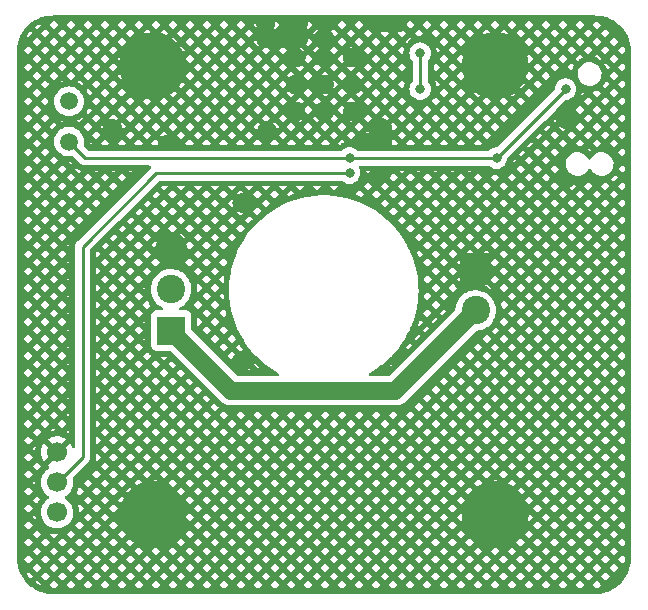
<source format=gbr>
G04 #@! TF.GenerationSoftware,KiCad,Pcbnew,6.0.6*
G04 #@! TF.CreationDate,2022-06-26T18:27:28+02:00*
G04 #@! TF.ProjectId,Sunmachine-A3,53756e6d-6163-4686-996e-652d41332e6b,rev?*
G04 #@! TF.SameCoordinates,Original*
G04 #@! TF.FileFunction,Copper,L2,Bot*
G04 #@! TF.FilePolarity,Positive*
%FSLAX46Y46*%
G04 Gerber Fmt 4.6, Leading zero omitted, Abs format (unit mm)*
G04 Created by KiCad (PCBNEW 6.0.6) date 2022-06-26 18:27:28*
%MOMM*%
%LPD*%
G01*
G04 APERTURE LIST*
G04 #@! TA.AperFunction,ComponentPad*
%ADD10R,2.400000X2.400000*%
G04 #@! TD*
G04 #@! TA.AperFunction,ComponentPad*
%ADD11C,2.400000*%
G04 #@! TD*
G04 #@! TA.AperFunction,ComponentPad*
%ADD12C,1.500000*%
G04 #@! TD*
G04 #@! TA.AperFunction,ComponentPad*
%ADD13C,0.800000*%
G04 #@! TD*
G04 #@! TA.AperFunction,ComponentPad*
%ADD14C,5.400000*%
G04 #@! TD*
G04 #@! TA.AperFunction,ComponentPad*
%ADD15C,1.700000*%
G04 #@! TD*
G04 #@! TA.AperFunction,ViaPad*
%ADD16C,0.800000*%
G04 #@! TD*
G04 #@! TA.AperFunction,Conductor*
%ADD17C,1.500000*%
G04 #@! TD*
G04 #@! TA.AperFunction,Conductor*
%ADD18C,0.250000*%
G04 #@! TD*
G04 APERTURE END LIST*
D10*
G04 #@! TO.P,J3,1,Pin_1*
G04 #@! TO.N,VDDH*
X131064000Y-90932000D03*
D11*
G04 #@! TO.P,J3,2,Pin_2*
G04 #@! TO.N,Net-(J3-Pad2)*
X131064000Y-87432000D03*
G04 #@! TO.P,J3,3,Pin_3*
G04 #@! TO.N,GND*
X131064000Y-83932000D03*
G04 #@! TD*
D10*
G04 #@! TO.P,J2,1,Pin_1*
G04 #@! TO.N,GND*
X156845000Y-85725000D03*
D11*
G04 #@! TO.P,J2,2,Pin_2*
G04 #@! TO.N,VDDH*
X156845000Y-89225000D03*
G04 #@! TD*
D12*
G04 #@! TO.P,R1,1*
G04 #@! TO.N,ALS*
X122416513Y-71527836D03*
G04 #@! TO.P,R1,2*
G04 #@! TO.N,VDD*
X122416513Y-74927836D03*
G04 #@! TD*
D13*
G04 #@! TO.P,REF\u002A\u002A,1*
G04 #@! TO.N,GND*
X157068109Y-67080109D03*
X158500000Y-66487000D03*
X160525000Y-68512000D03*
X156475000Y-68512000D03*
X158500000Y-70537000D03*
D14*
X158500000Y-68512000D03*
D13*
X159931891Y-69943891D03*
X157068109Y-69943891D03*
X159931891Y-67080109D03*
G04 #@! TD*
G04 #@! TO.P,REF\u002A\u002A,1*
G04 #@! TO.N,GND*
X130931891Y-69943891D03*
X131525000Y-68512000D03*
X127475000Y-68512000D03*
X129500000Y-66487000D03*
X129500000Y-70537000D03*
X128068109Y-69943891D03*
X130931891Y-67080109D03*
D14*
X129500000Y-68512000D03*
D13*
X128068109Y-67080109D03*
G04 #@! TD*
G04 #@! TO.P,REF\u002A\u002A,1*
G04 #@! TO.N,GND*
X129500000Y-108537000D03*
X128068109Y-105080109D03*
X127475000Y-106512000D03*
X129500000Y-104487000D03*
X131525000Y-106512000D03*
X130931891Y-105080109D03*
D14*
X129500000Y-106512000D03*
D13*
X128068109Y-107943891D03*
X130931891Y-107943891D03*
G04 #@! TD*
G04 #@! TO.P,REF\u002A\u002A,1*
G04 #@! TO.N,GND*
X159931891Y-105080109D03*
X160525000Y-106512000D03*
D14*
X158500000Y-106512000D03*
D13*
X157068109Y-107943891D03*
X157068109Y-105080109D03*
X158500000Y-108537000D03*
X158500000Y-104487000D03*
X156475000Y-106512000D03*
X159931891Y-107943891D03*
G04 #@! TD*
D15*
G04 #@! TO.P,IC1,2,VIN*
G04 #@! TO.N,VDDH*
X121412000Y-106324400D03*
G04 #@! TO.P,IC1,3,OUT*
G04 #@! TO.N,MOT*
X121412000Y-103784400D03*
G04 #@! TO.P,IC1,4,GND*
G04 #@! TO.N,GND*
X121412000Y-101244400D03*
G04 #@! TD*
D16*
G04 #@! TO.N,GND*
X164465000Y-73025000D03*
X137077340Y-93472000D03*
X146425018Y-67818000D03*
X144018000Y-72375987D03*
X146431000Y-72390000D03*
X148887482Y-77597000D03*
X148954458Y-64858657D03*
X147701000Y-75057000D03*
X126111000Y-73863200D03*
X146425018Y-70104000D03*
X144016265Y-66167000D03*
X148927957Y-73787000D03*
X148910414Y-75056999D03*
X141604999Y-70104000D03*
X141853827Y-64871330D03*
X144018000Y-64861177D03*
X140462000Y-66167000D03*
X141859000Y-66150519D03*
X143999852Y-70104000D03*
X139192000Y-74041000D03*
X143967987Y-67798485D03*
X150217556Y-64858646D03*
X141604999Y-67818000D03*
X137083800Y-80137000D03*
X139065000Y-66160671D03*
X141605000Y-72390000D03*
X130810000Y-75184000D03*
X164464077Y-78105000D03*
X139061947Y-64881482D03*
G04 #@! TO.N,VDD*
X164465000Y-70485000D03*
X158623000Y-76327000D03*
X146177000Y-76323324D03*
G04 #@! TO.N,MOT*
X146177000Y-77597000D03*
G04 #@! TO.N,Net-(J1-Pad4)*
X152146000Y-67437000D03*
X152146000Y-70485000D03*
G04 #@! TD*
D17*
G04 #@! TO.N,VDDH*
X131064000Y-90932000D02*
X136148727Y-96016727D01*
X150053273Y-96016727D02*
X156845000Y-89225000D01*
X136148727Y-96016727D02*
X150053273Y-96016727D01*
D18*
G04 #@! TO.N,VDD*
X164465000Y-70485000D02*
X158623000Y-76327000D01*
X146177000Y-76323324D02*
X123812001Y-76323324D01*
X158623000Y-76327000D02*
X146180676Y-76327000D01*
X146180676Y-76327000D02*
X146177000Y-76323324D01*
X123812001Y-76323324D02*
X122416513Y-74927836D01*
G04 #@! TO.N,MOT*
X146177000Y-77597000D02*
X129794000Y-77597000D01*
X123571000Y-83820000D02*
X123571000Y-101642366D01*
X123571000Y-101642366D02*
X121413691Y-103799675D01*
X129794000Y-77597000D02*
X123571000Y-83820000D01*
G04 #@! TO.N,Net-(J1-Pad4)*
X152146000Y-67437000D02*
X152146000Y-70485000D01*
G04 #@! TD*
G04 #@! TA.AperFunction,Conductor*
G04 #@! TO.N,GND*
G36*
X166970018Y-64260000D02*
G01*
X166984851Y-64262310D01*
X166984855Y-64262310D01*
X166993724Y-64263691D01*
X167012436Y-64261244D01*
X167035366Y-64260353D01*
X167306103Y-64274542D01*
X167319209Y-64275919D01*
X167534134Y-64309960D01*
X167615445Y-64322838D01*
X167628345Y-64325580D01*
X167773196Y-64364393D01*
X167918052Y-64403207D01*
X167930586Y-64407279D01*
X168210587Y-64514762D01*
X168222635Y-64520126D01*
X168489870Y-64656289D01*
X168501286Y-64662880D01*
X168752832Y-64826236D01*
X168763492Y-64833982D01*
X168938081Y-64975361D01*
X168996573Y-65022727D01*
X169006374Y-65031552D01*
X169218448Y-65243626D01*
X169227273Y-65253427D01*
X169416016Y-65486505D01*
X169423764Y-65497168D01*
X169587117Y-65748709D01*
X169593711Y-65760130D01*
X169729874Y-66027365D01*
X169735237Y-66039412D01*
X169810901Y-66236520D01*
X169842719Y-66319409D01*
X169846793Y-66331948D01*
X169863271Y-66393442D01*
X169924420Y-66621655D01*
X169927162Y-66634555D01*
X169970119Y-66905774D01*
X169974080Y-66930785D01*
X169975458Y-66943899D01*
X169978186Y-66995948D01*
X169989262Y-67207299D01*
X169987935Y-67233276D01*
X169987691Y-67234846D01*
X169987691Y-67234850D01*
X169986309Y-67243724D01*
X169987473Y-67252626D01*
X169987473Y-67252628D01*
X169990436Y-67275283D01*
X169991500Y-67291621D01*
X169991500Y-110196707D01*
X169990000Y-110216092D01*
X169987690Y-110230925D01*
X169987690Y-110230929D01*
X169986309Y-110239798D01*
X169988457Y-110256219D01*
X169988756Y-110258509D01*
X169989647Y-110281441D01*
X169975461Y-110552173D01*
X169974083Y-110565290D01*
X169927166Y-110861525D01*
X169924424Y-110874425D01*
X169846800Y-111164129D01*
X169842724Y-111176673D01*
X169735245Y-111456670D01*
X169729881Y-111468718D01*
X169593723Y-111735948D01*
X169587129Y-111747370D01*
X169423780Y-111998908D01*
X169416028Y-112009578D01*
X169227282Y-112242663D01*
X169218457Y-112252464D01*
X169006383Y-112464540D01*
X168996582Y-112473365D01*
X168763498Y-112662114D01*
X168752831Y-112669864D01*
X168657948Y-112731482D01*
X168501299Y-112833212D01*
X168489877Y-112839807D01*
X168222641Y-112975971D01*
X168210594Y-112981334D01*
X167930591Y-113088819D01*
X167918057Y-113092891D01*
X167635454Y-113168615D01*
X167628349Y-113170519D01*
X167615449Y-113173261D01*
X167401054Y-113207218D01*
X167319215Y-113220180D01*
X167306099Y-113221558D01*
X167042838Y-113235355D01*
X167016862Y-113234027D01*
X167015716Y-113233849D01*
X167015147Y-113233760D01*
X167015146Y-113233760D01*
X167006276Y-113232379D01*
X166997374Y-113233543D01*
X166997372Y-113233543D01*
X166983518Y-113235355D01*
X166974714Y-113236506D01*
X166958379Y-113237570D01*
X121049953Y-113237570D01*
X121030337Y-113236034D01*
X121027919Y-113235653D01*
X121007228Y-113232392D01*
X120998326Y-113233539D01*
X120998320Y-113233539D01*
X120988496Y-113234805D01*
X120965576Y-113235653D01*
X120694560Y-113220963D01*
X120681462Y-113219564D01*
X120384986Y-113172100D01*
X120372105Y-113169340D01*
X120082219Y-113091185D01*
X120069697Y-113087096D01*
X119789551Y-112979101D01*
X119777524Y-112973727D01*
X119637789Y-112902301D01*
X119510174Y-112837070D01*
X119498787Y-112830477D01*
X119247162Y-112666649D01*
X119236515Y-112658895D01*
X119003381Y-112469701D01*
X118993612Y-112460889D01*
X118789451Y-112256349D01*
X118788115Y-112255010D01*
X119542301Y-112255010D01*
X119758194Y-112395575D01*
X119990115Y-112514121D01*
X120000454Y-112518107D01*
X120064458Y-112454103D01*
X120780049Y-112454103D01*
X121055590Y-112729644D01*
X121077110Y-112731482D01*
X121077835Y-112731570D01*
X121223832Y-112731570D01*
X121501299Y-112454103D01*
X122216890Y-112454103D01*
X122494357Y-112731570D01*
X122660673Y-112731570D01*
X122938140Y-112454103D01*
X123653731Y-112454103D01*
X123931198Y-112731570D01*
X124097514Y-112731570D01*
X124374980Y-112454104D01*
X125090572Y-112454104D01*
X125368038Y-112731570D01*
X125534355Y-112731570D01*
X125811821Y-112454104D01*
X126527413Y-112454104D01*
X126804879Y-112731570D01*
X126971196Y-112731570D01*
X127248662Y-112454104D01*
X127964254Y-112454104D01*
X128241720Y-112731570D01*
X128408037Y-112731570D01*
X128685503Y-112454104D01*
X129401095Y-112454104D01*
X129678561Y-112731570D01*
X129844878Y-112731570D01*
X130122344Y-112454104D01*
X130837936Y-112454104D01*
X131115402Y-112731570D01*
X131281719Y-112731570D01*
X131559185Y-112454104D01*
X132274777Y-112454104D01*
X132552243Y-112731570D01*
X132718560Y-112731570D01*
X132996026Y-112454104D01*
X133711618Y-112454104D01*
X133989084Y-112731570D01*
X134155401Y-112731570D01*
X134432867Y-112454104D01*
X135148459Y-112454104D01*
X135425925Y-112731570D01*
X135592242Y-112731570D01*
X135869708Y-112454104D01*
X136585300Y-112454104D01*
X136862766Y-112731570D01*
X137029083Y-112731570D01*
X137306549Y-112454104D01*
X138022141Y-112454104D01*
X138299607Y-112731570D01*
X138465924Y-112731570D01*
X138743390Y-112454104D01*
X139458982Y-112454104D01*
X139736448Y-112731570D01*
X139902765Y-112731570D01*
X140180231Y-112454104D01*
X140895823Y-112454104D01*
X141173289Y-112731570D01*
X141339606Y-112731570D01*
X141617072Y-112454104D01*
X142332664Y-112454104D01*
X142610130Y-112731570D01*
X142776447Y-112731570D01*
X143053913Y-112454104D01*
X143769505Y-112454104D01*
X144046971Y-112731570D01*
X144213288Y-112731570D01*
X144490754Y-112454104D01*
X145206346Y-112454104D01*
X145483812Y-112731570D01*
X145650129Y-112731570D01*
X145927595Y-112454104D01*
X146643187Y-112454104D01*
X146920653Y-112731570D01*
X147086970Y-112731570D01*
X147364436Y-112454104D01*
X148080028Y-112454104D01*
X148357494Y-112731570D01*
X148523811Y-112731570D01*
X148801278Y-112454103D01*
X149516868Y-112454103D01*
X149794335Y-112731570D01*
X149960652Y-112731570D01*
X150238118Y-112454104D01*
X150238117Y-112454103D01*
X150953709Y-112454103D01*
X151231176Y-112731570D01*
X151397493Y-112731570D01*
X151674959Y-112454104D01*
X151674958Y-112454103D01*
X152390550Y-112454103D01*
X152668017Y-112731570D01*
X152834334Y-112731570D01*
X153111800Y-112454104D01*
X153111799Y-112454103D01*
X153827391Y-112454103D01*
X154104858Y-112731570D01*
X154271175Y-112731570D01*
X154548641Y-112454104D01*
X154548640Y-112454103D01*
X155264232Y-112454103D01*
X155541699Y-112731570D01*
X155708016Y-112731570D01*
X155985482Y-112454104D01*
X155985481Y-112454103D01*
X156701073Y-112454103D01*
X156978540Y-112731570D01*
X157144857Y-112731570D01*
X157422323Y-112454104D01*
X157422322Y-112454103D01*
X158137914Y-112454103D01*
X158415381Y-112731570D01*
X158581698Y-112731570D01*
X158859164Y-112454104D01*
X158859163Y-112454103D01*
X159574755Y-112454103D01*
X159852222Y-112731570D01*
X160018539Y-112731570D01*
X160296005Y-112454104D01*
X160296004Y-112454103D01*
X161011596Y-112454103D01*
X161289063Y-112731570D01*
X161455380Y-112731570D01*
X161732846Y-112454104D01*
X161732845Y-112454103D01*
X162448437Y-112454103D01*
X162725904Y-112731570D01*
X162892221Y-112731570D01*
X163169687Y-112454104D01*
X163169686Y-112454103D01*
X163885278Y-112454103D01*
X164162745Y-112731570D01*
X164329062Y-112731570D01*
X164606528Y-112454104D01*
X164606527Y-112454103D01*
X165322119Y-112454103D01*
X165599586Y-112731570D01*
X165765903Y-112731570D01*
X166043369Y-112454104D01*
X166043368Y-112454103D01*
X166758960Y-112454103D01*
X167032888Y-112728031D01*
X167039256Y-112728336D01*
X167043031Y-112728652D01*
X167214658Y-112719656D01*
X167480210Y-112454104D01*
X167406522Y-112380416D01*
X168269488Y-112380416D01*
X168460533Y-112256349D01*
X168603513Y-112140565D01*
X168556426Y-112093478D01*
X168269488Y-112380416D01*
X167406522Y-112380416D01*
X167119585Y-112093478D01*
X166758960Y-112454103D01*
X166043368Y-112454103D01*
X165682744Y-112093478D01*
X165322119Y-112454103D01*
X164606527Y-112454103D01*
X164245903Y-112093478D01*
X163885278Y-112454103D01*
X163169686Y-112454103D01*
X162809062Y-112093478D01*
X162448437Y-112454103D01*
X161732845Y-112454103D01*
X161372221Y-112093478D01*
X161011596Y-112454103D01*
X160296004Y-112454103D01*
X159935380Y-112093478D01*
X159574755Y-112454103D01*
X158859163Y-112454103D01*
X158498539Y-112093478D01*
X158137914Y-112454103D01*
X157422322Y-112454103D01*
X157061698Y-112093478D01*
X156701073Y-112454103D01*
X155985481Y-112454103D01*
X155624857Y-112093478D01*
X155264232Y-112454103D01*
X154548640Y-112454103D01*
X154188016Y-112093478D01*
X153827391Y-112454103D01*
X153111799Y-112454103D01*
X152751175Y-112093478D01*
X152390550Y-112454103D01*
X151674958Y-112454103D01*
X151314334Y-112093478D01*
X150953709Y-112454103D01*
X150238117Y-112454103D01*
X149877493Y-112093478D01*
X149516868Y-112454103D01*
X148801278Y-112454103D01*
X148440653Y-112093478D01*
X148080028Y-112454104D01*
X147364436Y-112454104D01*
X147364437Y-112454103D01*
X147003812Y-112093478D01*
X146643187Y-112454104D01*
X145927595Y-112454104D01*
X145927596Y-112454103D01*
X145566971Y-112093478D01*
X145206346Y-112454104D01*
X144490754Y-112454104D01*
X144490755Y-112454103D01*
X144130130Y-112093478D01*
X143769505Y-112454104D01*
X143053913Y-112454104D01*
X143053914Y-112454103D01*
X142693289Y-112093478D01*
X142332664Y-112454104D01*
X141617072Y-112454104D01*
X141617073Y-112454103D01*
X141256448Y-112093478D01*
X140895823Y-112454104D01*
X140180231Y-112454104D01*
X140180232Y-112454103D01*
X139819607Y-112093478D01*
X139458982Y-112454104D01*
X138743390Y-112454104D01*
X138743391Y-112454103D01*
X138382766Y-112093478D01*
X138022141Y-112454104D01*
X137306549Y-112454104D01*
X137306550Y-112454103D01*
X136945925Y-112093478D01*
X136585300Y-112454104D01*
X135869708Y-112454104D01*
X135869709Y-112454103D01*
X135509084Y-112093478D01*
X135148459Y-112454104D01*
X134432867Y-112454104D01*
X134432868Y-112454103D01*
X134072243Y-112093478D01*
X133711618Y-112454104D01*
X132996026Y-112454104D01*
X132996027Y-112454103D01*
X132635402Y-112093478D01*
X132274777Y-112454104D01*
X131559185Y-112454104D01*
X131559186Y-112454103D01*
X131198561Y-112093478D01*
X130837936Y-112454104D01*
X130122344Y-112454104D01*
X130122345Y-112454103D01*
X129761720Y-112093478D01*
X129401095Y-112454104D01*
X128685503Y-112454104D01*
X128685504Y-112454103D01*
X128324879Y-112093478D01*
X127964254Y-112454104D01*
X127248662Y-112454104D01*
X127248663Y-112454103D01*
X126888038Y-112093478D01*
X126527413Y-112454104D01*
X125811821Y-112454104D01*
X125811822Y-112454103D01*
X125451197Y-112093478D01*
X125090572Y-112454104D01*
X124374980Y-112454104D01*
X124374981Y-112454103D01*
X124014356Y-112093478D01*
X123653731Y-112454103D01*
X122938140Y-112454103D01*
X122577515Y-112093478D01*
X122216890Y-112454103D01*
X121501299Y-112454103D01*
X121140674Y-112093478D01*
X120780049Y-112454103D01*
X120064458Y-112454103D01*
X119703833Y-112093478D01*
X119542301Y-112255010D01*
X118788115Y-112255010D01*
X118781498Y-112248381D01*
X118772692Y-112238584D01*
X118657667Y-112096308D01*
X118583925Y-112005094D01*
X118576200Y-111994445D01*
X118412844Y-111742526D01*
X118406265Y-111731114D01*
X118289230Y-111501104D01*
X118859367Y-111501104D01*
X118989924Y-111702444D01*
X119153681Y-111904998D01*
X119165191Y-111916529D01*
X119346036Y-111735683D01*
X120061628Y-111735683D01*
X120422253Y-112096308D01*
X120782877Y-111735683D01*
X121498469Y-111735683D01*
X121859094Y-112096308D01*
X122219718Y-111735683D01*
X122935310Y-111735683D01*
X123295935Y-112096308D01*
X123656559Y-111735683D01*
X124372151Y-111735683D01*
X124732776Y-112096308D01*
X125093400Y-111735683D01*
X125808992Y-111735683D01*
X126169617Y-112096308D01*
X126530241Y-111735683D01*
X127245833Y-111735683D01*
X127606458Y-112096308D01*
X127967082Y-111735683D01*
X128682674Y-111735683D01*
X129043299Y-112096308D01*
X129403923Y-111735683D01*
X130119515Y-111735683D01*
X130480140Y-112096308D01*
X130840764Y-111735683D01*
X131556356Y-111735683D01*
X131916981Y-112096308D01*
X132277605Y-111735683D01*
X132993197Y-111735683D01*
X133353822Y-112096308D01*
X133714446Y-111735683D01*
X134430038Y-111735683D01*
X134790663Y-112096308D01*
X135151287Y-111735683D01*
X135866879Y-111735683D01*
X136227504Y-112096308D01*
X136588128Y-111735683D01*
X137303720Y-111735683D01*
X137664345Y-112096308D01*
X138024969Y-111735683D01*
X138740561Y-111735683D01*
X139101186Y-112096308D01*
X139461810Y-111735683D01*
X140177402Y-111735683D01*
X140538027Y-112096308D01*
X140898652Y-111735683D01*
X141614243Y-111735683D01*
X141974868Y-112096308D01*
X142335493Y-111735683D01*
X143051084Y-111735683D01*
X143411709Y-112096308D01*
X143772334Y-111735683D01*
X144487925Y-111735683D01*
X144848550Y-112096308D01*
X145209175Y-111735683D01*
X145924766Y-111735683D01*
X146285391Y-112096308D01*
X146646016Y-111735683D01*
X147361607Y-111735683D01*
X147722232Y-112096308D01*
X148082857Y-111735683D01*
X148798448Y-111735683D01*
X149159073Y-112096308D01*
X149519698Y-111735683D01*
X150235289Y-111735683D01*
X150595914Y-112096308D01*
X150956539Y-111735683D01*
X151672130Y-111735683D01*
X152032755Y-112096308D01*
X152393380Y-111735683D01*
X153108971Y-111735683D01*
X153469596Y-112096308D01*
X153830221Y-111735683D01*
X154545812Y-111735683D01*
X154906437Y-112096308D01*
X155267062Y-111735683D01*
X155982653Y-111735683D01*
X156343278Y-112096308D01*
X156703903Y-111735683D01*
X157419494Y-111735683D01*
X157780119Y-112096308D01*
X158140744Y-111735683D01*
X158140743Y-111735682D01*
X158856335Y-111735682D01*
X159216960Y-112096308D01*
X159577585Y-111735683D01*
X159577584Y-111735682D01*
X160293176Y-111735682D01*
X160653801Y-112096308D01*
X161014426Y-111735683D01*
X161014425Y-111735682D01*
X161730017Y-111735682D01*
X162090642Y-112096308D01*
X162451267Y-111735683D01*
X162451266Y-111735682D01*
X163166858Y-111735682D01*
X163527483Y-112096308D01*
X163888108Y-111735683D01*
X163888107Y-111735682D01*
X164603699Y-111735682D01*
X164964324Y-112096308D01*
X165324949Y-111735683D01*
X165324948Y-111735682D01*
X166040540Y-111735682D01*
X166401165Y-112096308D01*
X166761790Y-111735683D01*
X166761789Y-111735682D01*
X167477381Y-111735682D01*
X167838006Y-112096308D01*
X168198631Y-111735683D01*
X168914221Y-111735683D01*
X168954283Y-111775745D01*
X169010258Y-111706620D01*
X169134312Y-111515592D01*
X168914221Y-111735683D01*
X168198631Y-111735683D01*
X167838005Y-111375058D01*
X167477381Y-111735682D01*
X166761789Y-111735682D01*
X166401164Y-111375058D01*
X166040540Y-111735682D01*
X165324948Y-111735682D01*
X164964323Y-111375058D01*
X164603699Y-111735682D01*
X163888107Y-111735682D01*
X163527482Y-111375058D01*
X163166858Y-111735682D01*
X162451266Y-111735682D01*
X162090641Y-111375058D01*
X161730017Y-111735682D01*
X161014425Y-111735682D01*
X160653800Y-111375058D01*
X160293176Y-111735682D01*
X159577584Y-111735682D01*
X159216959Y-111375058D01*
X158856335Y-111735682D01*
X158140743Y-111735682D01*
X157780119Y-111375058D01*
X157419494Y-111735683D01*
X156703903Y-111735683D01*
X156343278Y-111375058D01*
X155982653Y-111735683D01*
X155267062Y-111735683D01*
X154906437Y-111375058D01*
X154545812Y-111735683D01*
X153830221Y-111735683D01*
X153469596Y-111375058D01*
X153108971Y-111735683D01*
X152393380Y-111735683D01*
X152032755Y-111375058D01*
X151672130Y-111735683D01*
X150956539Y-111735683D01*
X150595914Y-111375058D01*
X150235289Y-111735683D01*
X149519698Y-111735683D01*
X149159073Y-111375058D01*
X148798448Y-111735683D01*
X148082857Y-111735683D01*
X147722232Y-111375058D01*
X147361607Y-111735683D01*
X146646016Y-111735683D01*
X146285391Y-111375058D01*
X145924766Y-111735683D01*
X145209175Y-111735683D01*
X144848550Y-111375058D01*
X144487925Y-111735683D01*
X143772334Y-111735683D01*
X143411709Y-111375058D01*
X143051084Y-111735683D01*
X142335493Y-111735683D01*
X141974868Y-111375058D01*
X141614243Y-111735683D01*
X140898652Y-111735683D01*
X140538027Y-111375058D01*
X140177402Y-111735683D01*
X139461810Y-111735683D01*
X139461811Y-111735682D01*
X139101187Y-111375058D01*
X138740561Y-111735683D01*
X138024969Y-111735683D01*
X138024970Y-111735682D01*
X137664346Y-111375058D01*
X137303720Y-111735683D01*
X136588128Y-111735683D01*
X136588129Y-111735682D01*
X136227505Y-111375058D01*
X135866879Y-111735683D01*
X135151287Y-111735683D01*
X135151288Y-111735682D01*
X134790664Y-111375058D01*
X134430038Y-111735683D01*
X133714446Y-111735683D01*
X133714447Y-111735682D01*
X133353823Y-111375058D01*
X132993197Y-111735683D01*
X132277605Y-111735683D01*
X132277606Y-111735682D01*
X131916982Y-111375058D01*
X131556356Y-111735683D01*
X130840764Y-111735683D01*
X130840765Y-111735682D01*
X130480141Y-111375058D01*
X130119515Y-111735683D01*
X129403923Y-111735683D01*
X129403924Y-111735682D01*
X129043300Y-111375058D01*
X128682674Y-111735683D01*
X127967082Y-111735683D01*
X127967083Y-111735682D01*
X127606459Y-111375058D01*
X127245833Y-111735683D01*
X126530241Y-111735683D01*
X126530242Y-111735682D01*
X126169618Y-111375058D01*
X125808992Y-111735683D01*
X125093400Y-111735683D01*
X125093401Y-111735682D01*
X124732777Y-111375058D01*
X124372151Y-111735683D01*
X123656559Y-111735683D01*
X123656560Y-111735682D01*
X123295936Y-111375058D01*
X122935310Y-111735683D01*
X122219718Y-111735683D01*
X122219719Y-111735682D01*
X121859095Y-111375058D01*
X121498469Y-111735683D01*
X120782877Y-111735683D01*
X120782878Y-111735682D01*
X120422254Y-111375058D01*
X120061628Y-111735683D01*
X119346036Y-111735683D01*
X119346037Y-111735682D01*
X118985413Y-111375058D01*
X118859367Y-111501104D01*
X118289230Y-111501104D01*
X118270100Y-111463507D01*
X118264749Y-111451471D01*
X118157278Y-111171142D01*
X118153211Y-111158612D01*
X118115383Y-111017262D01*
X119343208Y-111017262D01*
X119703833Y-111377887D01*
X120064458Y-111017262D01*
X120780049Y-111017262D01*
X121140674Y-111377887D01*
X121501299Y-111017262D01*
X122216890Y-111017262D01*
X122577515Y-111377887D01*
X122938140Y-111017262D01*
X123653731Y-111017262D01*
X124014356Y-111377887D01*
X124374980Y-111017263D01*
X125090572Y-111017263D01*
X125451196Y-111377887D01*
X125811821Y-111017263D01*
X126527413Y-111017263D01*
X126888037Y-111377887D01*
X127248662Y-111017263D01*
X127964254Y-111017263D01*
X128324878Y-111377887D01*
X128685503Y-111017263D01*
X129401095Y-111017263D01*
X129761719Y-111377887D01*
X130122344Y-111017263D01*
X130837936Y-111017263D01*
X131198560Y-111377887D01*
X131559185Y-111017263D01*
X132274777Y-111017263D01*
X132635401Y-111377887D01*
X132996026Y-111017263D01*
X133711618Y-111017263D01*
X134072242Y-111377887D01*
X134432867Y-111017263D01*
X135148459Y-111017263D01*
X135509083Y-111377887D01*
X135869708Y-111017263D01*
X136585300Y-111017263D01*
X136945924Y-111377887D01*
X137306549Y-111017263D01*
X138022141Y-111017263D01*
X138382765Y-111377887D01*
X138743390Y-111017263D01*
X139458982Y-111017263D01*
X139819606Y-111377887D01*
X140180231Y-111017263D01*
X140895823Y-111017263D01*
X141256447Y-111377887D01*
X141617072Y-111017263D01*
X142332664Y-111017263D01*
X142693288Y-111377887D01*
X143053913Y-111017263D01*
X143769505Y-111017263D01*
X144130129Y-111377887D01*
X144490754Y-111017263D01*
X145206346Y-111017263D01*
X145566970Y-111377887D01*
X145927595Y-111017263D01*
X146643187Y-111017263D01*
X147003811Y-111377887D01*
X147364436Y-111017263D01*
X148080028Y-111017263D01*
X148440652Y-111377887D01*
X148801278Y-111017262D01*
X149516868Y-111017262D01*
X149877494Y-111377887D01*
X150238118Y-111017263D01*
X150238117Y-111017262D01*
X150953709Y-111017262D01*
X151314335Y-111377887D01*
X151674959Y-111017263D01*
X151674958Y-111017262D01*
X152390550Y-111017262D01*
X152751176Y-111377887D01*
X153111800Y-111017263D01*
X153111799Y-111017262D01*
X153827391Y-111017262D01*
X154188017Y-111377887D01*
X154548641Y-111017263D01*
X154548640Y-111017262D01*
X155264232Y-111017262D01*
X155624858Y-111377887D01*
X155985482Y-111017263D01*
X155985481Y-111017262D01*
X156701073Y-111017262D01*
X157061699Y-111377887D01*
X157422323Y-111017263D01*
X157422322Y-111017262D01*
X158137914Y-111017262D01*
X158498540Y-111377887D01*
X158859164Y-111017263D01*
X158859163Y-111017262D01*
X159574755Y-111017262D01*
X159935381Y-111377887D01*
X160296005Y-111017263D01*
X160296004Y-111017262D01*
X161011596Y-111017262D01*
X161372222Y-111377887D01*
X161732846Y-111017263D01*
X161732845Y-111017262D01*
X162448437Y-111017262D01*
X162809063Y-111377887D01*
X163169687Y-111017263D01*
X163169686Y-111017262D01*
X163885278Y-111017262D01*
X164245904Y-111377887D01*
X164606528Y-111017263D01*
X164606527Y-111017262D01*
X165322119Y-111017262D01*
X165682745Y-111377887D01*
X166043369Y-111017263D01*
X166043368Y-111017262D01*
X166758960Y-111017262D01*
X167119586Y-111377887D01*
X167480210Y-111017263D01*
X167480209Y-111017262D01*
X168195801Y-111017262D01*
X168556427Y-111377887D01*
X168917051Y-111017263D01*
X168556426Y-110656637D01*
X168195801Y-111017262D01*
X167480209Y-111017262D01*
X167119585Y-110656637D01*
X166758960Y-111017262D01*
X166043368Y-111017262D01*
X165682744Y-110656637D01*
X165322119Y-111017262D01*
X164606527Y-111017262D01*
X164245903Y-110656637D01*
X163885278Y-111017262D01*
X163169686Y-111017262D01*
X162809062Y-110656637D01*
X162448437Y-111017262D01*
X161732845Y-111017262D01*
X161372221Y-110656637D01*
X161011596Y-111017262D01*
X160296004Y-111017262D01*
X159935380Y-110656637D01*
X159574755Y-111017262D01*
X158859163Y-111017262D01*
X158498539Y-110656637D01*
X158137914Y-111017262D01*
X157422322Y-111017262D01*
X157061698Y-110656637D01*
X156701073Y-111017262D01*
X155985481Y-111017262D01*
X155624857Y-110656637D01*
X155264232Y-111017262D01*
X154548640Y-111017262D01*
X154188016Y-110656637D01*
X153827391Y-111017262D01*
X153111799Y-111017262D01*
X152751175Y-110656637D01*
X152390550Y-111017262D01*
X151674958Y-111017262D01*
X151314334Y-110656637D01*
X150953709Y-111017262D01*
X150238117Y-111017262D01*
X149877493Y-110656637D01*
X149516868Y-111017262D01*
X148801278Y-111017262D01*
X148440653Y-110656637D01*
X148080028Y-111017263D01*
X147364436Y-111017263D01*
X147364437Y-111017262D01*
X147003812Y-110656637D01*
X146643187Y-111017263D01*
X145927595Y-111017263D01*
X145927596Y-111017262D01*
X145566971Y-110656637D01*
X145206346Y-111017263D01*
X144490754Y-111017263D01*
X144490755Y-111017262D01*
X144130130Y-110656637D01*
X143769505Y-111017263D01*
X143053913Y-111017263D01*
X143053914Y-111017262D01*
X142693289Y-110656637D01*
X142332664Y-111017263D01*
X141617072Y-111017263D01*
X141617073Y-111017262D01*
X141256448Y-110656637D01*
X140895823Y-111017263D01*
X140180231Y-111017263D01*
X140180232Y-111017262D01*
X139819607Y-110656637D01*
X139458982Y-111017263D01*
X138743390Y-111017263D01*
X138743391Y-111017262D01*
X138382766Y-110656637D01*
X138022141Y-111017263D01*
X137306549Y-111017263D01*
X137306550Y-111017262D01*
X136945925Y-110656637D01*
X136585300Y-111017263D01*
X135869708Y-111017263D01*
X135869709Y-111017262D01*
X135509084Y-110656637D01*
X135148459Y-111017263D01*
X134432867Y-111017263D01*
X134432868Y-111017262D01*
X134072243Y-110656637D01*
X133711618Y-111017263D01*
X132996026Y-111017263D01*
X132996027Y-111017262D01*
X132635402Y-110656637D01*
X132274777Y-111017263D01*
X131559185Y-111017263D01*
X131559186Y-111017262D01*
X131198561Y-110656637D01*
X130837936Y-111017263D01*
X130122344Y-111017263D01*
X130122345Y-111017262D01*
X129761720Y-110656637D01*
X129401095Y-111017263D01*
X128685503Y-111017263D01*
X128685504Y-111017262D01*
X128324879Y-110656637D01*
X127964254Y-111017263D01*
X127248662Y-111017263D01*
X127248663Y-111017262D01*
X126888038Y-110656637D01*
X126527413Y-111017263D01*
X125811821Y-111017263D01*
X125811822Y-111017262D01*
X125451197Y-110656637D01*
X125090572Y-111017263D01*
X124374980Y-111017263D01*
X124374981Y-111017262D01*
X124014356Y-110656637D01*
X123653731Y-111017262D01*
X122938140Y-111017262D01*
X122577515Y-110656637D01*
X122216890Y-111017262D01*
X121501299Y-111017262D01*
X121140674Y-110656637D01*
X120780049Y-111017262D01*
X120064458Y-111017262D01*
X119703833Y-110656637D01*
X119343208Y-111017262D01*
X118115383Y-111017262D01*
X118075587Y-110868555D01*
X118072853Y-110855676D01*
X118025941Y-110559134D01*
X118024565Y-110546033D01*
X118016362Y-110389344D01*
X118011625Y-110298842D01*
X118624787Y-110298842D01*
X118985412Y-110659467D01*
X119346036Y-110298842D01*
X120061628Y-110298842D01*
X120422253Y-110659467D01*
X120782877Y-110298842D01*
X121498469Y-110298842D01*
X121859094Y-110659467D01*
X122219718Y-110298842D01*
X122935310Y-110298842D01*
X123295935Y-110659467D01*
X123656559Y-110298842D01*
X124372151Y-110298842D01*
X124732776Y-110659467D01*
X125093400Y-110298842D01*
X125808992Y-110298842D01*
X126169617Y-110659467D01*
X126530241Y-110298842D01*
X127245833Y-110298842D01*
X127606458Y-110659467D01*
X127967082Y-110298842D01*
X128682674Y-110298842D01*
X129043299Y-110659467D01*
X129403923Y-110298842D01*
X130119515Y-110298842D01*
X130480140Y-110659467D01*
X130840764Y-110298842D01*
X131556356Y-110298842D01*
X131916981Y-110659467D01*
X132277605Y-110298842D01*
X132993197Y-110298842D01*
X133353822Y-110659467D01*
X133714446Y-110298842D01*
X134430038Y-110298842D01*
X134790663Y-110659467D01*
X135151287Y-110298842D01*
X135866879Y-110298842D01*
X136227504Y-110659467D01*
X136588128Y-110298842D01*
X137303720Y-110298842D01*
X137664345Y-110659467D01*
X138024969Y-110298842D01*
X138740561Y-110298842D01*
X139101186Y-110659467D01*
X139461810Y-110298842D01*
X140177402Y-110298842D01*
X140538027Y-110659467D01*
X140898652Y-110298842D01*
X141614243Y-110298842D01*
X141974868Y-110659467D01*
X142335493Y-110298842D01*
X143051084Y-110298842D01*
X143411709Y-110659467D01*
X143772334Y-110298842D01*
X144487925Y-110298842D01*
X144848550Y-110659467D01*
X145209175Y-110298842D01*
X145924766Y-110298842D01*
X146285391Y-110659467D01*
X146646016Y-110298842D01*
X147361607Y-110298842D01*
X147722232Y-110659467D01*
X148082857Y-110298842D01*
X148798448Y-110298842D01*
X149159073Y-110659467D01*
X149519698Y-110298842D01*
X150235289Y-110298842D01*
X150595914Y-110659467D01*
X150956539Y-110298842D01*
X151672130Y-110298842D01*
X152032755Y-110659467D01*
X152393380Y-110298842D01*
X153108971Y-110298842D01*
X153469596Y-110659467D01*
X153830221Y-110298842D01*
X154545812Y-110298842D01*
X154906437Y-110659467D01*
X155267062Y-110298842D01*
X155982653Y-110298842D01*
X156343278Y-110659467D01*
X156703903Y-110298842D01*
X157419494Y-110298842D01*
X157780119Y-110659467D01*
X158140744Y-110298842D01*
X158140743Y-110298841D01*
X158856335Y-110298841D01*
X159216960Y-110659467D01*
X159577585Y-110298842D01*
X159577584Y-110298841D01*
X160293176Y-110298841D01*
X160653801Y-110659467D01*
X161014426Y-110298842D01*
X161014425Y-110298841D01*
X161730017Y-110298841D01*
X162090642Y-110659467D01*
X162451267Y-110298842D01*
X162451266Y-110298841D01*
X163166858Y-110298841D01*
X163527483Y-110659467D01*
X163888108Y-110298842D01*
X163888107Y-110298841D01*
X164603699Y-110298841D01*
X164964324Y-110659467D01*
X165324949Y-110298842D01*
X165324948Y-110298841D01*
X166040540Y-110298841D01*
X166401165Y-110659467D01*
X166761790Y-110298842D01*
X166761789Y-110298841D01*
X167477381Y-110298841D01*
X167838006Y-110659467D01*
X168198631Y-110298842D01*
X168198630Y-110298841D01*
X168914222Y-110298841D01*
X169274847Y-110659467D01*
X169473558Y-110460756D01*
X169482905Y-110282382D01*
X169481611Y-110260459D01*
X169481401Y-110251499D01*
X169481837Y-110215775D01*
X169482265Y-110206825D01*
X169485270Y-110170848D01*
X169485500Y-110168923D01*
X169485500Y-110148871D01*
X169274846Y-109938217D01*
X168914222Y-110298841D01*
X168198630Y-110298841D01*
X167838005Y-109938217D01*
X167477381Y-110298841D01*
X166761789Y-110298841D01*
X166401164Y-109938217D01*
X166040540Y-110298841D01*
X165324948Y-110298841D01*
X164964323Y-109938217D01*
X164603699Y-110298841D01*
X163888107Y-110298841D01*
X163527482Y-109938217D01*
X163166858Y-110298841D01*
X162451266Y-110298841D01*
X162090641Y-109938217D01*
X161730017Y-110298841D01*
X161014425Y-110298841D01*
X160653800Y-109938217D01*
X160293176Y-110298841D01*
X159577584Y-110298841D01*
X159216959Y-109938217D01*
X158856335Y-110298841D01*
X158140743Y-110298841D01*
X157780119Y-109938217D01*
X157419494Y-110298842D01*
X156703903Y-110298842D01*
X156343278Y-109938217D01*
X155982653Y-110298842D01*
X155267062Y-110298842D01*
X154906437Y-109938217D01*
X154545812Y-110298842D01*
X153830221Y-110298842D01*
X153469596Y-109938217D01*
X153108971Y-110298842D01*
X152393380Y-110298842D01*
X152032755Y-109938217D01*
X151672130Y-110298842D01*
X150956539Y-110298842D01*
X150595914Y-109938217D01*
X150235289Y-110298842D01*
X149519698Y-110298842D01*
X149159073Y-109938217D01*
X148798448Y-110298842D01*
X148082857Y-110298842D01*
X147722232Y-109938217D01*
X147361607Y-110298842D01*
X146646016Y-110298842D01*
X146285391Y-109938217D01*
X145924766Y-110298842D01*
X145209175Y-110298842D01*
X144848550Y-109938217D01*
X144487925Y-110298842D01*
X143772334Y-110298842D01*
X143411709Y-109938217D01*
X143051084Y-110298842D01*
X142335493Y-110298842D01*
X141974868Y-109938217D01*
X141614243Y-110298842D01*
X140898652Y-110298842D01*
X140538027Y-109938217D01*
X140177402Y-110298842D01*
X139461810Y-110298842D01*
X139461811Y-110298841D01*
X139101187Y-109938217D01*
X138740561Y-110298842D01*
X138024969Y-110298842D01*
X138024970Y-110298841D01*
X137664346Y-109938217D01*
X137303720Y-110298842D01*
X136588128Y-110298842D01*
X136588129Y-110298841D01*
X136227505Y-109938217D01*
X135866879Y-110298842D01*
X135151287Y-110298842D01*
X135151288Y-110298841D01*
X134790664Y-109938217D01*
X134430038Y-110298842D01*
X133714446Y-110298842D01*
X133714447Y-110298841D01*
X133353823Y-109938217D01*
X132993197Y-110298842D01*
X132277605Y-110298842D01*
X132277606Y-110298841D01*
X131916982Y-109938217D01*
X131556356Y-110298842D01*
X130840764Y-110298842D01*
X130840765Y-110298841D01*
X130480141Y-109938217D01*
X130119515Y-110298842D01*
X129403923Y-110298842D01*
X129403924Y-110298841D01*
X129043300Y-109938217D01*
X128682674Y-110298842D01*
X127967082Y-110298842D01*
X127967083Y-110298841D01*
X127606459Y-109938217D01*
X127245833Y-110298842D01*
X126530241Y-110298842D01*
X126530242Y-110298841D01*
X126169618Y-109938217D01*
X125808992Y-110298842D01*
X125093400Y-110298842D01*
X125093401Y-110298841D01*
X124732777Y-109938217D01*
X124372151Y-110298842D01*
X123656559Y-110298842D01*
X123656560Y-110298841D01*
X123295936Y-109938217D01*
X122935310Y-110298842D01*
X122219718Y-110298842D01*
X122219719Y-110298841D01*
X121859095Y-109938217D01*
X121498469Y-110298842D01*
X120782877Y-110298842D01*
X120782878Y-110298841D01*
X120422254Y-109938217D01*
X120061628Y-110298842D01*
X119346036Y-110298842D01*
X119346037Y-110298841D01*
X118985413Y-109938217D01*
X118624787Y-110298842D01*
X118011625Y-110298842D01*
X118010753Y-110282192D01*
X118012082Y-110256219D01*
X118012310Y-110254758D01*
X118012310Y-110254754D01*
X118013691Y-110245885D01*
X118011230Y-110227061D01*
X118009564Y-110214326D01*
X118008500Y-110197988D01*
X118008500Y-109580421D01*
X119343208Y-109580421D01*
X119703833Y-109941046D01*
X120064458Y-109580421D01*
X120780049Y-109580421D01*
X121140674Y-109941046D01*
X121501299Y-109580421D01*
X122216890Y-109580421D01*
X122577515Y-109941046D01*
X122938140Y-109580421D01*
X123653731Y-109580421D01*
X124014356Y-109941046D01*
X124374980Y-109580422D01*
X125090572Y-109580422D01*
X125451196Y-109941046D01*
X125811821Y-109580422D01*
X126527413Y-109580422D01*
X126888037Y-109941046D01*
X127248662Y-109580422D01*
X127964254Y-109580422D01*
X128324878Y-109941046D01*
X128685504Y-109580421D01*
X129401094Y-109580421D01*
X129761719Y-109941046D01*
X130122344Y-109580422D01*
X130837936Y-109580422D01*
X131198560Y-109941046D01*
X131559185Y-109580422D01*
X132274777Y-109580422D01*
X132635401Y-109941046D01*
X132996026Y-109580422D01*
X133711618Y-109580422D01*
X134072242Y-109941046D01*
X134432867Y-109580422D01*
X135148459Y-109580422D01*
X135509083Y-109941046D01*
X135869708Y-109580422D01*
X136585300Y-109580422D01*
X136945924Y-109941046D01*
X137306549Y-109580422D01*
X138022141Y-109580422D01*
X138382765Y-109941046D01*
X138743390Y-109580422D01*
X139458982Y-109580422D01*
X139819606Y-109941046D01*
X140180231Y-109580422D01*
X140895823Y-109580422D01*
X141256447Y-109941046D01*
X141617072Y-109580422D01*
X142332664Y-109580422D01*
X142693288Y-109941046D01*
X143053913Y-109580422D01*
X143769505Y-109580422D01*
X144130129Y-109941046D01*
X144490754Y-109580422D01*
X145206346Y-109580422D01*
X145566970Y-109941046D01*
X145927595Y-109580422D01*
X146643187Y-109580422D01*
X147003811Y-109941046D01*
X147364436Y-109580422D01*
X148080028Y-109580422D01*
X148440652Y-109941046D01*
X148801278Y-109580421D01*
X149516868Y-109580421D01*
X149877494Y-109941046D01*
X150238118Y-109580422D01*
X150238117Y-109580421D01*
X150953709Y-109580421D01*
X151314335Y-109941046D01*
X151674959Y-109580422D01*
X151674958Y-109580421D01*
X152390550Y-109580421D01*
X152751176Y-109941046D01*
X153111800Y-109580422D01*
X153111799Y-109580421D01*
X153827391Y-109580421D01*
X154188017Y-109941046D01*
X154548641Y-109580422D01*
X154548640Y-109580421D01*
X155264232Y-109580421D01*
X155624858Y-109941046D01*
X155985482Y-109580422D01*
X155985481Y-109580421D01*
X156701073Y-109580421D01*
X157061699Y-109941046D01*
X157422323Y-109580422D01*
X157422322Y-109580421D01*
X158137914Y-109580421D01*
X158498540Y-109941046D01*
X158859164Y-109580422D01*
X158859163Y-109580421D01*
X159574755Y-109580421D01*
X159935381Y-109941046D01*
X160296005Y-109580422D01*
X160296004Y-109580421D01*
X161011596Y-109580421D01*
X161372222Y-109941046D01*
X161732846Y-109580422D01*
X161732845Y-109580421D01*
X162448437Y-109580421D01*
X162809063Y-109941046D01*
X163169687Y-109580422D01*
X163169686Y-109580421D01*
X163885278Y-109580421D01*
X164245904Y-109941046D01*
X164606528Y-109580422D01*
X164606527Y-109580421D01*
X165322119Y-109580421D01*
X165682745Y-109941046D01*
X166043369Y-109580422D01*
X166043368Y-109580421D01*
X166758960Y-109580421D01*
X167119586Y-109941046D01*
X167480210Y-109580422D01*
X167480209Y-109580421D01*
X168195801Y-109580421D01*
X168556427Y-109941046D01*
X168917051Y-109580422D01*
X168556426Y-109219796D01*
X168195801Y-109580421D01*
X167480209Y-109580421D01*
X167119585Y-109219796D01*
X166758960Y-109580421D01*
X166043368Y-109580421D01*
X165682744Y-109219796D01*
X165322119Y-109580421D01*
X164606527Y-109580421D01*
X164245903Y-109219796D01*
X163885278Y-109580421D01*
X163169686Y-109580421D01*
X162809062Y-109219796D01*
X162448437Y-109580421D01*
X161732845Y-109580421D01*
X161372221Y-109219796D01*
X161011596Y-109580421D01*
X160296004Y-109580421D01*
X159935380Y-109219796D01*
X159574755Y-109580421D01*
X158859163Y-109580421D01*
X158614478Y-109335735D01*
X158463119Y-109342476D01*
X158447956Y-109342238D01*
X158381177Y-109337158D01*
X158137914Y-109580421D01*
X157422322Y-109580421D01*
X157061698Y-109219796D01*
X156701073Y-109580421D01*
X155985481Y-109580421D01*
X155624857Y-109219796D01*
X155264232Y-109580421D01*
X154548640Y-109580421D01*
X154188016Y-109219796D01*
X153827391Y-109580421D01*
X153111799Y-109580421D01*
X152751175Y-109219796D01*
X152390550Y-109580421D01*
X151674958Y-109580421D01*
X151314334Y-109219796D01*
X150953709Y-109580421D01*
X150238117Y-109580421D01*
X149877493Y-109219796D01*
X149516868Y-109580421D01*
X148801278Y-109580421D01*
X148440653Y-109219796D01*
X148080028Y-109580422D01*
X147364436Y-109580422D01*
X147364437Y-109580421D01*
X147003812Y-109219796D01*
X146643187Y-109580422D01*
X145927595Y-109580422D01*
X145927596Y-109580421D01*
X145566971Y-109219796D01*
X145206346Y-109580422D01*
X144490754Y-109580422D01*
X144490755Y-109580421D01*
X144130130Y-109219796D01*
X143769505Y-109580422D01*
X143053913Y-109580422D01*
X143053914Y-109580421D01*
X142693289Y-109219796D01*
X142332664Y-109580422D01*
X141617072Y-109580422D01*
X141617073Y-109580421D01*
X141256448Y-109219796D01*
X140895823Y-109580422D01*
X140180231Y-109580422D01*
X140180232Y-109580421D01*
X139819607Y-109219796D01*
X139458982Y-109580422D01*
X138743390Y-109580422D01*
X138743391Y-109580421D01*
X138382766Y-109219796D01*
X138022141Y-109580422D01*
X137306549Y-109580422D01*
X137306550Y-109580421D01*
X136945925Y-109219796D01*
X136585300Y-109580422D01*
X135869708Y-109580422D01*
X135869709Y-109580421D01*
X135509084Y-109219796D01*
X135148459Y-109580422D01*
X134432867Y-109580422D01*
X134432868Y-109580421D01*
X134072243Y-109219796D01*
X133711618Y-109580422D01*
X132996026Y-109580422D01*
X132996027Y-109580421D01*
X132635402Y-109219796D01*
X132274777Y-109580422D01*
X131559185Y-109580422D01*
X131559186Y-109580421D01*
X131198561Y-109219796D01*
X130837936Y-109580422D01*
X130122344Y-109580422D01*
X130122345Y-109580421D01*
X129859070Y-109317146D01*
X129803430Y-109326407D01*
X129788349Y-109327992D01*
X129647239Y-109334276D01*
X129401094Y-109580421D01*
X128685504Y-109580421D01*
X128324879Y-109219796D01*
X127964254Y-109580422D01*
X127248662Y-109580422D01*
X127248663Y-109580421D01*
X126888038Y-109219796D01*
X126527413Y-109580422D01*
X125811821Y-109580422D01*
X125811822Y-109580421D01*
X125451197Y-109219796D01*
X125090572Y-109580422D01*
X124374980Y-109580422D01*
X124374981Y-109580421D01*
X124014356Y-109219796D01*
X123653731Y-109580421D01*
X122938140Y-109580421D01*
X122577515Y-109219796D01*
X122216890Y-109580421D01*
X121501299Y-109580421D01*
X121140674Y-109219796D01*
X120780049Y-109580421D01*
X120064458Y-109580421D01*
X119703833Y-109219796D01*
X119343208Y-109580421D01*
X118008500Y-109580421D01*
X118008500Y-108862001D01*
X118624787Y-108862001D01*
X118985412Y-109222626D01*
X119346036Y-108862001D01*
X120061628Y-108862001D01*
X120422253Y-109222626D01*
X120782877Y-108862001D01*
X121498469Y-108862001D01*
X121859094Y-109222626D01*
X122219718Y-108862001D01*
X122935310Y-108862001D01*
X123295935Y-109222626D01*
X123656559Y-108862001D01*
X124372151Y-108862001D01*
X124732776Y-109222626D01*
X125093400Y-108862001D01*
X125808992Y-108862001D01*
X126169617Y-109222626D01*
X126530241Y-108862001D01*
X127245833Y-108862001D01*
X127606458Y-109222626D01*
X127951952Y-108877131D01*
X127927692Y-108862001D01*
X131556356Y-108862001D01*
X131916981Y-109222626D01*
X132277605Y-108862001D01*
X132993197Y-108862001D01*
X133353822Y-109222626D01*
X133714446Y-108862001D01*
X134430038Y-108862001D01*
X134790663Y-109222626D01*
X135151287Y-108862001D01*
X135866879Y-108862001D01*
X136227504Y-109222626D01*
X136588128Y-108862001D01*
X137303720Y-108862001D01*
X137664345Y-109222626D01*
X138024969Y-108862001D01*
X138740561Y-108862001D01*
X139101186Y-109222626D01*
X139461810Y-108862001D01*
X140177402Y-108862001D01*
X140538027Y-109222626D01*
X140898652Y-108862001D01*
X141614243Y-108862001D01*
X141974868Y-109222626D01*
X142335493Y-108862001D01*
X143051084Y-108862001D01*
X143411709Y-109222626D01*
X143772334Y-108862001D01*
X144487925Y-108862001D01*
X144848550Y-109222626D01*
X145209175Y-108862001D01*
X145924766Y-108862001D01*
X146285391Y-109222626D01*
X146646016Y-108862001D01*
X147361607Y-108862001D01*
X147722232Y-109222626D01*
X148082857Y-108862001D01*
X148798448Y-108862001D01*
X149159073Y-109222626D01*
X149519698Y-108862001D01*
X150235289Y-108862001D01*
X150595914Y-109222626D01*
X150956539Y-108862001D01*
X151672130Y-108862001D01*
X152032755Y-109222626D01*
X152393380Y-108862001D01*
X153108971Y-108862001D01*
X153469596Y-109222626D01*
X153830221Y-108862001D01*
X154545812Y-108862001D01*
X154906437Y-109222626D01*
X155267062Y-108862001D01*
X155982653Y-108862001D01*
X156343278Y-109222626D01*
X156703903Y-108862001D01*
X156703902Y-108862000D01*
X160293176Y-108862000D01*
X160653801Y-109222626D01*
X161014426Y-108862001D01*
X161014425Y-108862000D01*
X161730017Y-108862000D01*
X162090642Y-109222626D01*
X162451267Y-108862001D01*
X162451266Y-108862000D01*
X163166858Y-108862000D01*
X163527483Y-109222626D01*
X163888108Y-108862001D01*
X163888107Y-108862000D01*
X164603699Y-108862000D01*
X164964324Y-109222626D01*
X165324949Y-108862001D01*
X165324948Y-108862000D01*
X166040540Y-108862000D01*
X166401165Y-109222626D01*
X166761790Y-108862001D01*
X166761789Y-108862000D01*
X167477381Y-108862000D01*
X167838006Y-109222626D01*
X168198631Y-108862001D01*
X168198630Y-108862000D01*
X168914222Y-108862000D01*
X169274847Y-109222626D01*
X169485500Y-109011973D01*
X169485500Y-108712030D01*
X169274846Y-108501376D01*
X168914222Y-108862000D01*
X168198630Y-108862000D01*
X167838005Y-108501376D01*
X167477381Y-108862000D01*
X166761789Y-108862000D01*
X166401164Y-108501376D01*
X166040540Y-108862000D01*
X165324948Y-108862000D01*
X164964323Y-108501376D01*
X164603699Y-108862000D01*
X163888107Y-108862000D01*
X163527482Y-108501376D01*
X163166858Y-108862000D01*
X162451266Y-108862000D01*
X162090641Y-108501376D01*
X161730017Y-108862000D01*
X161014425Y-108862000D01*
X160653800Y-108501376D01*
X160293176Y-108862000D01*
X156703902Y-108862000D01*
X156343278Y-108501376D01*
X155982653Y-108862001D01*
X155267062Y-108862001D01*
X154906437Y-108501376D01*
X154545812Y-108862001D01*
X153830221Y-108862001D01*
X153469596Y-108501376D01*
X153108971Y-108862001D01*
X152393380Y-108862001D01*
X152032755Y-108501376D01*
X151672130Y-108862001D01*
X150956539Y-108862001D01*
X150595914Y-108501376D01*
X150235289Y-108862001D01*
X149519698Y-108862001D01*
X149159073Y-108501376D01*
X148798448Y-108862001D01*
X148082857Y-108862001D01*
X147722232Y-108501376D01*
X147361607Y-108862001D01*
X146646016Y-108862001D01*
X146285391Y-108501376D01*
X145924766Y-108862001D01*
X145209175Y-108862001D01*
X144848550Y-108501376D01*
X144487925Y-108862001D01*
X143772334Y-108862001D01*
X143411709Y-108501376D01*
X143051084Y-108862001D01*
X142335493Y-108862001D01*
X141974868Y-108501376D01*
X141614243Y-108862001D01*
X140898652Y-108862001D01*
X140538027Y-108501376D01*
X140177402Y-108862001D01*
X139461810Y-108862001D01*
X139461811Y-108862000D01*
X139101187Y-108501376D01*
X138740561Y-108862001D01*
X138024969Y-108862001D01*
X138024970Y-108862000D01*
X137664346Y-108501376D01*
X137303720Y-108862001D01*
X136588128Y-108862001D01*
X136588129Y-108862000D01*
X136227505Y-108501376D01*
X135866879Y-108862001D01*
X135151287Y-108862001D01*
X135151288Y-108862000D01*
X134790664Y-108501376D01*
X134430038Y-108862001D01*
X133714446Y-108862001D01*
X133714447Y-108862000D01*
X133353823Y-108501376D01*
X132993197Y-108862001D01*
X132277605Y-108862001D01*
X132277606Y-108862000D01*
X131916982Y-108501376D01*
X131556356Y-108862001D01*
X127927692Y-108862001D01*
X127866406Y-108823780D01*
X127854044Y-108814996D01*
X127600507Y-108610782D01*
X127589291Y-108600575D01*
X127548812Y-108559022D01*
X127245833Y-108862001D01*
X126530241Y-108862001D01*
X126530242Y-108862000D01*
X126169618Y-108501376D01*
X125808992Y-108862001D01*
X125093400Y-108862001D01*
X125093401Y-108862000D01*
X124732777Y-108501376D01*
X124372151Y-108862001D01*
X123656559Y-108862001D01*
X123656560Y-108862000D01*
X123295936Y-108501376D01*
X122935310Y-108862001D01*
X122219718Y-108862001D01*
X122219719Y-108862000D01*
X121859095Y-108501376D01*
X121498469Y-108862001D01*
X120782877Y-108862001D01*
X120782878Y-108862000D01*
X120422254Y-108501376D01*
X120061628Y-108862001D01*
X119346036Y-108862001D01*
X119346037Y-108862000D01*
X118985413Y-108501376D01*
X118624787Y-108862001D01*
X118008500Y-108862001D01*
X118008500Y-108143580D01*
X119343208Y-108143580D01*
X119703833Y-108504205D01*
X120064458Y-108143580D01*
X120780049Y-108143580D01*
X121140674Y-108504205D01*
X121453145Y-108191733D01*
X121232055Y-108183626D01*
X121226897Y-108183331D01*
X121206130Y-108181715D01*
X121200986Y-108181209D01*
X121180482Y-108178764D01*
X121175367Y-108178047D01*
X121154802Y-108174735D01*
X121149715Y-108173808D01*
X121001141Y-108143580D01*
X122216890Y-108143580D01*
X122577515Y-108504205D01*
X122938140Y-108143580D01*
X123653731Y-108143580D01*
X124014356Y-108504205D01*
X124374980Y-108143581D01*
X125090572Y-108143581D01*
X125451196Y-108504205D01*
X125811821Y-108143581D01*
X126527413Y-108143581D01*
X126888037Y-108504205D01*
X127215491Y-108176751D01*
X127190177Y-108143581D01*
X132274777Y-108143581D01*
X132635401Y-108504205D01*
X132996026Y-108143581D01*
X133711618Y-108143581D01*
X134072242Y-108504205D01*
X134432867Y-108143581D01*
X135148459Y-108143581D01*
X135509083Y-108504205D01*
X135869708Y-108143581D01*
X136585300Y-108143581D01*
X136945924Y-108504205D01*
X137306549Y-108143581D01*
X138022141Y-108143581D01*
X138382765Y-108504205D01*
X138743390Y-108143581D01*
X139458982Y-108143581D01*
X139819606Y-108504205D01*
X140180231Y-108143581D01*
X140895823Y-108143581D01*
X141256447Y-108504205D01*
X141617072Y-108143581D01*
X142332664Y-108143581D01*
X142693288Y-108504205D01*
X143053913Y-108143581D01*
X143769505Y-108143581D01*
X144130129Y-108504205D01*
X144490754Y-108143581D01*
X145206346Y-108143581D01*
X145566970Y-108504205D01*
X145927595Y-108143581D01*
X146643187Y-108143581D01*
X147003811Y-108504205D01*
X147364436Y-108143581D01*
X148080028Y-108143581D01*
X148440652Y-108504205D01*
X148801278Y-108143580D01*
X149516868Y-108143580D01*
X149877494Y-108504205D01*
X150238118Y-108143581D01*
X150238117Y-108143580D01*
X150953709Y-108143580D01*
X151314335Y-108504205D01*
X151674959Y-108143581D01*
X151674958Y-108143580D01*
X152390550Y-108143580D01*
X152751176Y-108504205D01*
X153111800Y-108143581D01*
X153111799Y-108143580D01*
X153827391Y-108143580D01*
X154188017Y-108504205D01*
X154548641Y-108143581D01*
X154548640Y-108143580D01*
X155264232Y-108143580D01*
X155624858Y-108504205D01*
X155985482Y-108143581D01*
X155985481Y-108143580D01*
X161011596Y-108143580D01*
X161372222Y-108504205D01*
X161732846Y-108143581D01*
X161732845Y-108143580D01*
X162448437Y-108143580D01*
X162809063Y-108504205D01*
X163169687Y-108143581D01*
X163169686Y-108143580D01*
X163885278Y-108143580D01*
X164245904Y-108504205D01*
X164606528Y-108143581D01*
X164606527Y-108143580D01*
X165322119Y-108143580D01*
X165682745Y-108504205D01*
X166043369Y-108143581D01*
X166043368Y-108143580D01*
X166758960Y-108143580D01*
X167119586Y-108504205D01*
X167480210Y-108143581D01*
X167480209Y-108143580D01*
X168195801Y-108143580D01*
X168556427Y-108504205D01*
X168917051Y-108143581D01*
X168556426Y-107782955D01*
X168195801Y-108143580D01*
X167480209Y-108143580D01*
X167119585Y-107782955D01*
X166758960Y-108143580D01*
X166043368Y-108143580D01*
X165682744Y-107782955D01*
X165322119Y-108143580D01*
X164606527Y-108143580D01*
X164245903Y-107782955D01*
X163885278Y-108143580D01*
X163169686Y-108143580D01*
X162809062Y-107782955D01*
X162448437Y-108143580D01*
X161732845Y-108143580D01*
X161372221Y-107782955D01*
X161011596Y-108143580D01*
X155985481Y-108143580D01*
X155624857Y-107782955D01*
X155264232Y-108143580D01*
X154548640Y-108143580D01*
X154188016Y-107782955D01*
X153827391Y-108143580D01*
X153111799Y-108143580D01*
X152751175Y-107782955D01*
X152390550Y-108143580D01*
X151674958Y-108143580D01*
X151314334Y-107782955D01*
X150953709Y-108143580D01*
X150238117Y-108143580D01*
X149877493Y-107782955D01*
X149516868Y-108143580D01*
X148801278Y-108143580D01*
X148440653Y-107782955D01*
X148080028Y-108143581D01*
X147364436Y-108143581D01*
X147364437Y-108143580D01*
X147003812Y-107782955D01*
X146643187Y-108143581D01*
X145927595Y-108143581D01*
X145927596Y-108143580D01*
X145566971Y-107782955D01*
X145206346Y-108143581D01*
X144490754Y-108143581D01*
X144490755Y-108143580D01*
X144130130Y-107782955D01*
X143769505Y-108143581D01*
X143053913Y-108143581D01*
X143053914Y-108143580D01*
X142693289Y-107782955D01*
X142332664Y-108143581D01*
X141617072Y-108143581D01*
X141617073Y-108143580D01*
X141256448Y-107782955D01*
X140895823Y-108143581D01*
X140180231Y-108143581D01*
X140180232Y-108143580D01*
X139819607Y-107782955D01*
X139458982Y-108143581D01*
X138743390Y-108143581D01*
X138743391Y-108143580D01*
X138382766Y-107782955D01*
X138022141Y-108143581D01*
X137306549Y-108143581D01*
X137306550Y-108143580D01*
X136945925Y-107782955D01*
X136585300Y-108143581D01*
X135869708Y-108143581D01*
X135869709Y-108143580D01*
X135509084Y-107782955D01*
X135148459Y-108143581D01*
X134432867Y-108143581D01*
X134432868Y-108143580D01*
X134072243Y-107782955D01*
X133711618Y-108143581D01*
X132996026Y-108143581D01*
X132996027Y-108143580D01*
X132635402Y-107782955D01*
X132274777Y-108143581D01*
X127190177Y-108143581D01*
X127154708Y-108097106D01*
X127146250Y-108084519D01*
X127084411Y-107979328D01*
X126888038Y-107782955D01*
X126527413Y-108143581D01*
X125811821Y-108143581D01*
X125811822Y-108143580D01*
X125451197Y-107782955D01*
X125090572Y-108143581D01*
X124374980Y-108143581D01*
X124374981Y-108143580D01*
X124014356Y-107782955D01*
X123653731Y-108143580D01*
X122938140Y-108143580D01*
X122577746Y-107783186D01*
X122576134Y-107784336D01*
X122216890Y-108143580D01*
X121001141Y-108143580D01*
X120930810Y-108129271D01*
X120925766Y-108128137D01*
X120905549Y-108123152D01*
X120900564Y-108121814D01*
X120880736Y-108116054D01*
X120875807Y-108114512D01*
X120856052Y-108107884D01*
X120851182Y-108106138D01*
X120826801Y-108096828D01*
X120780049Y-108143580D01*
X120064458Y-108143580D01*
X119703833Y-107782955D01*
X119343208Y-108143580D01*
X118008500Y-108143580D01*
X118008500Y-107425160D01*
X118624787Y-107425160D01*
X118985412Y-107785785D01*
X119346037Y-107425159D01*
X118985413Y-107064535D01*
X118624787Y-107425160D01*
X118008500Y-107425160D01*
X118008500Y-106706739D01*
X119343208Y-106706739D01*
X119699497Y-107063027D01*
X119642397Y-106922407D01*
X119640550Y-106917577D01*
X119633510Y-106897967D01*
X119631865Y-106893069D01*
X119625691Y-106873366D01*
X119624248Y-106868409D01*
X119618841Y-106848301D01*
X119617602Y-106843283D01*
X119568490Y-106625359D01*
X119567457Y-106620296D01*
X119563715Y-106599807D01*
X119562891Y-106594706D01*
X119560017Y-106574258D01*
X119559403Y-106569126D01*
X119557352Y-106548394D01*
X119556949Y-106543242D01*
X119554210Y-106495737D01*
X119343208Y-106706739D01*
X118008500Y-106706739D01*
X118008500Y-105988319D01*
X118624787Y-105988319D01*
X118985412Y-106348944D01*
X119043261Y-106291095D01*
X120049251Y-106291095D01*
X120049548Y-106296248D01*
X120049548Y-106296251D01*
X120055011Y-106390990D01*
X120062110Y-106514115D01*
X120063247Y-106519161D01*
X120063248Y-106519167D01*
X120068674Y-106543242D01*
X120111222Y-106732039D01*
X120151346Y-106830853D01*
X120186561Y-106917577D01*
X120195266Y-106939016D01*
X120311987Y-107129488D01*
X120458250Y-107298338D01*
X120630126Y-107441032D01*
X120823000Y-107553738D01*
X120827825Y-107555580D01*
X120827826Y-107555581D01*
X120878300Y-107574855D01*
X121031692Y-107633430D01*
X121036760Y-107634461D01*
X121036763Y-107634462D01*
X121144017Y-107656283D01*
X121250597Y-107677967D01*
X121255772Y-107678157D01*
X121255774Y-107678157D01*
X121468673Y-107685964D01*
X121468677Y-107685964D01*
X121473837Y-107686153D01*
X121478957Y-107685497D01*
X121478959Y-107685497D01*
X121690288Y-107658425D01*
X121690289Y-107658425D01*
X121695416Y-107657768D01*
X121700366Y-107656283D01*
X121904429Y-107595061D01*
X121904434Y-107595059D01*
X121909384Y-107593574D01*
X122109994Y-107495296D01*
X122208322Y-107425160D01*
X122935310Y-107425160D01*
X123295935Y-107785785D01*
X123656559Y-107425160D01*
X124372151Y-107425160D01*
X124732776Y-107785785D01*
X125093400Y-107425160D01*
X125808992Y-107425160D01*
X126169617Y-107785785D01*
X126372362Y-107583039D01*
X132119727Y-107583039D01*
X132277605Y-107425160D01*
X132993197Y-107425160D01*
X133353822Y-107785785D01*
X133714446Y-107425160D01*
X134430038Y-107425160D01*
X134790663Y-107785785D01*
X135151287Y-107425160D01*
X135866879Y-107425160D01*
X136227504Y-107785785D01*
X136588128Y-107425160D01*
X137303720Y-107425160D01*
X137664345Y-107785785D01*
X138024969Y-107425160D01*
X138740561Y-107425160D01*
X139101186Y-107785785D01*
X139461810Y-107425160D01*
X140177402Y-107425160D01*
X140538027Y-107785785D01*
X140898652Y-107425160D01*
X141614243Y-107425160D01*
X141974868Y-107785785D01*
X142335493Y-107425160D01*
X143051084Y-107425160D01*
X143411709Y-107785785D01*
X143772334Y-107425160D01*
X144487925Y-107425160D01*
X144848550Y-107785785D01*
X145209175Y-107425160D01*
X145924766Y-107425160D01*
X146285391Y-107785785D01*
X146646016Y-107425160D01*
X147361607Y-107425160D01*
X147722232Y-107785785D01*
X148082857Y-107425160D01*
X148798448Y-107425160D01*
X149159073Y-107785785D01*
X149519698Y-107425160D01*
X150235289Y-107425160D01*
X150595914Y-107785785D01*
X150956539Y-107425160D01*
X151672130Y-107425160D01*
X152032755Y-107785785D01*
X152393380Y-107425160D01*
X153108971Y-107425160D01*
X153469596Y-107785785D01*
X153830221Y-107425160D01*
X154545812Y-107425160D01*
X154906437Y-107785785D01*
X155267062Y-107425160D01*
X155267061Y-107425159D01*
X161730017Y-107425159D01*
X162090642Y-107785785D01*
X162451267Y-107425160D01*
X162451266Y-107425159D01*
X163166858Y-107425159D01*
X163527483Y-107785785D01*
X163888108Y-107425160D01*
X163888107Y-107425159D01*
X164603699Y-107425159D01*
X164964324Y-107785785D01*
X165324949Y-107425160D01*
X165324948Y-107425159D01*
X166040540Y-107425159D01*
X166401165Y-107785785D01*
X166761790Y-107425160D01*
X166761789Y-107425159D01*
X167477381Y-107425159D01*
X167838006Y-107785785D01*
X168198631Y-107425160D01*
X168198630Y-107425159D01*
X168914222Y-107425159D01*
X169274847Y-107785785D01*
X169485500Y-107575132D01*
X169485500Y-107275189D01*
X169274846Y-107064535D01*
X168914222Y-107425159D01*
X168198630Y-107425159D01*
X167838005Y-107064535D01*
X167477381Y-107425159D01*
X166761789Y-107425159D01*
X166401164Y-107064535D01*
X166040540Y-107425159D01*
X165324948Y-107425159D01*
X164964323Y-107064535D01*
X164603699Y-107425159D01*
X163888107Y-107425159D01*
X163527482Y-107064535D01*
X163166858Y-107425159D01*
X162451266Y-107425159D01*
X162090641Y-107064535D01*
X161730017Y-107425159D01*
X155267061Y-107425159D01*
X154906437Y-107064535D01*
X154545812Y-107425160D01*
X153830221Y-107425160D01*
X153469596Y-107064535D01*
X153108971Y-107425160D01*
X152393380Y-107425160D01*
X152032755Y-107064535D01*
X151672130Y-107425160D01*
X150956539Y-107425160D01*
X150595914Y-107064535D01*
X150235289Y-107425160D01*
X149519698Y-107425160D01*
X149159073Y-107064535D01*
X148798448Y-107425160D01*
X148082857Y-107425160D01*
X147722232Y-107064535D01*
X147361607Y-107425160D01*
X146646016Y-107425160D01*
X146285391Y-107064535D01*
X145924766Y-107425160D01*
X145209175Y-107425160D01*
X144848550Y-107064535D01*
X144487925Y-107425160D01*
X143772334Y-107425160D01*
X143411709Y-107064535D01*
X143051084Y-107425160D01*
X142335493Y-107425160D01*
X141974868Y-107064535D01*
X141614243Y-107425160D01*
X140898652Y-107425160D01*
X140538027Y-107064535D01*
X140177402Y-107425160D01*
X139461810Y-107425160D01*
X139461811Y-107425159D01*
X139101187Y-107064535D01*
X138740561Y-107425160D01*
X138024969Y-107425160D01*
X138024970Y-107425159D01*
X137664346Y-107064535D01*
X137303720Y-107425160D01*
X136588128Y-107425160D01*
X136588129Y-107425159D01*
X136227505Y-107064535D01*
X135866879Y-107425160D01*
X135151287Y-107425160D01*
X135151288Y-107425159D01*
X134790664Y-107064535D01*
X134430038Y-107425160D01*
X133714446Y-107425160D01*
X133714447Y-107425159D01*
X133353823Y-107064535D01*
X132993197Y-107425160D01*
X132277605Y-107425160D01*
X132277606Y-107425159D01*
X132200300Y-107347853D01*
X132129261Y-107560784D01*
X132123604Y-107574855D01*
X132119727Y-107583039D01*
X126372362Y-107583039D01*
X126530242Y-107425159D01*
X126169618Y-107064535D01*
X125808992Y-107425160D01*
X125093400Y-107425160D01*
X125093401Y-107425159D01*
X124732777Y-107064535D01*
X124372151Y-107425160D01*
X123656559Y-107425160D01*
X123656560Y-107425159D01*
X123295936Y-107064535D01*
X122935310Y-107425160D01*
X122208322Y-107425160D01*
X122291860Y-107365573D01*
X122450096Y-107207889D01*
X122509594Y-107125089D01*
X122577435Y-107030677D01*
X122580453Y-107026477D01*
X122631888Y-106922407D01*
X122677136Y-106830853D01*
X122677137Y-106830851D01*
X122679430Y-106826211D01*
X122715728Y-106706740D01*
X122715728Y-106706739D01*
X123653731Y-106706739D01*
X124014356Y-107067364D01*
X124374980Y-106706740D01*
X125090572Y-106706740D01*
X125451196Y-107067364D01*
X125811821Y-106706740D01*
X126527413Y-106706740D01*
X126694769Y-106874096D01*
X126687220Y-106830162D01*
X126685556Y-106815089D01*
X126682222Y-106748123D01*
X132316160Y-106748123D01*
X132635401Y-107067364D01*
X132996026Y-106706740D01*
X133711618Y-106706740D01*
X134072242Y-107067364D01*
X134432867Y-106706740D01*
X135148459Y-106706740D01*
X135509083Y-107067364D01*
X135869708Y-106706740D01*
X136585300Y-106706740D01*
X136945924Y-107067364D01*
X137306549Y-106706740D01*
X138022141Y-106706740D01*
X138382765Y-107067364D01*
X138743390Y-106706740D01*
X139458982Y-106706740D01*
X139819606Y-107067364D01*
X140180231Y-106706740D01*
X140895823Y-106706740D01*
X141256447Y-107067364D01*
X141617072Y-106706740D01*
X142332664Y-106706740D01*
X142693288Y-107067364D01*
X143053913Y-106706740D01*
X143769505Y-106706740D01*
X144130129Y-107067364D01*
X144490754Y-106706740D01*
X145206346Y-106706740D01*
X145566970Y-107067364D01*
X145927595Y-106706740D01*
X146643187Y-106706740D01*
X147003811Y-107067364D01*
X147364436Y-106706740D01*
X148080028Y-106706740D01*
X148440652Y-107067364D01*
X148801278Y-106706739D01*
X149516868Y-106706739D01*
X149877494Y-107067364D01*
X150238118Y-106706740D01*
X150238117Y-106706739D01*
X150953709Y-106706739D01*
X151314335Y-107067364D01*
X151674959Y-106706740D01*
X151674958Y-106706739D01*
X152390550Y-106706739D01*
X152751176Y-107067364D01*
X153111800Y-106706740D01*
X153111799Y-106706739D01*
X153827391Y-106706739D01*
X154188017Y-107067364D01*
X154548641Y-106706740D01*
X154548640Y-106706739D01*
X155264232Y-106706739D01*
X155624858Y-107067364D01*
X155708947Y-106983275D01*
X161288132Y-106983275D01*
X161372222Y-107067364D01*
X161732846Y-106706740D01*
X161732845Y-106706739D01*
X162448437Y-106706739D01*
X162809063Y-107067364D01*
X163169687Y-106706740D01*
X163169686Y-106706739D01*
X163885278Y-106706739D01*
X164245904Y-107067364D01*
X164606528Y-106706740D01*
X164606527Y-106706739D01*
X165322119Y-106706739D01*
X165682745Y-107067364D01*
X166043369Y-106706740D01*
X166043368Y-106706739D01*
X166758960Y-106706739D01*
X167119586Y-107067364D01*
X167480210Y-106706740D01*
X167480209Y-106706739D01*
X168195801Y-106706739D01*
X168556427Y-107067364D01*
X168917051Y-106706740D01*
X168556426Y-106346114D01*
X168195801Y-106706739D01*
X167480209Y-106706739D01*
X167119585Y-106346114D01*
X166758960Y-106706739D01*
X166043368Y-106706739D01*
X165682744Y-106346114D01*
X165322119Y-106706739D01*
X164606527Y-106706739D01*
X164245903Y-106346114D01*
X163885278Y-106706739D01*
X163169686Y-106706739D01*
X162809062Y-106346114D01*
X162448437Y-106706739D01*
X161732845Y-106706739D01*
X161372221Y-106346114D01*
X161324067Y-106394268D01*
X161330707Y-106504418D01*
X161330928Y-106513319D01*
X161330335Y-106569967D01*
X161329927Y-106578863D01*
X161303535Y-106903344D01*
X161301399Y-106918357D01*
X161288132Y-106983275D01*
X155708947Y-106983275D01*
X155712857Y-106979365D01*
X155687220Y-106830162D01*
X155685556Y-106815089D01*
X155669369Y-106489940D01*
X155669528Y-106474776D01*
X155675082Y-106396339D01*
X155624857Y-106346114D01*
X155264232Y-106706739D01*
X154548640Y-106706739D01*
X154188016Y-106346114D01*
X153827391Y-106706739D01*
X153111799Y-106706739D01*
X152751175Y-106346114D01*
X152390550Y-106706739D01*
X151674958Y-106706739D01*
X151314334Y-106346114D01*
X150953709Y-106706739D01*
X150238117Y-106706739D01*
X149877493Y-106346114D01*
X149516868Y-106706739D01*
X148801278Y-106706739D01*
X148440653Y-106346114D01*
X148080028Y-106706740D01*
X147364436Y-106706740D01*
X147364437Y-106706739D01*
X147003812Y-106346114D01*
X146643187Y-106706740D01*
X145927595Y-106706740D01*
X145927596Y-106706739D01*
X145566971Y-106346114D01*
X145206346Y-106706740D01*
X144490754Y-106706740D01*
X144490755Y-106706739D01*
X144130130Y-106346114D01*
X143769505Y-106706740D01*
X143053913Y-106706740D01*
X143053914Y-106706739D01*
X142693289Y-106346114D01*
X142332664Y-106706740D01*
X141617072Y-106706740D01*
X141617073Y-106706739D01*
X141256448Y-106346114D01*
X140895823Y-106706740D01*
X140180231Y-106706740D01*
X140180232Y-106706739D01*
X139819607Y-106346114D01*
X139458982Y-106706740D01*
X138743390Y-106706740D01*
X138743391Y-106706739D01*
X138382766Y-106346114D01*
X138022141Y-106706740D01*
X137306549Y-106706740D01*
X137306550Y-106706739D01*
X136945925Y-106346114D01*
X136585300Y-106706740D01*
X135869708Y-106706740D01*
X135869709Y-106706739D01*
X135509084Y-106346114D01*
X135148459Y-106706740D01*
X134432867Y-106706740D01*
X134432868Y-106706739D01*
X134072243Y-106346114D01*
X133711618Y-106706740D01*
X132996026Y-106706740D01*
X132996027Y-106706739D01*
X132635402Y-106346114D01*
X132323488Y-106658028D01*
X132316160Y-106748123D01*
X126682222Y-106748123D01*
X126672918Y-106561234D01*
X126527413Y-106706740D01*
X125811821Y-106706740D01*
X125811822Y-106706739D01*
X125451197Y-106346114D01*
X125090572Y-106706740D01*
X124374980Y-106706740D01*
X124374981Y-106706739D01*
X124014356Y-106346114D01*
X123653731Y-106706739D01*
X122715728Y-106706739D01*
X122742865Y-106617423D01*
X122742865Y-106617421D01*
X122744370Y-106612469D01*
X122773529Y-106390990D01*
X122773611Y-106387640D01*
X122775074Y-106327765D01*
X122775074Y-106327761D01*
X122775156Y-106324400D01*
X122756852Y-106101761D01*
X122702431Y-105885102D01*
X122638258Y-105737514D01*
X123186115Y-105737514D01*
X123191824Y-105756847D01*
X123193186Y-105761832D01*
X123247607Y-105978491D01*
X123248763Y-105983529D01*
X123253006Y-106003929D01*
X123253955Y-106009011D01*
X123257327Y-106029383D01*
X123258065Y-106034493D01*
X123260621Y-106055159D01*
X123261150Y-106060301D01*
X123279454Y-106282940D01*
X123279684Y-106286284D01*
X123280433Y-106299783D01*
X123280575Y-106303135D01*
X123280961Y-106316537D01*
X123281013Y-106319895D01*
X123281042Y-106333412D01*
X123281035Y-106334044D01*
X123295935Y-106348944D01*
X123656560Y-105988319D01*
X124372151Y-105988319D01*
X124732776Y-106348944D01*
X125093401Y-105988319D01*
X125808992Y-105988319D01*
X126169617Y-106348944D01*
X126530242Y-105988319D01*
X132993197Y-105988319D01*
X133353822Y-106348944D01*
X133714447Y-105988319D01*
X134430038Y-105988319D01*
X134790663Y-106348944D01*
X135151288Y-105988319D01*
X135866879Y-105988319D01*
X136227504Y-106348944D01*
X136588129Y-105988319D01*
X137303720Y-105988319D01*
X137664345Y-106348944D01*
X138024970Y-105988319D01*
X138740561Y-105988319D01*
X139101186Y-106348944D01*
X139461811Y-105988319D01*
X140177402Y-105988319D01*
X140538027Y-106348944D01*
X140898652Y-105988319D01*
X141614243Y-105988319D01*
X141974868Y-106348944D01*
X142335493Y-105988319D01*
X143051084Y-105988319D01*
X143411709Y-106348944D01*
X143772334Y-105988319D01*
X144487925Y-105988319D01*
X144848550Y-106348944D01*
X145209175Y-105988319D01*
X145924766Y-105988319D01*
X146285391Y-106348944D01*
X146646016Y-105988319D01*
X147361607Y-105988319D01*
X147722232Y-106348944D01*
X148082857Y-105988319D01*
X148798448Y-105988319D01*
X149159073Y-106348944D01*
X149519698Y-105988319D01*
X150235289Y-105988319D01*
X150595914Y-106348944D01*
X150956539Y-105988319D01*
X151672130Y-105988319D01*
X152032755Y-106348944D01*
X152393380Y-105988319D01*
X153108971Y-105988319D01*
X153469596Y-106348944D01*
X153830221Y-105988319D01*
X154545812Y-105988319D01*
X154906437Y-106348944D01*
X155267062Y-105988319D01*
X161730017Y-105988319D01*
X162090642Y-106348944D01*
X162451267Y-105988319D01*
X163166858Y-105988319D01*
X163527483Y-106348944D01*
X163888108Y-105988319D01*
X164603699Y-105988319D01*
X164964324Y-106348944D01*
X165324949Y-105988319D01*
X166040540Y-105988319D01*
X166401165Y-106348944D01*
X166761790Y-105988319D01*
X167477381Y-105988319D01*
X167838006Y-106348944D01*
X168198631Y-105988319D01*
X168914222Y-105988319D01*
X169274847Y-106348944D01*
X169485500Y-106138291D01*
X169485500Y-105838347D01*
X169274847Y-105627694D01*
X168914222Y-105988319D01*
X168198631Y-105988319D01*
X167838006Y-105627694D01*
X167477381Y-105988319D01*
X166761790Y-105988319D01*
X166401165Y-105627694D01*
X166040540Y-105988319D01*
X165324949Y-105988319D01*
X164964324Y-105627694D01*
X164603699Y-105988319D01*
X163888108Y-105988319D01*
X163527483Y-105627694D01*
X163166858Y-105988319D01*
X162451267Y-105988319D01*
X162090642Y-105627694D01*
X161730017Y-105988319D01*
X155267062Y-105988319D01*
X154906437Y-105627694D01*
X154545812Y-105988319D01*
X153830221Y-105988319D01*
X153469596Y-105627694D01*
X153108971Y-105988319D01*
X152393380Y-105988319D01*
X152032755Y-105627694D01*
X151672130Y-105988319D01*
X150956539Y-105988319D01*
X150595914Y-105627694D01*
X150235289Y-105988319D01*
X149519698Y-105988319D01*
X149159073Y-105627694D01*
X148798448Y-105988319D01*
X148082857Y-105988319D01*
X147722232Y-105627694D01*
X147361607Y-105988319D01*
X146646016Y-105988319D01*
X146285391Y-105627694D01*
X145924766Y-105988319D01*
X145209175Y-105988319D01*
X144848550Y-105627694D01*
X144487925Y-105988319D01*
X143772334Y-105988319D01*
X143411709Y-105627694D01*
X143051084Y-105988319D01*
X142335493Y-105988319D01*
X141974868Y-105627694D01*
X141614243Y-105988319D01*
X140898652Y-105988319D01*
X140538027Y-105627694D01*
X140177402Y-105988319D01*
X139461811Y-105988319D01*
X139101186Y-105627694D01*
X138740561Y-105988319D01*
X138024970Y-105988319D01*
X137664345Y-105627694D01*
X137303720Y-105988319D01*
X136588129Y-105988319D01*
X136227504Y-105627694D01*
X135866879Y-105988319D01*
X135151288Y-105988319D01*
X134790663Y-105627694D01*
X134430038Y-105988319D01*
X133714447Y-105988319D01*
X133353822Y-105627694D01*
X132993197Y-105988319D01*
X126530242Y-105988319D01*
X126169617Y-105627694D01*
X125808992Y-105988319D01*
X125093401Y-105988319D01*
X124732776Y-105627694D01*
X124372151Y-105988319D01*
X123656560Y-105988319D01*
X123295935Y-105627694D01*
X123186115Y-105737514D01*
X122638258Y-105737514D01*
X122613354Y-105680240D01*
X122492014Y-105492677D01*
X122341670Y-105327451D01*
X122337619Y-105324252D01*
X122337615Y-105324248D01*
X122268796Y-105269898D01*
X123653731Y-105269898D01*
X124014356Y-105630523D01*
X124374980Y-105269899D01*
X125090572Y-105269899D01*
X125451196Y-105630523D01*
X125811821Y-105269899D01*
X126527413Y-105269899D01*
X126832722Y-105575208D01*
X126859901Y-105490807D01*
X126865410Y-105476678D01*
X126960736Y-105269899D01*
X132274777Y-105269899D01*
X132635401Y-105630523D01*
X132996026Y-105269899D01*
X133711618Y-105269899D01*
X134072242Y-105630523D01*
X134432867Y-105269899D01*
X135148459Y-105269899D01*
X135509083Y-105630523D01*
X135869708Y-105269899D01*
X136585300Y-105269899D01*
X136945924Y-105630523D01*
X137306549Y-105269899D01*
X138022141Y-105269899D01*
X138382765Y-105630523D01*
X138743390Y-105269899D01*
X139458982Y-105269899D01*
X139819606Y-105630523D01*
X140180231Y-105269899D01*
X140895823Y-105269899D01*
X141256447Y-105630523D01*
X141617072Y-105269899D01*
X142332664Y-105269899D01*
X142693288Y-105630523D01*
X143053913Y-105269899D01*
X143769505Y-105269899D01*
X144130129Y-105630523D01*
X144490754Y-105269899D01*
X145206346Y-105269899D01*
X145566970Y-105630523D01*
X145927595Y-105269899D01*
X146643187Y-105269899D01*
X147003811Y-105630523D01*
X147364436Y-105269899D01*
X148080028Y-105269899D01*
X148440652Y-105630523D01*
X148801278Y-105269898D01*
X149516868Y-105269898D01*
X149877494Y-105630523D01*
X150238118Y-105269899D01*
X150238117Y-105269898D01*
X150953709Y-105269898D01*
X151314335Y-105630523D01*
X151674959Y-105269899D01*
X151674958Y-105269898D01*
X152390550Y-105269898D01*
X152751176Y-105630523D01*
X153111800Y-105269899D01*
X153111799Y-105269898D01*
X153827391Y-105269898D01*
X154188017Y-105630523D01*
X154548641Y-105269899D01*
X154548640Y-105269898D01*
X155264232Y-105269898D01*
X155624858Y-105630523D01*
X155939570Y-105315811D01*
X155968545Y-105252961D01*
X155965748Y-105250164D01*
X161031330Y-105250164D01*
X161063409Y-105321712D01*
X161372221Y-105630524D01*
X161732846Y-105269899D01*
X161732845Y-105269898D01*
X162448437Y-105269898D01*
X162809063Y-105630523D01*
X163169687Y-105269899D01*
X163169686Y-105269898D01*
X163885278Y-105269898D01*
X164245904Y-105630523D01*
X164606528Y-105269899D01*
X164606527Y-105269898D01*
X165322119Y-105269898D01*
X165682745Y-105630523D01*
X166043369Y-105269899D01*
X166043368Y-105269898D01*
X166758960Y-105269898D01*
X167119586Y-105630523D01*
X167480210Y-105269899D01*
X167480209Y-105269898D01*
X168195801Y-105269898D01*
X168556427Y-105630523D01*
X168917051Y-105269899D01*
X168556426Y-104909273D01*
X168195801Y-105269898D01*
X167480209Y-105269898D01*
X167119585Y-104909273D01*
X166758960Y-105269898D01*
X166043368Y-105269898D01*
X165682744Y-104909273D01*
X165322119Y-105269898D01*
X164606527Y-105269898D01*
X164245903Y-104909273D01*
X163885278Y-105269898D01*
X163169686Y-105269898D01*
X162809062Y-104909273D01*
X162448437Y-105269898D01*
X161732845Y-105269898D01*
X161372221Y-104909273D01*
X161031330Y-105250164D01*
X155965748Y-105250164D01*
X155624857Y-104909273D01*
X155264232Y-105269898D01*
X154548640Y-105269898D01*
X154188016Y-104909273D01*
X153827391Y-105269898D01*
X153111799Y-105269898D01*
X152751175Y-104909273D01*
X152390550Y-105269898D01*
X151674958Y-105269898D01*
X151314334Y-104909273D01*
X150953709Y-105269898D01*
X150238117Y-105269898D01*
X149877493Y-104909273D01*
X149516868Y-105269898D01*
X148801278Y-105269898D01*
X148440653Y-104909273D01*
X148080028Y-105269899D01*
X147364436Y-105269899D01*
X147364437Y-105269898D01*
X147003812Y-104909273D01*
X146643187Y-105269899D01*
X145927595Y-105269899D01*
X145927596Y-105269898D01*
X145566971Y-104909273D01*
X145206346Y-105269899D01*
X144490754Y-105269899D01*
X144490755Y-105269898D01*
X144130130Y-104909273D01*
X143769505Y-105269899D01*
X143053913Y-105269899D01*
X143053914Y-105269898D01*
X142693289Y-104909273D01*
X142332664Y-105269899D01*
X141617072Y-105269899D01*
X141617073Y-105269898D01*
X141256448Y-104909273D01*
X140895823Y-105269899D01*
X140180231Y-105269899D01*
X140180232Y-105269898D01*
X139819607Y-104909273D01*
X139458982Y-105269899D01*
X138743390Y-105269899D01*
X138743391Y-105269898D01*
X138382766Y-104909273D01*
X138022141Y-105269899D01*
X137306549Y-105269899D01*
X137306550Y-105269898D01*
X136945925Y-104909273D01*
X136585300Y-105269899D01*
X135869708Y-105269899D01*
X135869709Y-105269898D01*
X135509084Y-104909273D01*
X135148459Y-105269899D01*
X134432867Y-105269899D01*
X134432868Y-105269898D01*
X134072243Y-104909273D01*
X133711618Y-105269899D01*
X132996026Y-105269899D01*
X132996027Y-105269898D01*
X132635402Y-104909273D01*
X132274777Y-105269899D01*
X126960736Y-105269899D01*
X127001705Y-105181030D01*
X127008871Y-105167665D01*
X127061328Y-105082563D01*
X126888038Y-104909273D01*
X126527413Y-105269899D01*
X125811821Y-105269899D01*
X125811822Y-105269898D01*
X125451197Y-104909273D01*
X125090572Y-105269899D01*
X124374980Y-105269899D01*
X124374981Y-105269898D01*
X124014356Y-104909273D01*
X123653731Y-105269898D01*
X122268796Y-105269898D01*
X122170414Y-105192200D01*
X122170410Y-105192198D01*
X122166359Y-105188998D01*
X122125053Y-105166196D01*
X122075084Y-105115764D01*
X122060312Y-105046321D01*
X122085428Y-104979916D01*
X122112780Y-104953309D01*
X122174516Y-104909273D01*
X122291860Y-104825573D01*
X122447747Y-104670230D01*
X123054062Y-104670230D01*
X123295935Y-104912103D01*
X123656560Y-104551478D01*
X124372151Y-104551478D01*
X124732776Y-104912103D01*
X125093401Y-104551478D01*
X125808992Y-104551478D01*
X126169617Y-104912103D01*
X126530242Y-104551478D01*
X127245833Y-104551478D01*
X127358740Y-104664385D01*
X127391302Y-104623522D01*
X127401449Y-104612253D01*
X127463186Y-104551478D01*
X131556356Y-104551478D01*
X131916981Y-104912103D01*
X132277606Y-104551478D01*
X132993197Y-104551478D01*
X133353822Y-104912103D01*
X133714447Y-104551478D01*
X134430038Y-104551478D01*
X134790663Y-104912103D01*
X135151288Y-104551478D01*
X135866879Y-104551478D01*
X136227504Y-104912103D01*
X136588129Y-104551478D01*
X137303720Y-104551478D01*
X137664345Y-104912103D01*
X138024970Y-104551478D01*
X138740561Y-104551478D01*
X139101186Y-104912103D01*
X139461811Y-104551478D01*
X140177402Y-104551478D01*
X140538027Y-104912103D01*
X140898652Y-104551478D01*
X141614243Y-104551478D01*
X141974868Y-104912103D01*
X142335493Y-104551478D01*
X143051084Y-104551478D01*
X143411709Y-104912103D01*
X143772334Y-104551478D01*
X144487925Y-104551478D01*
X144848550Y-104912103D01*
X145209175Y-104551478D01*
X145924766Y-104551478D01*
X146285391Y-104912103D01*
X146646016Y-104551478D01*
X147361607Y-104551478D01*
X147722232Y-104912103D01*
X148082857Y-104551478D01*
X148798448Y-104551478D01*
X149159073Y-104912103D01*
X149519698Y-104551478D01*
X150235289Y-104551478D01*
X150595914Y-104912103D01*
X150956539Y-104551478D01*
X151672130Y-104551478D01*
X152032755Y-104912103D01*
X152393380Y-104551478D01*
X153108971Y-104551478D01*
X153469596Y-104912103D01*
X153830221Y-104551478D01*
X154545812Y-104551478D01*
X154906437Y-104912103D01*
X155267062Y-104551478D01*
X155982653Y-104551478D01*
X156242026Y-104810851D01*
X156391302Y-104623522D01*
X156401449Y-104612253D01*
X156584490Y-104432065D01*
X156582219Y-104429794D01*
X160414860Y-104429794D01*
X160618330Y-104634332D01*
X160628359Y-104645707D01*
X160756232Y-104809672D01*
X161014426Y-104551478D01*
X161730017Y-104551478D01*
X162090642Y-104912103D01*
X162451267Y-104551478D01*
X163166858Y-104551478D01*
X163527483Y-104912103D01*
X163888108Y-104551478D01*
X164603699Y-104551478D01*
X164964324Y-104912103D01*
X165324949Y-104551478D01*
X166040540Y-104551478D01*
X166401165Y-104912103D01*
X166761790Y-104551478D01*
X167477381Y-104551478D01*
X167838006Y-104912103D01*
X168198631Y-104551478D01*
X168914222Y-104551478D01*
X169274847Y-104912103D01*
X169485500Y-104701450D01*
X169485500Y-104401506D01*
X169274847Y-104190853D01*
X168914222Y-104551478D01*
X168198631Y-104551478D01*
X167838006Y-104190853D01*
X167477381Y-104551478D01*
X166761790Y-104551478D01*
X166401165Y-104190853D01*
X166040540Y-104551478D01*
X165324949Y-104551478D01*
X164964324Y-104190853D01*
X164603699Y-104551478D01*
X163888108Y-104551478D01*
X163527483Y-104190853D01*
X163166858Y-104551478D01*
X162451267Y-104551478D01*
X162090642Y-104190853D01*
X161730017Y-104551478D01*
X161014426Y-104551478D01*
X160653801Y-104190853D01*
X160414860Y-104429794D01*
X156582219Y-104429794D01*
X156343278Y-104190853D01*
X155982653Y-104551478D01*
X155267062Y-104551478D01*
X154906437Y-104190853D01*
X154545812Y-104551478D01*
X153830221Y-104551478D01*
X153469596Y-104190853D01*
X153108971Y-104551478D01*
X152393380Y-104551478D01*
X152032755Y-104190853D01*
X151672130Y-104551478D01*
X150956539Y-104551478D01*
X150595914Y-104190853D01*
X150235289Y-104551478D01*
X149519698Y-104551478D01*
X149159073Y-104190853D01*
X148798448Y-104551478D01*
X148082857Y-104551478D01*
X147722232Y-104190853D01*
X147361607Y-104551478D01*
X146646016Y-104551478D01*
X146285391Y-104190853D01*
X145924766Y-104551478D01*
X145209175Y-104551478D01*
X144848550Y-104190853D01*
X144487925Y-104551478D01*
X143772334Y-104551478D01*
X143411709Y-104190853D01*
X143051084Y-104551478D01*
X142335493Y-104551478D01*
X141974868Y-104190853D01*
X141614243Y-104551478D01*
X140898652Y-104551478D01*
X140538027Y-104190853D01*
X140177402Y-104551478D01*
X139461811Y-104551478D01*
X139101186Y-104190853D01*
X138740561Y-104551478D01*
X138024970Y-104551478D01*
X137664345Y-104190853D01*
X137303720Y-104551478D01*
X136588129Y-104551478D01*
X136227504Y-104190853D01*
X135866879Y-104551478D01*
X135151288Y-104551478D01*
X134790663Y-104190853D01*
X134430038Y-104551478D01*
X133714447Y-104551478D01*
X133353822Y-104190853D01*
X132993197Y-104551478D01*
X132277606Y-104551478D01*
X131916981Y-104190853D01*
X131556356Y-104551478D01*
X127463186Y-104551478D01*
X127633450Y-104383868D01*
X127644878Y-104373899D01*
X127726519Y-104310914D01*
X127606458Y-104190853D01*
X127245833Y-104551478D01*
X126530242Y-104551478D01*
X126169617Y-104190853D01*
X125808992Y-104551478D01*
X125093401Y-104551478D01*
X124732776Y-104190853D01*
X124372151Y-104551478D01*
X123656560Y-104551478D01*
X123295935Y-104190853D01*
X123211626Y-104275162D01*
X123163577Y-104433308D01*
X123161972Y-104438226D01*
X123155104Y-104457890D01*
X123153303Y-104462727D01*
X123145702Y-104481925D01*
X123143703Y-104486685D01*
X123135248Y-104505722D01*
X123133052Y-104510405D01*
X123054062Y-104670230D01*
X122447747Y-104670230D01*
X122450096Y-104667889D01*
X122509594Y-104585089D01*
X122577435Y-104490677D01*
X122580453Y-104486477D01*
X122594582Y-104457890D01*
X122677136Y-104290853D01*
X122677137Y-104290851D01*
X122679430Y-104286211D01*
X122744370Y-104072469D01*
X122773529Y-103850990D01*
X122773967Y-103833057D01*
X123653731Y-103833057D01*
X124014356Y-104193682D01*
X124374980Y-103833058D01*
X125090572Y-103833058D01*
X125451196Y-104193682D01*
X125811821Y-103833058D01*
X126527413Y-103833058D01*
X126888037Y-104193682D01*
X127248662Y-103833058D01*
X127964254Y-103833058D01*
X128155020Y-104023824D01*
X128194960Y-104000063D01*
X128208436Y-103993108D01*
X128506188Y-103861473D01*
X128520402Y-103856186D01*
X128596287Y-103833058D01*
X130837936Y-103833058D01*
X131198560Y-104193682D01*
X131559185Y-103833058D01*
X132274777Y-103833058D01*
X132635401Y-104193682D01*
X132996026Y-103833058D01*
X133711618Y-103833058D01*
X134072242Y-104193682D01*
X134432867Y-103833058D01*
X135148459Y-103833058D01*
X135509083Y-104193682D01*
X135869708Y-103833058D01*
X136585300Y-103833058D01*
X136945924Y-104193682D01*
X137306549Y-103833058D01*
X138022141Y-103833058D01*
X138382765Y-104193682D01*
X138743390Y-103833058D01*
X139458982Y-103833058D01*
X139819606Y-104193682D01*
X140180231Y-103833058D01*
X140895823Y-103833058D01*
X141256447Y-104193682D01*
X141617072Y-103833058D01*
X142332664Y-103833058D01*
X142693288Y-104193682D01*
X143053913Y-103833058D01*
X143769505Y-103833058D01*
X144130129Y-104193682D01*
X144490754Y-103833058D01*
X145206346Y-103833058D01*
X145566970Y-104193682D01*
X145927595Y-103833058D01*
X146643187Y-103833058D01*
X147003811Y-104193682D01*
X147364436Y-103833058D01*
X148080028Y-103833058D01*
X148440652Y-104193682D01*
X148801278Y-103833057D01*
X149516868Y-103833057D01*
X149877494Y-104193682D01*
X150238118Y-103833058D01*
X150238117Y-103833057D01*
X150953709Y-103833057D01*
X151314335Y-104193682D01*
X151674959Y-103833058D01*
X151674958Y-103833057D01*
X152390550Y-103833057D01*
X152751176Y-104193682D01*
X153111800Y-103833058D01*
X153111799Y-103833057D01*
X153827391Y-103833057D01*
X154188017Y-104193682D01*
X154548641Y-103833058D01*
X154548640Y-103833057D01*
X155264232Y-103833057D01*
X155624858Y-104193682D01*
X155985482Y-103833058D01*
X155985481Y-103833057D01*
X156701073Y-103833057D01*
X156990011Y-104121995D01*
X157194960Y-104000063D01*
X157208436Y-103993107D01*
X157304936Y-103950445D01*
X157422323Y-103833058D01*
X157422322Y-103833057D01*
X159574755Y-103833057D01*
X159690604Y-103948906D01*
X159817871Y-104006770D01*
X159831274Y-104013867D01*
X160007710Y-104121353D01*
X160296005Y-103833058D01*
X160296004Y-103833057D01*
X161011596Y-103833057D01*
X161372222Y-104193682D01*
X161732846Y-103833058D01*
X161732845Y-103833057D01*
X162448437Y-103833057D01*
X162809063Y-104193682D01*
X163169687Y-103833058D01*
X163169686Y-103833057D01*
X163885278Y-103833057D01*
X164245904Y-104193682D01*
X164606528Y-103833058D01*
X164606527Y-103833057D01*
X165322119Y-103833057D01*
X165682745Y-104193682D01*
X166043369Y-103833058D01*
X166043368Y-103833057D01*
X166758960Y-103833057D01*
X167119586Y-104193682D01*
X167480210Y-103833058D01*
X167480209Y-103833057D01*
X168195801Y-103833057D01*
X168556427Y-104193682D01*
X168917051Y-103833058D01*
X168556426Y-103472432D01*
X168195801Y-103833057D01*
X167480209Y-103833057D01*
X167119585Y-103472432D01*
X166758960Y-103833057D01*
X166043368Y-103833057D01*
X165682744Y-103472432D01*
X165322119Y-103833057D01*
X164606527Y-103833057D01*
X164245903Y-103472432D01*
X163885278Y-103833057D01*
X163169686Y-103833057D01*
X162809062Y-103472432D01*
X162448437Y-103833057D01*
X161732845Y-103833057D01*
X161372221Y-103472432D01*
X161011596Y-103833057D01*
X160296004Y-103833057D01*
X159935380Y-103472432D01*
X159574755Y-103833057D01*
X157422322Y-103833057D01*
X157283227Y-103693962D01*
X158277009Y-103693962D01*
X158507239Y-103681292D01*
X158522404Y-103681372D01*
X158720460Y-103694353D01*
X158498539Y-103472432D01*
X158277009Y-103693962D01*
X157283227Y-103693962D01*
X157061698Y-103472432D01*
X156701073Y-103833057D01*
X155985481Y-103833057D01*
X155624857Y-103472432D01*
X155264232Y-103833057D01*
X154548640Y-103833057D01*
X154188016Y-103472432D01*
X153827391Y-103833057D01*
X153111799Y-103833057D01*
X152751175Y-103472432D01*
X152390550Y-103833057D01*
X151674958Y-103833057D01*
X151314334Y-103472432D01*
X150953709Y-103833057D01*
X150238117Y-103833057D01*
X149877493Y-103472432D01*
X149516868Y-103833057D01*
X148801278Y-103833057D01*
X148440653Y-103472432D01*
X148080028Y-103833058D01*
X147364436Y-103833058D01*
X147364437Y-103833057D01*
X147003812Y-103472432D01*
X146643187Y-103833058D01*
X145927595Y-103833058D01*
X145927596Y-103833057D01*
X145566971Y-103472432D01*
X145206346Y-103833058D01*
X144490754Y-103833058D01*
X144490755Y-103833057D01*
X144130130Y-103472432D01*
X143769505Y-103833058D01*
X143053913Y-103833058D01*
X143053914Y-103833057D01*
X142693289Y-103472432D01*
X142332664Y-103833058D01*
X141617072Y-103833058D01*
X141617073Y-103833057D01*
X141256448Y-103472432D01*
X140895823Y-103833058D01*
X140180231Y-103833058D01*
X140180232Y-103833057D01*
X139819607Y-103472432D01*
X139458982Y-103833058D01*
X138743390Y-103833058D01*
X138743391Y-103833057D01*
X138382766Y-103472432D01*
X138022141Y-103833058D01*
X137306549Y-103833058D01*
X137306550Y-103833057D01*
X136945925Y-103472432D01*
X136585300Y-103833058D01*
X135869708Y-103833058D01*
X135869709Y-103833057D01*
X135509084Y-103472432D01*
X135148459Y-103833058D01*
X134432867Y-103833058D01*
X134432868Y-103833057D01*
X134072243Y-103472432D01*
X133711618Y-103833058D01*
X132996026Y-103833058D01*
X132996027Y-103833057D01*
X132635402Y-103472432D01*
X132274777Y-103833058D01*
X131559185Y-103833058D01*
X131559186Y-103833057D01*
X131198561Y-103472432D01*
X130837936Y-103833058D01*
X128596287Y-103833058D01*
X128664665Y-103812218D01*
X128535687Y-103683240D01*
X129550912Y-103683240D01*
X129847259Y-103702664D01*
X129862304Y-103704564D01*
X130024318Y-103735030D01*
X129761720Y-103472432D01*
X129550912Y-103683240D01*
X128535687Y-103683240D01*
X128324879Y-103472432D01*
X127964254Y-103833058D01*
X127248662Y-103833058D01*
X127248663Y-103833057D01*
X126888038Y-103472432D01*
X126527413Y-103833058D01*
X125811821Y-103833058D01*
X125811822Y-103833057D01*
X125451197Y-103472432D01*
X125090572Y-103833058D01*
X124374980Y-103833058D01*
X124374981Y-103833057D01*
X124014356Y-103472432D01*
X123653731Y-103833057D01*
X122773967Y-103833057D01*
X122775074Y-103787765D01*
X122775074Y-103787761D01*
X122775156Y-103784400D01*
X122756852Y-103561761D01*
X122732227Y-103463725D01*
X122735031Y-103392783D01*
X122765336Y-103343934D01*
X122994633Y-103114637D01*
X124372151Y-103114637D01*
X124732776Y-103475262D01*
X125093401Y-103114637D01*
X125808992Y-103114637D01*
X126169617Y-103475262D01*
X126530242Y-103114637D01*
X127245833Y-103114637D01*
X127606458Y-103475262D01*
X127967083Y-103114637D01*
X128682674Y-103114637D01*
X129043299Y-103475262D01*
X129403924Y-103114637D01*
X130119515Y-103114637D01*
X130480140Y-103475262D01*
X130840765Y-103114637D01*
X131556356Y-103114637D01*
X131916981Y-103475262D01*
X132277606Y-103114637D01*
X132993197Y-103114637D01*
X133353822Y-103475262D01*
X133714447Y-103114637D01*
X134430038Y-103114637D01*
X134790663Y-103475262D01*
X135151288Y-103114637D01*
X135866879Y-103114637D01*
X136227504Y-103475262D01*
X136588129Y-103114637D01*
X137303720Y-103114637D01*
X137664345Y-103475262D01*
X138024970Y-103114637D01*
X138740561Y-103114637D01*
X139101186Y-103475262D01*
X139461811Y-103114637D01*
X140177402Y-103114637D01*
X140538027Y-103475262D01*
X140898652Y-103114637D01*
X141614243Y-103114637D01*
X141974868Y-103475262D01*
X142335493Y-103114637D01*
X143051084Y-103114637D01*
X143411709Y-103475262D01*
X143772334Y-103114637D01*
X144487925Y-103114637D01*
X144848550Y-103475262D01*
X145209175Y-103114637D01*
X145924766Y-103114637D01*
X146285391Y-103475262D01*
X146646016Y-103114637D01*
X147361607Y-103114637D01*
X147722232Y-103475262D01*
X148082857Y-103114637D01*
X148798448Y-103114637D01*
X149159073Y-103475262D01*
X149519698Y-103114637D01*
X150235289Y-103114637D01*
X150595914Y-103475262D01*
X150956539Y-103114637D01*
X151672130Y-103114637D01*
X152032755Y-103475262D01*
X152393380Y-103114637D01*
X153108971Y-103114637D01*
X153469596Y-103475262D01*
X153830221Y-103114637D01*
X154545812Y-103114637D01*
X154906437Y-103475262D01*
X155267062Y-103114637D01*
X155982653Y-103114637D01*
X156343278Y-103475262D01*
X156703903Y-103114637D01*
X157419494Y-103114637D01*
X157780119Y-103475262D01*
X158140744Y-103114637D01*
X158856335Y-103114637D01*
X159216960Y-103475262D01*
X159577585Y-103114637D01*
X160293176Y-103114637D01*
X160653801Y-103475262D01*
X161014426Y-103114637D01*
X161730017Y-103114637D01*
X162090642Y-103475262D01*
X162451267Y-103114637D01*
X163166858Y-103114637D01*
X163527483Y-103475262D01*
X163888108Y-103114637D01*
X164603699Y-103114637D01*
X164964324Y-103475262D01*
X165324949Y-103114637D01*
X166040540Y-103114637D01*
X166401165Y-103475262D01*
X166761790Y-103114637D01*
X167477381Y-103114637D01*
X167838006Y-103475262D01*
X168198631Y-103114637D01*
X168914222Y-103114637D01*
X169274847Y-103475262D01*
X169485500Y-103264609D01*
X169485500Y-102964665D01*
X169274847Y-102754012D01*
X168914222Y-103114637D01*
X168198631Y-103114637D01*
X167838006Y-102754012D01*
X167477381Y-103114637D01*
X166761790Y-103114637D01*
X166401165Y-102754012D01*
X166040540Y-103114637D01*
X165324949Y-103114637D01*
X164964324Y-102754012D01*
X164603699Y-103114637D01*
X163888108Y-103114637D01*
X163527483Y-102754012D01*
X163166858Y-103114637D01*
X162451267Y-103114637D01*
X162090642Y-102754012D01*
X161730017Y-103114637D01*
X161014426Y-103114637D01*
X160653801Y-102754012D01*
X160293176Y-103114637D01*
X159577585Y-103114637D01*
X159216960Y-102754012D01*
X158856335Y-103114637D01*
X158140744Y-103114637D01*
X157780119Y-102754012D01*
X157419494Y-103114637D01*
X156703903Y-103114637D01*
X156343278Y-102754012D01*
X155982653Y-103114637D01*
X155267062Y-103114637D01*
X154906437Y-102754012D01*
X154545812Y-103114637D01*
X153830221Y-103114637D01*
X153469596Y-102754012D01*
X153108971Y-103114637D01*
X152393380Y-103114637D01*
X152032755Y-102754012D01*
X151672130Y-103114637D01*
X150956539Y-103114637D01*
X150595914Y-102754012D01*
X150235289Y-103114637D01*
X149519698Y-103114637D01*
X149159073Y-102754012D01*
X148798448Y-103114637D01*
X148082857Y-103114637D01*
X147722232Y-102754012D01*
X147361607Y-103114637D01*
X146646016Y-103114637D01*
X146285391Y-102754012D01*
X145924766Y-103114637D01*
X145209175Y-103114637D01*
X144848550Y-102754012D01*
X144487925Y-103114637D01*
X143772334Y-103114637D01*
X143411709Y-102754012D01*
X143051084Y-103114637D01*
X142335493Y-103114637D01*
X141974868Y-102754012D01*
X141614243Y-103114637D01*
X140898652Y-103114637D01*
X140538027Y-102754012D01*
X140177402Y-103114637D01*
X139461811Y-103114637D01*
X139101186Y-102754012D01*
X138740561Y-103114637D01*
X138024970Y-103114637D01*
X137664345Y-102754012D01*
X137303720Y-103114637D01*
X136588129Y-103114637D01*
X136227504Y-102754012D01*
X135866879Y-103114637D01*
X135151288Y-103114637D01*
X134790663Y-102754012D01*
X134430038Y-103114637D01*
X133714447Y-103114637D01*
X133353822Y-102754012D01*
X132993197Y-103114637D01*
X132277606Y-103114637D01*
X131916981Y-102754012D01*
X131556356Y-103114637D01*
X130840765Y-103114637D01*
X130480140Y-102754012D01*
X130119515Y-103114637D01*
X129403924Y-103114637D01*
X129043299Y-102754012D01*
X128682674Y-103114637D01*
X127967083Y-103114637D01*
X127606458Y-102754012D01*
X127245833Y-103114637D01*
X126530242Y-103114637D01*
X126169617Y-102754012D01*
X125808992Y-103114637D01*
X125093401Y-103114637D01*
X124732776Y-102754012D01*
X124372151Y-103114637D01*
X122994633Y-103114637D01*
X123713053Y-102396217D01*
X125090572Y-102396217D01*
X125451196Y-102756841D01*
X125811821Y-102396217D01*
X126527413Y-102396217D01*
X126888037Y-102756841D01*
X127248662Y-102396217D01*
X127964254Y-102396217D01*
X128324878Y-102756841D01*
X128685503Y-102396217D01*
X129401095Y-102396217D01*
X129761719Y-102756841D01*
X130122344Y-102396217D01*
X130837936Y-102396217D01*
X131198560Y-102756841D01*
X131559185Y-102396217D01*
X132274777Y-102396217D01*
X132635401Y-102756841D01*
X132996026Y-102396217D01*
X133711618Y-102396217D01*
X134072242Y-102756841D01*
X134432867Y-102396217D01*
X135148459Y-102396217D01*
X135509083Y-102756841D01*
X135869708Y-102396217D01*
X136585300Y-102396217D01*
X136945924Y-102756841D01*
X137306549Y-102396217D01*
X138022141Y-102396217D01*
X138382765Y-102756841D01*
X138743390Y-102396217D01*
X139458982Y-102396217D01*
X139819606Y-102756841D01*
X140180231Y-102396217D01*
X140895823Y-102396217D01*
X141256447Y-102756841D01*
X141617072Y-102396217D01*
X142332664Y-102396217D01*
X142693288Y-102756841D01*
X143053913Y-102396217D01*
X143769505Y-102396217D01*
X144130129Y-102756841D01*
X144490754Y-102396217D01*
X145206346Y-102396217D01*
X145566970Y-102756841D01*
X145927595Y-102396217D01*
X146643187Y-102396217D01*
X147003811Y-102756841D01*
X147364436Y-102396217D01*
X148080028Y-102396217D01*
X148440652Y-102756841D01*
X148801278Y-102396216D01*
X149516868Y-102396216D01*
X149877494Y-102756841D01*
X150238118Y-102396217D01*
X150238117Y-102396216D01*
X150953709Y-102396216D01*
X151314335Y-102756841D01*
X151674959Y-102396217D01*
X151674958Y-102396216D01*
X152390550Y-102396216D01*
X152751176Y-102756841D01*
X153111800Y-102396217D01*
X153111799Y-102396216D01*
X153827391Y-102396216D01*
X154188017Y-102756841D01*
X154548641Y-102396217D01*
X154548640Y-102396216D01*
X155264232Y-102396216D01*
X155624858Y-102756841D01*
X155985482Y-102396217D01*
X155985481Y-102396216D01*
X156701073Y-102396216D01*
X157061699Y-102756841D01*
X157422323Y-102396217D01*
X157422322Y-102396216D01*
X158137914Y-102396216D01*
X158498540Y-102756841D01*
X158859164Y-102396217D01*
X158859163Y-102396216D01*
X159574755Y-102396216D01*
X159935381Y-102756841D01*
X160296005Y-102396217D01*
X160296004Y-102396216D01*
X161011596Y-102396216D01*
X161372222Y-102756841D01*
X161732846Y-102396217D01*
X161732845Y-102396216D01*
X162448437Y-102396216D01*
X162809063Y-102756841D01*
X163169687Y-102396217D01*
X163169686Y-102396216D01*
X163885278Y-102396216D01*
X164245904Y-102756841D01*
X164606528Y-102396217D01*
X164606527Y-102396216D01*
X165322119Y-102396216D01*
X165682745Y-102756841D01*
X166043369Y-102396217D01*
X166043368Y-102396216D01*
X166758960Y-102396216D01*
X167119586Y-102756841D01*
X167480210Y-102396217D01*
X167480209Y-102396216D01*
X168195801Y-102396216D01*
X168556427Y-102756841D01*
X168917051Y-102396217D01*
X168556426Y-102035591D01*
X168195801Y-102396216D01*
X167480209Y-102396216D01*
X167119585Y-102035591D01*
X166758960Y-102396216D01*
X166043368Y-102396216D01*
X165682744Y-102035591D01*
X165322119Y-102396216D01*
X164606527Y-102396216D01*
X164245903Y-102035591D01*
X163885278Y-102396216D01*
X163169686Y-102396216D01*
X162809062Y-102035591D01*
X162448437Y-102396216D01*
X161732845Y-102396216D01*
X161372221Y-102035591D01*
X161011596Y-102396216D01*
X160296004Y-102396216D01*
X159935380Y-102035591D01*
X159574755Y-102396216D01*
X158859163Y-102396216D01*
X158498539Y-102035591D01*
X158137914Y-102396216D01*
X157422322Y-102396216D01*
X157061698Y-102035591D01*
X156701073Y-102396216D01*
X155985481Y-102396216D01*
X155624857Y-102035591D01*
X155264232Y-102396216D01*
X154548640Y-102396216D01*
X154188016Y-102035591D01*
X153827391Y-102396216D01*
X153111799Y-102396216D01*
X152751175Y-102035591D01*
X152390550Y-102396216D01*
X151674958Y-102396216D01*
X151314334Y-102035591D01*
X150953709Y-102396216D01*
X150238117Y-102396216D01*
X149877493Y-102035591D01*
X149516868Y-102396216D01*
X148801278Y-102396216D01*
X148440653Y-102035591D01*
X148080028Y-102396217D01*
X147364436Y-102396217D01*
X147364437Y-102396216D01*
X147003812Y-102035591D01*
X146643187Y-102396217D01*
X145927595Y-102396217D01*
X145927596Y-102396216D01*
X145566971Y-102035591D01*
X145206346Y-102396217D01*
X144490754Y-102396217D01*
X144490755Y-102396216D01*
X144130130Y-102035591D01*
X143769505Y-102396217D01*
X143053913Y-102396217D01*
X143053914Y-102396216D01*
X142693289Y-102035591D01*
X142332664Y-102396217D01*
X141617072Y-102396217D01*
X141617073Y-102396216D01*
X141256448Y-102035591D01*
X140895823Y-102396217D01*
X140180231Y-102396217D01*
X140180232Y-102396216D01*
X139819607Y-102035591D01*
X139458982Y-102396217D01*
X138743390Y-102396217D01*
X138743391Y-102396216D01*
X138382766Y-102035591D01*
X138022141Y-102396217D01*
X137306549Y-102396217D01*
X137306550Y-102396216D01*
X136945925Y-102035591D01*
X136585300Y-102396217D01*
X135869708Y-102396217D01*
X135869709Y-102396216D01*
X135509084Y-102035591D01*
X135148459Y-102396217D01*
X134432867Y-102396217D01*
X134432868Y-102396216D01*
X134072243Y-102035591D01*
X133711618Y-102396217D01*
X132996026Y-102396217D01*
X132996027Y-102396216D01*
X132635402Y-102035591D01*
X132274777Y-102396217D01*
X131559185Y-102396217D01*
X131559186Y-102396216D01*
X131198561Y-102035591D01*
X130837936Y-102396217D01*
X130122344Y-102396217D01*
X130122345Y-102396216D01*
X129761720Y-102035591D01*
X129401095Y-102396217D01*
X128685503Y-102396217D01*
X128685504Y-102396216D01*
X128324879Y-102035591D01*
X127964254Y-102396217D01*
X127248662Y-102396217D01*
X127248663Y-102396216D01*
X126888038Y-102035591D01*
X126527413Y-102396217D01*
X125811821Y-102396217D01*
X125811822Y-102396216D01*
X125451197Y-102035591D01*
X125090572Y-102396217D01*
X123713053Y-102396217D01*
X123963247Y-102146023D01*
X123971537Y-102138479D01*
X123978018Y-102134366D01*
X124024659Y-102084698D01*
X124027413Y-102081857D01*
X124047135Y-102062135D01*
X124049612Y-102058942D01*
X124057317Y-102049921D01*
X124082159Y-102023466D01*
X124087586Y-102017687D01*
X124091407Y-102010737D01*
X124097346Y-101999934D01*
X124108202Y-101983407D01*
X124115757Y-101973668D01*
X124115758Y-101973666D01*
X124117230Y-101971769D01*
X124666124Y-101971769D01*
X124732776Y-102038421D01*
X125093401Y-101677796D01*
X125808992Y-101677796D01*
X126169617Y-102038421D01*
X126530242Y-101677796D01*
X127245833Y-101677796D01*
X127606458Y-102038421D01*
X127967083Y-101677796D01*
X128682674Y-101677796D01*
X129043299Y-102038421D01*
X129403924Y-101677796D01*
X130119515Y-101677796D01*
X130480140Y-102038421D01*
X130840765Y-101677796D01*
X131556356Y-101677796D01*
X131916981Y-102038421D01*
X132277606Y-101677796D01*
X132993197Y-101677796D01*
X133353822Y-102038421D01*
X133714447Y-101677796D01*
X134430038Y-101677796D01*
X134790663Y-102038421D01*
X135151288Y-101677796D01*
X135866879Y-101677796D01*
X136227504Y-102038421D01*
X136588129Y-101677796D01*
X137303720Y-101677796D01*
X137664345Y-102038421D01*
X138024970Y-101677796D01*
X138740561Y-101677796D01*
X139101186Y-102038421D01*
X139461811Y-101677796D01*
X140177402Y-101677796D01*
X140538027Y-102038421D01*
X140898652Y-101677796D01*
X141614243Y-101677796D01*
X141974868Y-102038421D01*
X142335493Y-101677796D01*
X143051084Y-101677796D01*
X143411709Y-102038421D01*
X143772334Y-101677796D01*
X144487925Y-101677796D01*
X144848550Y-102038421D01*
X145209175Y-101677796D01*
X145924766Y-101677796D01*
X146285391Y-102038421D01*
X146646016Y-101677796D01*
X147361607Y-101677796D01*
X147722232Y-102038421D01*
X148082857Y-101677796D01*
X148798448Y-101677796D01*
X149159073Y-102038421D01*
X149519698Y-101677796D01*
X150235289Y-101677796D01*
X150595914Y-102038421D01*
X150956539Y-101677796D01*
X151672130Y-101677796D01*
X152032755Y-102038421D01*
X152393380Y-101677796D01*
X153108971Y-101677796D01*
X153469596Y-102038421D01*
X153830221Y-101677796D01*
X154545812Y-101677796D01*
X154906437Y-102038421D01*
X155267062Y-101677796D01*
X155982653Y-101677796D01*
X156343278Y-102038421D01*
X156703903Y-101677796D01*
X157419494Y-101677796D01*
X157780119Y-102038421D01*
X158140744Y-101677796D01*
X158856335Y-101677796D01*
X159216960Y-102038421D01*
X159577585Y-101677796D01*
X160293176Y-101677796D01*
X160653801Y-102038421D01*
X161014426Y-101677796D01*
X161730017Y-101677796D01*
X162090642Y-102038421D01*
X162451267Y-101677796D01*
X163166858Y-101677796D01*
X163527483Y-102038421D01*
X163888108Y-101677796D01*
X164603699Y-101677796D01*
X164964324Y-102038421D01*
X165324949Y-101677796D01*
X166040540Y-101677796D01*
X166401165Y-102038421D01*
X166761790Y-101677796D01*
X167477381Y-101677796D01*
X167838006Y-102038421D01*
X168198631Y-101677796D01*
X168914222Y-101677796D01*
X169274847Y-102038421D01*
X169485500Y-101827768D01*
X169485500Y-101527824D01*
X169274847Y-101317171D01*
X168914222Y-101677796D01*
X168198631Y-101677796D01*
X167838006Y-101317171D01*
X167477381Y-101677796D01*
X166761790Y-101677796D01*
X166401165Y-101317171D01*
X166040540Y-101677796D01*
X165324949Y-101677796D01*
X164964324Y-101317171D01*
X164603699Y-101677796D01*
X163888108Y-101677796D01*
X163527483Y-101317171D01*
X163166858Y-101677796D01*
X162451267Y-101677796D01*
X162090642Y-101317171D01*
X161730017Y-101677796D01*
X161014426Y-101677796D01*
X160653801Y-101317171D01*
X160293176Y-101677796D01*
X159577585Y-101677796D01*
X159216960Y-101317171D01*
X158856335Y-101677796D01*
X158140744Y-101677796D01*
X157780119Y-101317171D01*
X157419494Y-101677796D01*
X156703903Y-101677796D01*
X156343278Y-101317171D01*
X155982653Y-101677796D01*
X155267062Y-101677796D01*
X154906437Y-101317171D01*
X154545812Y-101677796D01*
X153830221Y-101677796D01*
X153469596Y-101317171D01*
X153108971Y-101677796D01*
X152393380Y-101677796D01*
X152032755Y-101317171D01*
X151672130Y-101677796D01*
X150956539Y-101677796D01*
X150595914Y-101317171D01*
X150235289Y-101677796D01*
X149519698Y-101677796D01*
X149159073Y-101317171D01*
X148798448Y-101677796D01*
X148082857Y-101677796D01*
X147722232Y-101317171D01*
X147361607Y-101677796D01*
X146646016Y-101677796D01*
X146285391Y-101317171D01*
X145924766Y-101677796D01*
X145209175Y-101677796D01*
X144848550Y-101317171D01*
X144487925Y-101677796D01*
X143772334Y-101677796D01*
X143411709Y-101317171D01*
X143051084Y-101677796D01*
X142335493Y-101677796D01*
X141974868Y-101317171D01*
X141614243Y-101677796D01*
X140898652Y-101677796D01*
X140538027Y-101317171D01*
X140177402Y-101677796D01*
X139461811Y-101677796D01*
X139101186Y-101317171D01*
X138740561Y-101677796D01*
X138024970Y-101677796D01*
X137664345Y-101317171D01*
X137303720Y-101677796D01*
X136588129Y-101677796D01*
X136227504Y-101317171D01*
X135866879Y-101677796D01*
X135151288Y-101677796D01*
X134790663Y-101317171D01*
X134430038Y-101677796D01*
X133714447Y-101677796D01*
X133353822Y-101317171D01*
X132993197Y-101677796D01*
X132277606Y-101677796D01*
X131916981Y-101317171D01*
X131556356Y-101677796D01*
X130840765Y-101677796D01*
X130480140Y-101317171D01*
X130119515Y-101677796D01*
X129403924Y-101677796D01*
X129043299Y-101317171D01*
X128682674Y-101677796D01*
X127967083Y-101677796D01*
X127606458Y-101317171D01*
X127245833Y-101677796D01*
X126530242Y-101677796D01*
X126169617Y-101317171D01*
X125808992Y-101677796D01*
X125093401Y-101677796D01*
X124732776Y-101317171D01*
X124710500Y-101339447D01*
X124710500Y-101588621D01*
X124712975Y-101614803D01*
X124713472Y-101622703D01*
X124714474Y-101654585D01*
X124714474Y-101662500D01*
X124713482Y-101694069D01*
X124712985Y-101701970D01*
X124710144Y-101732027D01*
X124708250Y-101762136D01*
X124707505Y-101770017D01*
X124703547Y-101801351D01*
X124702308Y-101809171D01*
X124696331Y-101840504D01*
X124694605Y-101848227D01*
X124688063Y-101873708D01*
X124683950Y-101899674D01*
X124682467Y-101907448D01*
X124675508Y-101938580D01*
X124673539Y-101946249D01*
X124666124Y-101971769D01*
X124117230Y-101971769D01*
X124120614Y-101967406D01*
X124138174Y-101926826D01*
X124143391Y-101916178D01*
X124160875Y-101884375D01*
X124160876Y-101884373D01*
X124164695Y-101877426D01*
X124169733Y-101857803D01*
X124176137Y-101839100D01*
X124181033Y-101827786D01*
X124181033Y-101827785D01*
X124184181Y-101820511D01*
X124185420Y-101812688D01*
X124185423Y-101812678D01*
X124191099Y-101776842D01*
X124193505Y-101765222D01*
X124202528Y-101730077D01*
X124202528Y-101730076D01*
X124204500Y-101722396D01*
X124204500Y-101702142D01*
X124206051Y-101682431D01*
X124207980Y-101670252D01*
X124209220Y-101662423D01*
X124205059Y-101618404D01*
X124204500Y-101606547D01*
X124204500Y-100959376D01*
X125090572Y-100959376D01*
X125451196Y-101320000D01*
X125811821Y-100959376D01*
X126527413Y-100959376D01*
X126888037Y-101320000D01*
X127248662Y-100959376D01*
X127964254Y-100959376D01*
X128324878Y-101320000D01*
X128685503Y-100959376D01*
X129401095Y-100959376D01*
X129761719Y-101320000D01*
X130122344Y-100959376D01*
X130837936Y-100959376D01*
X131198560Y-101320000D01*
X131559185Y-100959376D01*
X132274777Y-100959376D01*
X132635401Y-101320000D01*
X132996026Y-100959376D01*
X133711618Y-100959376D01*
X134072242Y-101320000D01*
X134432867Y-100959376D01*
X135148459Y-100959376D01*
X135509083Y-101320000D01*
X135869708Y-100959376D01*
X136585300Y-100959376D01*
X136945924Y-101320000D01*
X137306549Y-100959376D01*
X138022141Y-100959376D01*
X138382765Y-101320000D01*
X138743390Y-100959376D01*
X139458982Y-100959376D01*
X139819606Y-101320000D01*
X140180231Y-100959376D01*
X140895823Y-100959376D01*
X141256447Y-101320000D01*
X141617072Y-100959376D01*
X142332664Y-100959376D01*
X142693288Y-101320000D01*
X143053913Y-100959376D01*
X143769505Y-100959376D01*
X144130129Y-101320000D01*
X144490754Y-100959376D01*
X145206346Y-100959376D01*
X145566970Y-101320000D01*
X145927595Y-100959376D01*
X146643187Y-100959376D01*
X147003811Y-101320000D01*
X147364436Y-100959376D01*
X148080028Y-100959376D01*
X148440652Y-101320000D01*
X148801278Y-100959375D01*
X149516868Y-100959375D01*
X149877494Y-101320000D01*
X150238118Y-100959376D01*
X150238117Y-100959375D01*
X150953709Y-100959375D01*
X151314335Y-101320000D01*
X151674959Y-100959376D01*
X151674958Y-100959375D01*
X152390550Y-100959375D01*
X152751176Y-101320000D01*
X153111800Y-100959376D01*
X153111799Y-100959375D01*
X153827391Y-100959375D01*
X154188017Y-101320000D01*
X154548641Y-100959376D01*
X154548640Y-100959375D01*
X155264232Y-100959375D01*
X155624858Y-101320000D01*
X155985482Y-100959376D01*
X155985481Y-100959375D01*
X156701073Y-100959375D01*
X157061699Y-101320000D01*
X157422323Y-100959376D01*
X157422322Y-100959375D01*
X158137914Y-100959375D01*
X158498540Y-101320000D01*
X158859164Y-100959376D01*
X158859163Y-100959375D01*
X159574755Y-100959375D01*
X159935381Y-101320000D01*
X160296005Y-100959376D01*
X160296004Y-100959375D01*
X161011596Y-100959375D01*
X161372222Y-101320000D01*
X161732846Y-100959376D01*
X161732845Y-100959375D01*
X162448437Y-100959375D01*
X162809063Y-101320000D01*
X163169687Y-100959376D01*
X163169686Y-100959375D01*
X163885278Y-100959375D01*
X164245904Y-101320000D01*
X164606528Y-100959376D01*
X164606527Y-100959375D01*
X165322119Y-100959375D01*
X165682745Y-101320000D01*
X166043369Y-100959376D01*
X166043368Y-100959375D01*
X166758960Y-100959375D01*
X167119586Y-101320000D01*
X167480210Y-100959376D01*
X167480209Y-100959375D01*
X168195801Y-100959375D01*
X168556427Y-101320000D01*
X168917051Y-100959376D01*
X168556426Y-100598750D01*
X168195801Y-100959375D01*
X167480209Y-100959375D01*
X167119585Y-100598750D01*
X166758960Y-100959375D01*
X166043368Y-100959375D01*
X165682744Y-100598750D01*
X165322119Y-100959375D01*
X164606527Y-100959375D01*
X164245903Y-100598750D01*
X163885278Y-100959375D01*
X163169686Y-100959375D01*
X162809062Y-100598750D01*
X162448437Y-100959375D01*
X161732845Y-100959375D01*
X161372221Y-100598750D01*
X161011596Y-100959375D01*
X160296004Y-100959375D01*
X159935380Y-100598750D01*
X159574755Y-100959375D01*
X158859163Y-100959375D01*
X158498539Y-100598750D01*
X158137914Y-100959375D01*
X157422322Y-100959375D01*
X157061698Y-100598750D01*
X156701073Y-100959375D01*
X155985481Y-100959375D01*
X155624857Y-100598750D01*
X155264232Y-100959375D01*
X154548640Y-100959375D01*
X154188016Y-100598750D01*
X153827391Y-100959375D01*
X153111799Y-100959375D01*
X152751175Y-100598750D01*
X152390550Y-100959375D01*
X151674958Y-100959375D01*
X151314334Y-100598750D01*
X150953709Y-100959375D01*
X150238117Y-100959375D01*
X149877493Y-100598750D01*
X149516868Y-100959375D01*
X148801278Y-100959375D01*
X148440653Y-100598750D01*
X148080028Y-100959376D01*
X147364436Y-100959376D01*
X147364437Y-100959375D01*
X147003812Y-100598750D01*
X146643187Y-100959376D01*
X145927595Y-100959376D01*
X145927596Y-100959375D01*
X145566971Y-100598750D01*
X145206346Y-100959376D01*
X144490754Y-100959376D01*
X144490755Y-100959375D01*
X144130130Y-100598750D01*
X143769505Y-100959376D01*
X143053913Y-100959376D01*
X143053914Y-100959375D01*
X142693289Y-100598750D01*
X142332664Y-100959376D01*
X141617072Y-100959376D01*
X141617073Y-100959375D01*
X141256448Y-100598750D01*
X140895823Y-100959376D01*
X140180231Y-100959376D01*
X140180232Y-100959375D01*
X139819607Y-100598750D01*
X139458982Y-100959376D01*
X138743390Y-100959376D01*
X138743391Y-100959375D01*
X138382766Y-100598750D01*
X138022141Y-100959376D01*
X137306549Y-100959376D01*
X137306550Y-100959375D01*
X136945925Y-100598750D01*
X136585300Y-100959376D01*
X135869708Y-100959376D01*
X135869709Y-100959375D01*
X135509084Y-100598750D01*
X135148459Y-100959376D01*
X134432867Y-100959376D01*
X134432868Y-100959375D01*
X134072243Y-100598750D01*
X133711618Y-100959376D01*
X132996026Y-100959376D01*
X132996027Y-100959375D01*
X132635402Y-100598750D01*
X132274777Y-100959376D01*
X131559185Y-100959376D01*
X131559186Y-100959375D01*
X131198561Y-100598750D01*
X130837936Y-100959376D01*
X130122344Y-100959376D01*
X130122345Y-100959375D01*
X129761720Y-100598750D01*
X129401095Y-100959376D01*
X128685503Y-100959376D01*
X128685504Y-100959375D01*
X128324879Y-100598750D01*
X127964254Y-100959376D01*
X127248662Y-100959376D01*
X127248663Y-100959375D01*
X126888038Y-100598750D01*
X126527413Y-100959376D01*
X125811821Y-100959376D01*
X125811822Y-100959375D01*
X125451197Y-100598750D01*
X125090572Y-100959376D01*
X124204500Y-100959376D01*
X124204500Y-100579304D01*
X124710500Y-100579304D01*
X124732776Y-100601580D01*
X125093401Y-100240955D01*
X125808992Y-100240955D01*
X126169617Y-100601580D01*
X126530242Y-100240955D01*
X127245833Y-100240955D01*
X127606458Y-100601580D01*
X127967083Y-100240955D01*
X128682674Y-100240955D01*
X129043299Y-100601580D01*
X129403924Y-100240955D01*
X130119515Y-100240955D01*
X130480140Y-100601580D01*
X130840765Y-100240955D01*
X131556356Y-100240955D01*
X131916981Y-100601580D01*
X132277606Y-100240955D01*
X132993197Y-100240955D01*
X133353822Y-100601580D01*
X133714447Y-100240955D01*
X134430038Y-100240955D01*
X134790663Y-100601580D01*
X135151288Y-100240955D01*
X135866879Y-100240955D01*
X136227504Y-100601580D01*
X136588129Y-100240955D01*
X137303720Y-100240955D01*
X137664345Y-100601580D01*
X138024970Y-100240955D01*
X138740561Y-100240955D01*
X139101186Y-100601580D01*
X139461811Y-100240955D01*
X140177402Y-100240955D01*
X140538027Y-100601580D01*
X140898652Y-100240955D01*
X141614243Y-100240955D01*
X141974868Y-100601580D01*
X142335493Y-100240955D01*
X143051084Y-100240955D01*
X143411709Y-100601580D01*
X143772334Y-100240955D01*
X144487925Y-100240955D01*
X144848550Y-100601580D01*
X145209175Y-100240955D01*
X145924766Y-100240955D01*
X146285391Y-100601580D01*
X146646016Y-100240955D01*
X147361607Y-100240955D01*
X147722232Y-100601580D01*
X148082857Y-100240955D01*
X148798448Y-100240955D01*
X149159073Y-100601580D01*
X149519698Y-100240955D01*
X150235289Y-100240955D01*
X150595914Y-100601580D01*
X150956539Y-100240955D01*
X151672130Y-100240955D01*
X152032755Y-100601580D01*
X152393380Y-100240955D01*
X153108971Y-100240955D01*
X153469596Y-100601580D01*
X153830221Y-100240955D01*
X154545812Y-100240955D01*
X154906437Y-100601580D01*
X155267062Y-100240955D01*
X155982653Y-100240955D01*
X156343278Y-100601580D01*
X156703903Y-100240955D01*
X157419494Y-100240955D01*
X157780119Y-100601580D01*
X158140744Y-100240955D01*
X158856335Y-100240955D01*
X159216960Y-100601580D01*
X159577585Y-100240955D01*
X160293176Y-100240955D01*
X160653801Y-100601580D01*
X161014426Y-100240955D01*
X161730017Y-100240955D01*
X162090642Y-100601580D01*
X162451267Y-100240955D01*
X163166858Y-100240955D01*
X163527483Y-100601580D01*
X163888108Y-100240955D01*
X164603699Y-100240955D01*
X164964324Y-100601580D01*
X165324949Y-100240955D01*
X166040540Y-100240955D01*
X166401165Y-100601580D01*
X166761790Y-100240955D01*
X167477381Y-100240955D01*
X167838006Y-100601580D01*
X168198631Y-100240955D01*
X168914222Y-100240955D01*
X169274847Y-100601580D01*
X169485500Y-100390927D01*
X169485500Y-100090983D01*
X169274847Y-99880330D01*
X168914222Y-100240955D01*
X168198631Y-100240955D01*
X167838006Y-99880330D01*
X167477381Y-100240955D01*
X166761790Y-100240955D01*
X166401165Y-99880330D01*
X166040540Y-100240955D01*
X165324949Y-100240955D01*
X164964324Y-99880330D01*
X164603699Y-100240955D01*
X163888108Y-100240955D01*
X163527483Y-99880330D01*
X163166858Y-100240955D01*
X162451267Y-100240955D01*
X162090642Y-99880330D01*
X161730017Y-100240955D01*
X161014426Y-100240955D01*
X160653801Y-99880330D01*
X160293176Y-100240955D01*
X159577585Y-100240955D01*
X159216960Y-99880330D01*
X158856335Y-100240955D01*
X158140744Y-100240955D01*
X157780119Y-99880330D01*
X157419494Y-100240955D01*
X156703903Y-100240955D01*
X156343278Y-99880330D01*
X155982653Y-100240955D01*
X155267062Y-100240955D01*
X154906437Y-99880330D01*
X154545812Y-100240955D01*
X153830221Y-100240955D01*
X153469596Y-99880330D01*
X153108971Y-100240955D01*
X152393380Y-100240955D01*
X152032755Y-99880330D01*
X151672130Y-100240955D01*
X150956539Y-100240955D01*
X150595914Y-99880330D01*
X150235289Y-100240955D01*
X149519698Y-100240955D01*
X149159073Y-99880330D01*
X148798448Y-100240955D01*
X148082857Y-100240955D01*
X147722232Y-99880330D01*
X147361607Y-100240955D01*
X146646016Y-100240955D01*
X146285391Y-99880330D01*
X145924766Y-100240955D01*
X145209175Y-100240955D01*
X144848550Y-99880330D01*
X144487925Y-100240955D01*
X143772334Y-100240955D01*
X143411709Y-99880330D01*
X143051084Y-100240955D01*
X142335493Y-100240955D01*
X141974868Y-99880330D01*
X141614243Y-100240955D01*
X140898652Y-100240955D01*
X140538027Y-99880330D01*
X140177402Y-100240955D01*
X139461811Y-100240955D01*
X139101186Y-99880330D01*
X138740561Y-100240955D01*
X138024970Y-100240955D01*
X137664345Y-99880330D01*
X137303720Y-100240955D01*
X136588129Y-100240955D01*
X136227504Y-99880330D01*
X135866879Y-100240955D01*
X135151288Y-100240955D01*
X134790663Y-99880330D01*
X134430038Y-100240955D01*
X133714447Y-100240955D01*
X133353822Y-99880330D01*
X132993197Y-100240955D01*
X132277606Y-100240955D01*
X131916981Y-99880330D01*
X131556356Y-100240955D01*
X130840765Y-100240955D01*
X130480140Y-99880330D01*
X130119515Y-100240955D01*
X129403924Y-100240955D01*
X129043299Y-99880330D01*
X128682674Y-100240955D01*
X127967083Y-100240955D01*
X127606458Y-99880330D01*
X127245833Y-100240955D01*
X126530242Y-100240955D01*
X126169617Y-99880330D01*
X125808992Y-100240955D01*
X125093401Y-100240955D01*
X124732776Y-99880330D01*
X124710500Y-99902606D01*
X124710500Y-100579304D01*
X124204500Y-100579304D01*
X124204500Y-99522535D01*
X125090572Y-99522535D01*
X125451196Y-99883159D01*
X125811821Y-99522535D01*
X126527413Y-99522535D01*
X126888037Y-99883159D01*
X127248662Y-99522535D01*
X127964254Y-99522535D01*
X128324878Y-99883159D01*
X128685503Y-99522535D01*
X129401095Y-99522535D01*
X129761719Y-99883159D01*
X130122344Y-99522535D01*
X130837936Y-99522535D01*
X131198560Y-99883159D01*
X131559185Y-99522535D01*
X132274777Y-99522535D01*
X132635401Y-99883159D01*
X132996026Y-99522535D01*
X133711618Y-99522535D01*
X134072242Y-99883159D01*
X134432867Y-99522535D01*
X135148459Y-99522535D01*
X135509083Y-99883159D01*
X135869708Y-99522535D01*
X136585300Y-99522535D01*
X136945924Y-99883159D01*
X137306549Y-99522535D01*
X138022141Y-99522535D01*
X138382765Y-99883159D01*
X138743390Y-99522535D01*
X139458982Y-99522535D01*
X139819606Y-99883159D01*
X140180231Y-99522535D01*
X140895823Y-99522535D01*
X141256447Y-99883159D01*
X141617072Y-99522535D01*
X142332664Y-99522535D01*
X142693288Y-99883159D01*
X143053913Y-99522535D01*
X143769505Y-99522535D01*
X144130129Y-99883159D01*
X144490754Y-99522535D01*
X145206346Y-99522535D01*
X145566970Y-99883159D01*
X145927595Y-99522535D01*
X146643187Y-99522535D01*
X147003811Y-99883159D01*
X147364436Y-99522535D01*
X148080028Y-99522535D01*
X148440652Y-99883159D01*
X148801278Y-99522534D01*
X149516868Y-99522534D01*
X149877494Y-99883159D01*
X150238118Y-99522535D01*
X150238117Y-99522534D01*
X150953709Y-99522534D01*
X151314335Y-99883159D01*
X151674959Y-99522535D01*
X151674958Y-99522534D01*
X152390550Y-99522534D01*
X152751176Y-99883159D01*
X153111800Y-99522535D01*
X153111799Y-99522534D01*
X153827391Y-99522534D01*
X154188017Y-99883159D01*
X154548641Y-99522535D01*
X154548640Y-99522534D01*
X155264232Y-99522534D01*
X155624858Y-99883159D01*
X155985482Y-99522535D01*
X155985481Y-99522534D01*
X156701073Y-99522534D01*
X157061699Y-99883159D01*
X157422323Y-99522535D01*
X157422322Y-99522534D01*
X158137914Y-99522534D01*
X158498540Y-99883159D01*
X158859164Y-99522535D01*
X158859163Y-99522534D01*
X159574755Y-99522534D01*
X159935381Y-99883159D01*
X160296005Y-99522535D01*
X160296004Y-99522534D01*
X161011596Y-99522534D01*
X161372222Y-99883159D01*
X161732846Y-99522535D01*
X161732845Y-99522534D01*
X162448437Y-99522534D01*
X162809063Y-99883159D01*
X163169687Y-99522535D01*
X163169686Y-99522534D01*
X163885278Y-99522534D01*
X164245904Y-99883159D01*
X164606528Y-99522535D01*
X164606527Y-99522534D01*
X165322119Y-99522534D01*
X165682745Y-99883159D01*
X166043369Y-99522535D01*
X166043368Y-99522534D01*
X166758960Y-99522534D01*
X167119586Y-99883159D01*
X167480210Y-99522535D01*
X167480209Y-99522534D01*
X168195801Y-99522534D01*
X168556427Y-99883159D01*
X168917051Y-99522535D01*
X168556426Y-99161909D01*
X168195801Y-99522534D01*
X167480209Y-99522534D01*
X167119585Y-99161909D01*
X166758960Y-99522534D01*
X166043368Y-99522534D01*
X165682744Y-99161909D01*
X165322119Y-99522534D01*
X164606527Y-99522534D01*
X164245903Y-99161909D01*
X163885278Y-99522534D01*
X163169686Y-99522534D01*
X162809062Y-99161909D01*
X162448437Y-99522534D01*
X161732845Y-99522534D01*
X161372221Y-99161909D01*
X161011596Y-99522534D01*
X160296004Y-99522534D01*
X159935380Y-99161909D01*
X159574755Y-99522534D01*
X158859163Y-99522534D01*
X158498539Y-99161909D01*
X158137914Y-99522534D01*
X157422322Y-99522534D01*
X157061698Y-99161909D01*
X156701073Y-99522534D01*
X155985481Y-99522534D01*
X155624857Y-99161909D01*
X155264232Y-99522534D01*
X154548640Y-99522534D01*
X154188016Y-99161909D01*
X153827391Y-99522534D01*
X153111799Y-99522534D01*
X152751175Y-99161909D01*
X152390550Y-99522534D01*
X151674958Y-99522534D01*
X151314334Y-99161909D01*
X150953709Y-99522534D01*
X150238117Y-99522534D01*
X149877493Y-99161909D01*
X149516868Y-99522534D01*
X148801278Y-99522534D01*
X148440653Y-99161909D01*
X148080028Y-99522535D01*
X147364436Y-99522535D01*
X147364437Y-99522534D01*
X147003812Y-99161909D01*
X146643187Y-99522535D01*
X145927595Y-99522535D01*
X145927596Y-99522534D01*
X145566971Y-99161909D01*
X145206346Y-99522535D01*
X144490754Y-99522535D01*
X144490755Y-99522534D01*
X144130130Y-99161909D01*
X143769505Y-99522535D01*
X143053913Y-99522535D01*
X143053914Y-99522534D01*
X142693289Y-99161909D01*
X142332664Y-99522535D01*
X141617072Y-99522535D01*
X141617073Y-99522534D01*
X141256448Y-99161909D01*
X140895823Y-99522535D01*
X140180231Y-99522535D01*
X140180232Y-99522534D01*
X139819607Y-99161909D01*
X139458982Y-99522535D01*
X138743390Y-99522535D01*
X138743391Y-99522534D01*
X138382766Y-99161909D01*
X138022141Y-99522535D01*
X137306549Y-99522535D01*
X137306550Y-99522534D01*
X136945925Y-99161909D01*
X136585300Y-99522535D01*
X135869708Y-99522535D01*
X135869709Y-99522534D01*
X135509084Y-99161909D01*
X135148459Y-99522535D01*
X134432867Y-99522535D01*
X134432868Y-99522534D01*
X134072243Y-99161909D01*
X133711618Y-99522535D01*
X132996026Y-99522535D01*
X132996027Y-99522534D01*
X132635402Y-99161909D01*
X132274777Y-99522535D01*
X131559185Y-99522535D01*
X131559186Y-99522534D01*
X131198561Y-99161909D01*
X130837936Y-99522535D01*
X130122344Y-99522535D01*
X130122345Y-99522534D01*
X129761720Y-99161909D01*
X129401095Y-99522535D01*
X128685503Y-99522535D01*
X128685504Y-99522534D01*
X128324879Y-99161909D01*
X127964254Y-99522535D01*
X127248662Y-99522535D01*
X127248663Y-99522534D01*
X126888038Y-99161909D01*
X126527413Y-99522535D01*
X125811821Y-99522535D01*
X125811822Y-99522534D01*
X125451197Y-99161909D01*
X125090572Y-99522535D01*
X124204500Y-99522535D01*
X124204500Y-99142463D01*
X124710500Y-99142463D01*
X124732776Y-99164739D01*
X125093401Y-98804114D01*
X125808992Y-98804114D01*
X126169617Y-99164739D01*
X126530242Y-98804114D01*
X127245833Y-98804114D01*
X127606458Y-99164739D01*
X127967083Y-98804114D01*
X128682674Y-98804114D01*
X129043299Y-99164739D01*
X129403924Y-98804114D01*
X130119515Y-98804114D01*
X130480140Y-99164739D01*
X130840765Y-98804114D01*
X131556356Y-98804114D01*
X131916981Y-99164739D01*
X132277606Y-98804114D01*
X132993197Y-98804114D01*
X133353822Y-99164739D01*
X133714447Y-98804114D01*
X134430038Y-98804114D01*
X134790663Y-99164739D01*
X135151288Y-98804114D01*
X135866879Y-98804114D01*
X136227504Y-99164739D01*
X136588129Y-98804114D01*
X137303720Y-98804114D01*
X137664345Y-99164739D01*
X138024970Y-98804114D01*
X138740561Y-98804114D01*
X139101186Y-99164739D01*
X139461811Y-98804114D01*
X140177402Y-98804114D01*
X140538027Y-99164739D01*
X140898652Y-98804114D01*
X141614243Y-98804114D01*
X141974868Y-99164739D01*
X142335493Y-98804114D01*
X143051084Y-98804114D01*
X143411709Y-99164739D01*
X143772334Y-98804114D01*
X144487925Y-98804114D01*
X144848550Y-99164739D01*
X145209175Y-98804114D01*
X145924766Y-98804114D01*
X146285391Y-99164739D01*
X146646016Y-98804114D01*
X147361607Y-98804114D01*
X147722232Y-99164739D01*
X148082857Y-98804114D01*
X148798448Y-98804114D01*
X149159073Y-99164739D01*
X149519698Y-98804114D01*
X150235289Y-98804114D01*
X150595914Y-99164739D01*
X150956539Y-98804114D01*
X151672130Y-98804114D01*
X152032755Y-99164739D01*
X152393380Y-98804114D01*
X153108971Y-98804114D01*
X153469596Y-99164739D01*
X153830221Y-98804114D01*
X154545812Y-98804114D01*
X154906437Y-99164739D01*
X155267062Y-98804114D01*
X155982653Y-98804114D01*
X156343278Y-99164739D01*
X156703903Y-98804114D01*
X157419494Y-98804114D01*
X157780119Y-99164739D01*
X158140744Y-98804114D01*
X158856335Y-98804114D01*
X159216960Y-99164739D01*
X159577585Y-98804114D01*
X160293176Y-98804114D01*
X160653801Y-99164739D01*
X161014426Y-98804114D01*
X161730017Y-98804114D01*
X162090642Y-99164739D01*
X162451267Y-98804114D01*
X163166858Y-98804114D01*
X163527483Y-99164739D01*
X163888108Y-98804114D01*
X164603699Y-98804114D01*
X164964324Y-99164739D01*
X165324949Y-98804114D01*
X166040540Y-98804114D01*
X166401165Y-99164739D01*
X166761790Y-98804114D01*
X167477381Y-98804114D01*
X167838006Y-99164739D01*
X168198631Y-98804114D01*
X168914222Y-98804114D01*
X169274847Y-99164739D01*
X169485500Y-98954086D01*
X169485500Y-98654142D01*
X169274847Y-98443489D01*
X168914222Y-98804114D01*
X168198631Y-98804114D01*
X167838006Y-98443489D01*
X167477381Y-98804114D01*
X166761790Y-98804114D01*
X166401165Y-98443489D01*
X166040540Y-98804114D01*
X165324949Y-98804114D01*
X164964324Y-98443489D01*
X164603699Y-98804114D01*
X163888108Y-98804114D01*
X163527483Y-98443489D01*
X163166858Y-98804114D01*
X162451267Y-98804114D01*
X162090642Y-98443489D01*
X161730017Y-98804114D01*
X161014426Y-98804114D01*
X160653801Y-98443489D01*
X160293176Y-98804114D01*
X159577585Y-98804114D01*
X159216960Y-98443489D01*
X158856335Y-98804114D01*
X158140744Y-98804114D01*
X157780119Y-98443489D01*
X157419494Y-98804114D01*
X156703903Y-98804114D01*
X156343278Y-98443489D01*
X155982653Y-98804114D01*
X155267062Y-98804114D01*
X154906437Y-98443489D01*
X154545812Y-98804114D01*
X153830221Y-98804114D01*
X153469596Y-98443489D01*
X153108971Y-98804114D01*
X152393380Y-98804114D01*
X152032755Y-98443489D01*
X151672130Y-98804114D01*
X150956539Y-98804114D01*
X150595914Y-98443489D01*
X150235289Y-98804114D01*
X149519698Y-98804114D01*
X149159073Y-98443489D01*
X148798448Y-98804114D01*
X148082857Y-98804114D01*
X147722232Y-98443489D01*
X147361607Y-98804114D01*
X146646016Y-98804114D01*
X146285391Y-98443489D01*
X145924766Y-98804114D01*
X145209175Y-98804114D01*
X144848550Y-98443489D01*
X144487925Y-98804114D01*
X143772334Y-98804114D01*
X143411709Y-98443489D01*
X143051084Y-98804114D01*
X142335493Y-98804114D01*
X141974868Y-98443489D01*
X141614243Y-98804114D01*
X140898652Y-98804114D01*
X140538027Y-98443489D01*
X140177402Y-98804114D01*
X139461811Y-98804114D01*
X139101186Y-98443489D01*
X138740561Y-98804114D01*
X138024970Y-98804114D01*
X137664345Y-98443489D01*
X137303720Y-98804114D01*
X136588129Y-98804114D01*
X136227504Y-98443489D01*
X135866879Y-98804114D01*
X135151288Y-98804114D01*
X134790663Y-98443489D01*
X134430038Y-98804114D01*
X133714447Y-98804114D01*
X133353822Y-98443489D01*
X132993197Y-98804114D01*
X132277606Y-98804114D01*
X131916981Y-98443489D01*
X131556356Y-98804114D01*
X130840765Y-98804114D01*
X130480140Y-98443489D01*
X130119515Y-98804114D01*
X129403924Y-98804114D01*
X129043299Y-98443489D01*
X128682674Y-98804114D01*
X127967083Y-98804114D01*
X127606458Y-98443489D01*
X127245833Y-98804114D01*
X126530242Y-98804114D01*
X126169617Y-98443489D01*
X125808992Y-98804114D01*
X125093401Y-98804114D01*
X124732776Y-98443489D01*
X124710500Y-98465765D01*
X124710500Y-99142463D01*
X124204500Y-99142463D01*
X124204500Y-98085694D01*
X125090572Y-98085694D01*
X125451196Y-98446318D01*
X125811821Y-98085694D01*
X126527413Y-98085694D01*
X126888037Y-98446318D01*
X127248662Y-98085694D01*
X127964254Y-98085694D01*
X128324878Y-98446318D01*
X128685503Y-98085694D01*
X129401095Y-98085694D01*
X129761719Y-98446318D01*
X130122344Y-98085694D01*
X130837936Y-98085694D01*
X131198560Y-98446318D01*
X131559185Y-98085694D01*
X132274777Y-98085694D01*
X132635401Y-98446318D01*
X132996026Y-98085694D01*
X133711618Y-98085694D01*
X134072242Y-98446318D01*
X134432867Y-98085694D01*
X135148459Y-98085694D01*
X135509083Y-98446318D01*
X135869708Y-98085694D01*
X136585300Y-98085694D01*
X136945924Y-98446318D01*
X137306549Y-98085694D01*
X138022141Y-98085694D01*
X138382765Y-98446318D01*
X138743390Y-98085694D01*
X139458982Y-98085694D01*
X139819606Y-98446318D01*
X140180231Y-98085694D01*
X140895823Y-98085694D01*
X141256447Y-98446318D01*
X141617072Y-98085694D01*
X142332664Y-98085694D01*
X142693288Y-98446318D01*
X143053913Y-98085694D01*
X143769505Y-98085694D01*
X144130129Y-98446318D01*
X144490754Y-98085694D01*
X145206346Y-98085694D01*
X145566970Y-98446318D01*
X145927595Y-98085694D01*
X146643187Y-98085694D01*
X147003811Y-98446318D01*
X147364436Y-98085694D01*
X148080028Y-98085694D01*
X148440652Y-98446318D01*
X148801278Y-98085693D01*
X149516868Y-98085693D01*
X149877494Y-98446318D01*
X150238118Y-98085694D01*
X150238117Y-98085693D01*
X150953709Y-98085693D01*
X151314335Y-98446318D01*
X151674959Y-98085694D01*
X151674958Y-98085693D01*
X152390550Y-98085693D01*
X152751176Y-98446318D01*
X153111800Y-98085694D01*
X153111799Y-98085693D01*
X153827391Y-98085693D01*
X154188017Y-98446318D01*
X154548641Y-98085694D01*
X154548640Y-98085693D01*
X155264232Y-98085693D01*
X155624858Y-98446318D01*
X155985482Y-98085694D01*
X155985481Y-98085693D01*
X156701073Y-98085693D01*
X157061699Y-98446318D01*
X157422323Y-98085694D01*
X157422322Y-98085693D01*
X158137914Y-98085693D01*
X158498540Y-98446318D01*
X158859164Y-98085694D01*
X158859163Y-98085693D01*
X159574755Y-98085693D01*
X159935381Y-98446318D01*
X160296005Y-98085694D01*
X160296004Y-98085693D01*
X161011596Y-98085693D01*
X161372222Y-98446318D01*
X161732846Y-98085694D01*
X161732845Y-98085693D01*
X162448437Y-98085693D01*
X162809063Y-98446318D01*
X163169687Y-98085694D01*
X163169686Y-98085693D01*
X163885278Y-98085693D01*
X164245904Y-98446318D01*
X164606528Y-98085694D01*
X164606527Y-98085693D01*
X165322119Y-98085693D01*
X165682745Y-98446318D01*
X166043369Y-98085694D01*
X166043368Y-98085693D01*
X166758960Y-98085693D01*
X167119586Y-98446318D01*
X167480210Y-98085694D01*
X167480209Y-98085693D01*
X168195801Y-98085693D01*
X168556427Y-98446318D01*
X168917051Y-98085694D01*
X168556426Y-97725068D01*
X168195801Y-98085693D01*
X167480209Y-98085693D01*
X167119585Y-97725068D01*
X166758960Y-98085693D01*
X166043368Y-98085693D01*
X165682744Y-97725068D01*
X165322119Y-98085693D01*
X164606527Y-98085693D01*
X164245903Y-97725068D01*
X163885278Y-98085693D01*
X163169686Y-98085693D01*
X162809062Y-97725068D01*
X162448437Y-98085693D01*
X161732845Y-98085693D01*
X161372221Y-97725068D01*
X161011596Y-98085693D01*
X160296004Y-98085693D01*
X159935380Y-97725068D01*
X159574755Y-98085693D01*
X158859163Y-98085693D01*
X158498539Y-97725068D01*
X158137914Y-98085693D01*
X157422322Y-98085693D01*
X157061698Y-97725068D01*
X156701073Y-98085693D01*
X155985481Y-98085693D01*
X155624857Y-97725068D01*
X155264232Y-98085693D01*
X154548640Y-98085693D01*
X154188016Y-97725068D01*
X153827391Y-98085693D01*
X153111799Y-98085693D01*
X152751175Y-97725068D01*
X152390550Y-98085693D01*
X151674958Y-98085693D01*
X151314334Y-97725068D01*
X150953709Y-98085693D01*
X150238117Y-98085693D01*
X149933651Y-97781227D01*
X149821334Y-97781227D01*
X149516868Y-98085693D01*
X148801278Y-98085693D01*
X148496812Y-97781227D01*
X148384495Y-97781227D01*
X148080028Y-98085694D01*
X147364436Y-98085694D01*
X147364437Y-98085693D01*
X147059971Y-97781227D01*
X146947654Y-97781227D01*
X146643187Y-98085694D01*
X145927595Y-98085694D01*
X145927596Y-98085693D01*
X145623130Y-97781227D01*
X145510813Y-97781227D01*
X145206346Y-98085694D01*
X144490754Y-98085694D01*
X144490755Y-98085693D01*
X144186289Y-97781227D01*
X144073972Y-97781227D01*
X143769505Y-98085694D01*
X143053913Y-98085694D01*
X143053914Y-98085693D01*
X142749448Y-97781227D01*
X142637131Y-97781227D01*
X142332664Y-98085694D01*
X141617072Y-98085694D01*
X141617073Y-98085693D01*
X141312607Y-97781227D01*
X141200290Y-97781227D01*
X140895823Y-98085694D01*
X140180231Y-98085694D01*
X140180232Y-98085693D01*
X139875766Y-97781227D01*
X139763449Y-97781227D01*
X139458982Y-98085694D01*
X138743390Y-98085694D01*
X138743391Y-98085693D01*
X138438925Y-97781227D01*
X138326608Y-97781227D01*
X138022141Y-98085694D01*
X137306549Y-98085694D01*
X137306550Y-98085693D01*
X137002084Y-97781227D01*
X136889767Y-97781227D01*
X136585300Y-98085694D01*
X135869708Y-98085694D01*
X135869709Y-98085693D01*
X135509084Y-97725068D01*
X135148459Y-98085694D01*
X134432867Y-98085694D01*
X134432868Y-98085693D01*
X134072243Y-97725068D01*
X133711618Y-98085694D01*
X132996026Y-98085694D01*
X132996027Y-98085693D01*
X132635402Y-97725068D01*
X132274777Y-98085694D01*
X131559185Y-98085694D01*
X131559186Y-98085693D01*
X131198561Y-97725068D01*
X130837936Y-98085694D01*
X130122344Y-98085694D01*
X130122345Y-98085693D01*
X129761720Y-97725068D01*
X129401095Y-98085694D01*
X128685503Y-98085694D01*
X128685504Y-98085693D01*
X128324879Y-97725068D01*
X127964254Y-98085694D01*
X127248662Y-98085694D01*
X127248663Y-98085693D01*
X126888038Y-97725068D01*
X126527413Y-98085694D01*
X125811821Y-98085694D01*
X125811822Y-98085693D01*
X125451197Y-97725068D01*
X125090572Y-98085694D01*
X124204500Y-98085694D01*
X124204500Y-97705622D01*
X124710500Y-97705622D01*
X124732776Y-97727898D01*
X125093401Y-97367273D01*
X125808992Y-97367273D01*
X126169617Y-97727898D01*
X126530242Y-97367273D01*
X127245833Y-97367273D01*
X127606458Y-97727898D01*
X127967083Y-97367273D01*
X128682674Y-97367273D01*
X129043299Y-97727898D01*
X129403924Y-97367273D01*
X130119515Y-97367273D01*
X130480140Y-97727898D01*
X130840765Y-97367273D01*
X131556356Y-97367273D01*
X131916981Y-97727898D01*
X132277606Y-97367273D01*
X132993197Y-97367273D01*
X133353822Y-97727898D01*
X133714447Y-97367273D01*
X134430038Y-97367273D01*
X134790663Y-97727898D01*
X135086848Y-97431712D01*
X135070227Y-97419097D01*
X135065833Y-97415604D01*
X135048447Y-97401144D01*
X135044217Y-97397464D01*
X135011037Y-97367273D01*
X151672130Y-97367273D01*
X152032755Y-97727898D01*
X152393380Y-97367273D01*
X153108971Y-97367273D01*
X153469596Y-97727898D01*
X153830221Y-97367273D01*
X154545812Y-97367273D01*
X154906437Y-97727898D01*
X155267062Y-97367273D01*
X155982653Y-97367273D01*
X156343278Y-97727898D01*
X156703903Y-97367273D01*
X157419494Y-97367273D01*
X157780119Y-97727898D01*
X158140744Y-97367273D01*
X158856335Y-97367273D01*
X159216960Y-97727898D01*
X159577585Y-97367273D01*
X160293176Y-97367273D01*
X160653801Y-97727898D01*
X161014426Y-97367273D01*
X161730017Y-97367273D01*
X162090642Y-97727898D01*
X162451267Y-97367273D01*
X163166858Y-97367273D01*
X163527483Y-97727898D01*
X163888108Y-97367273D01*
X164603699Y-97367273D01*
X164964324Y-97727898D01*
X165324949Y-97367273D01*
X166040540Y-97367273D01*
X166401165Y-97727898D01*
X166761790Y-97367273D01*
X167477381Y-97367273D01*
X167838006Y-97727898D01*
X168198631Y-97367273D01*
X168914222Y-97367273D01*
X169274847Y-97727898D01*
X169485500Y-97517245D01*
X169485500Y-97217301D01*
X169274847Y-97006648D01*
X168914222Y-97367273D01*
X168198631Y-97367273D01*
X167838006Y-97006648D01*
X167477381Y-97367273D01*
X166761790Y-97367273D01*
X166401165Y-97006648D01*
X166040540Y-97367273D01*
X165324949Y-97367273D01*
X164964324Y-97006648D01*
X164603699Y-97367273D01*
X163888108Y-97367273D01*
X163527483Y-97006648D01*
X163166858Y-97367273D01*
X162451267Y-97367273D01*
X162090642Y-97006648D01*
X161730017Y-97367273D01*
X161014426Y-97367273D01*
X160653801Y-97006648D01*
X160293176Y-97367273D01*
X159577585Y-97367273D01*
X159216960Y-97006648D01*
X158856335Y-97367273D01*
X158140744Y-97367273D01*
X157780119Y-97006648D01*
X157419494Y-97367273D01*
X156703903Y-97367273D01*
X156343278Y-97006648D01*
X155982653Y-97367273D01*
X155267062Y-97367273D01*
X154906437Y-97006648D01*
X154545812Y-97367273D01*
X153830221Y-97367273D01*
X153469596Y-97006648D01*
X153108971Y-97367273D01*
X152393380Y-97367273D01*
X152032755Y-97006648D01*
X151672130Y-97367273D01*
X135011037Y-97367273D01*
X134988453Y-97346723D01*
X134974567Y-97335112D01*
X134972434Y-97333288D01*
X134963918Y-97325839D01*
X134961828Y-97323970D01*
X134953556Y-97316403D01*
X134951508Y-97314487D01*
X134943344Y-97306678D01*
X134941343Y-97304720D01*
X134931761Y-97295138D01*
X134878059Y-97246273D01*
X134873998Y-97242408D01*
X134857972Y-97226466D01*
X134854084Y-97222422D01*
X134838921Y-97205932D01*
X134835219Y-97201722D01*
X134820677Y-97184422D01*
X134819172Y-97182549D01*
X134716967Y-97080344D01*
X134430038Y-97367273D01*
X133714447Y-97367273D01*
X133353822Y-97006648D01*
X132993197Y-97367273D01*
X132277606Y-97367273D01*
X131916981Y-97006648D01*
X131556356Y-97367273D01*
X130840765Y-97367273D01*
X130480140Y-97006648D01*
X130119515Y-97367273D01*
X129403924Y-97367273D01*
X129043299Y-97006648D01*
X128682674Y-97367273D01*
X127967083Y-97367273D01*
X127606458Y-97006648D01*
X127245833Y-97367273D01*
X126530242Y-97367273D01*
X126169617Y-97006648D01*
X125808992Y-97367273D01*
X125093401Y-97367273D01*
X124732776Y-97006648D01*
X124710500Y-97028924D01*
X124710500Y-97705622D01*
X124204500Y-97705622D01*
X124204500Y-96648852D01*
X125090572Y-96648852D01*
X125451197Y-97009478D01*
X125811822Y-96648853D01*
X125811821Y-96648852D01*
X126527413Y-96648852D01*
X126888038Y-97009478D01*
X127248663Y-96648853D01*
X127248662Y-96648852D01*
X127964254Y-96648852D01*
X128324879Y-97009478D01*
X128685504Y-96648853D01*
X128685503Y-96648852D01*
X129401095Y-96648852D01*
X129761720Y-97009478D01*
X130122345Y-96648853D01*
X130122344Y-96648852D01*
X130837936Y-96648852D01*
X131198561Y-97009478D01*
X131559186Y-96648853D01*
X131559185Y-96648852D01*
X132274777Y-96648852D01*
X132635402Y-97009478D01*
X132996027Y-96648853D01*
X133711618Y-96648853D01*
X134072243Y-97009478D01*
X134359172Y-96722549D01*
X133998547Y-96361924D01*
X133711618Y-96648853D01*
X132996027Y-96648853D01*
X132635401Y-96288228D01*
X132274777Y-96648852D01*
X131559185Y-96648852D01*
X131198560Y-96288228D01*
X130837936Y-96648852D01*
X130122344Y-96648852D01*
X129761719Y-96288228D01*
X129401095Y-96648852D01*
X128685503Y-96648852D01*
X128324878Y-96288228D01*
X127964254Y-96648852D01*
X127248662Y-96648852D01*
X126888037Y-96288228D01*
X126527413Y-96648852D01*
X125811821Y-96648852D01*
X125451196Y-96288228D01*
X125090572Y-96648852D01*
X124204500Y-96648852D01*
X124204500Y-96268781D01*
X124710500Y-96268781D01*
X124732776Y-96291057D01*
X125093401Y-95930432D01*
X125808992Y-95930432D01*
X126169617Y-96291057D01*
X126530242Y-95930432D01*
X127245833Y-95930432D01*
X127606458Y-96291057D01*
X127967083Y-95930432D01*
X128682674Y-95930432D01*
X129043299Y-96291057D01*
X129403924Y-95930432D01*
X130119515Y-95930432D01*
X130480140Y-96291057D01*
X130840765Y-95930432D01*
X131556356Y-95930432D01*
X131916981Y-96291057D01*
X132277606Y-95930432D01*
X132993197Y-95930432D01*
X133353822Y-96291057D01*
X133640751Y-96004128D01*
X133280126Y-95643503D01*
X132993197Y-95930432D01*
X132277606Y-95930432D01*
X131916981Y-95569807D01*
X131556356Y-95930432D01*
X130840765Y-95930432D01*
X130480140Y-95569807D01*
X130119515Y-95930432D01*
X129403924Y-95930432D01*
X129043299Y-95569807D01*
X128682674Y-95930432D01*
X127967083Y-95930432D01*
X127606458Y-95569807D01*
X127245833Y-95930432D01*
X126530242Y-95930432D01*
X126169617Y-95569807D01*
X125808992Y-95930432D01*
X125093401Y-95930432D01*
X124732776Y-95569807D01*
X124710500Y-95592083D01*
X124710500Y-96268781D01*
X124204500Y-96268781D01*
X124204500Y-95212011D01*
X125090572Y-95212011D01*
X125451197Y-95572637D01*
X125811822Y-95212012D01*
X125811821Y-95212011D01*
X126527413Y-95212011D01*
X126888038Y-95572637D01*
X127248663Y-95212012D01*
X127248662Y-95212011D01*
X127964254Y-95212011D01*
X128324879Y-95572637D01*
X128685504Y-95212012D01*
X128685503Y-95212011D01*
X129401095Y-95212011D01*
X129761720Y-95572637D01*
X130122345Y-95212012D01*
X130122344Y-95212011D01*
X130837936Y-95212011D01*
X131198561Y-95572637D01*
X131559186Y-95212012D01*
X132274777Y-95212012D01*
X132635402Y-95572637D01*
X132922331Y-95285708D01*
X132561706Y-94925083D01*
X132274777Y-95212012D01*
X131559186Y-95212012D01*
X131198560Y-94851387D01*
X130837936Y-95212011D01*
X130122344Y-95212011D01*
X129761719Y-94851387D01*
X129401095Y-95212011D01*
X128685503Y-95212011D01*
X128324878Y-94851387D01*
X127964254Y-95212011D01*
X127248662Y-95212011D01*
X126888037Y-94851387D01*
X126527413Y-95212011D01*
X125811821Y-95212011D01*
X125451196Y-94851387D01*
X125090572Y-95212011D01*
X124204500Y-95212011D01*
X124204500Y-94831940D01*
X124710500Y-94831940D01*
X124732776Y-94854216D01*
X125093401Y-94493591D01*
X125808992Y-94493591D01*
X126169617Y-94854216D01*
X126530242Y-94493591D01*
X127245833Y-94493591D01*
X127606458Y-94854216D01*
X127967083Y-94493591D01*
X128682674Y-94493591D01*
X129043299Y-94854216D01*
X129403924Y-94493591D01*
X130119515Y-94493591D01*
X130480140Y-94854216D01*
X130840765Y-94493591D01*
X131556356Y-94493591D01*
X131916981Y-94854216D01*
X132203910Y-94567287D01*
X131843285Y-94206662D01*
X131556356Y-94493591D01*
X130840765Y-94493591D01*
X130480140Y-94132966D01*
X130119515Y-94493591D01*
X129403924Y-94493591D01*
X129043299Y-94132966D01*
X128682674Y-94493591D01*
X127967083Y-94493591D01*
X127606458Y-94132966D01*
X127245833Y-94493591D01*
X126530242Y-94493591D01*
X126169617Y-94132966D01*
X125808992Y-94493591D01*
X125093401Y-94493591D01*
X124732776Y-94132966D01*
X124710500Y-94155242D01*
X124710500Y-94831940D01*
X124204500Y-94831940D01*
X124204500Y-93775170D01*
X125090572Y-93775170D01*
X125451197Y-94135796D01*
X125811822Y-93775171D01*
X125811821Y-93775170D01*
X126527413Y-93775170D01*
X126888038Y-94135796D01*
X127248663Y-93775171D01*
X127248662Y-93775170D01*
X127964254Y-93775170D01*
X128324879Y-94135796D01*
X128685504Y-93775171D01*
X128685503Y-93775170D01*
X129401095Y-93775170D01*
X129761720Y-94135796D01*
X130122345Y-93775171D01*
X130837936Y-93775171D01*
X131198561Y-94135796D01*
X131485490Y-93848867D01*
X131124865Y-93488242D01*
X130837936Y-93775171D01*
X130122345Y-93775171D01*
X129761719Y-93414546D01*
X129401095Y-93775170D01*
X128685503Y-93775170D01*
X128324878Y-93414546D01*
X127964254Y-93775170D01*
X127248662Y-93775170D01*
X126888037Y-93414546D01*
X126527413Y-93775170D01*
X125811821Y-93775170D01*
X125451196Y-93414546D01*
X125090572Y-93775170D01*
X124204500Y-93775170D01*
X124204500Y-93395099D01*
X124710500Y-93395099D01*
X124732776Y-93417375D01*
X125093401Y-93056750D01*
X125808992Y-93056750D01*
X126169617Y-93417375D01*
X126530242Y-93056750D01*
X127245833Y-93056750D01*
X127606458Y-93417375D01*
X127967083Y-93056750D01*
X128682674Y-93056750D01*
X129043299Y-93417375D01*
X129314173Y-93146500D01*
X130209265Y-93146500D01*
X130480140Y-93417375D01*
X130751015Y-93146500D01*
X130209265Y-93146500D01*
X129314173Y-93146500D01*
X129403924Y-93056749D01*
X129369601Y-93022426D01*
X129359241Y-93016754D01*
X129351542Y-93012176D01*
X129321192Y-92992636D01*
X129313835Y-92987520D01*
X129197279Y-92900166D01*
X129190303Y-92894540D01*
X129163028Y-92870892D01*
X129156474Y-92864787D01*
X129131213Y-92839526D01*
X129125108Y-92832972D01*
X129101460Y-92805697D01*
X129095834Y-92798721D01*
X129029377Y-92710047D01*
X128682674Y-93056750D01*
X127967083Y-93056750D01*
X127606458Y-92696125D01*
X127245833Y-93056750D01*
X126530242Y-93056750D01*
X126169617Y-92696125D01*
X125808992Y-93056750D01*
X125093401Y-93056750D01*
X124732776Y-92696125D01*
X124710500Y-92718401D01*
X124710500Y-93395099D01*
X124204500Y-93395099D01*
X124204500Y-92338329D01*
X125090572Y-92338329D01*
X125451197Y-92698955D01*
X125811822Y-92338330D01*
X125811821Y-92338329D01*
X126527413Y-92338329D01*
X126888038Y-92698955D01*
X127248663Y-92338330D01*
X127248662Y-92338329D01*
X127964254Y-92338329D01*
X128324879Y-92698955D01*
X128685504Y-92338330D01*
X128324878Y-91977705D01*
X127964254Y-92338329D01*
X127248662Y-92338329D01*
X126888037Y-91977705D01*
X126527413Y-92338329D01*
X125811821Y-92338329D01*
X125451196Y-91977705D01*
X125090572Y-92338329D01*
X124204500Y-92338329D01*
X124204500Y-91958258D01*
X124710500Y-91958258D01*
X124732776Y-91980534D01*
X125093401Y-91619909D01*
X125808992Y-91619909D01*
X126169617Y-91980534D01*
X126530242Y-91619909D01*
X127245833Y-91619909D01*
X127606458Y-91980534D01*
X127967083Y-91619909D01*
X128682674Y-91619909D01*
X128849500Y-91786735D01*
X128849500Y-91453083D01*
X128682674Y-91619909D01*
X127967083Y-91619909D01*
X127606458Y-91259284D01*
X127245833Y-91619909D01*
X126530242Y-91619909D01*
X126169617Y-91259284D01*
X125808992Y-91619909D01*
X125093401Y-91619909D01*
X124732776Y-91259284D01*
X124710500Y-91281560D01*
X124710500Y-91958258D01*
X124204500Y-91958258D01*
X124204500Y-90901488D01*
X125090572Y-90901488D01*
X125451197Y-91262114D01*
X125811822Y-90901489D01*
X125811821Y-90901488D01*
X126527413Y-90901488D01*
X126888038Y-91262114D01*
X127248663Y-90901489D01*
X127248662Y-90901488D01*
X127964254Y-90901488D01*
X128324879Y-91262114D01*
X128685504Y-90901489D01*
X128324878Y-90540864D01*
X127964254Y-90901488D01*
X127248662Y-90901488D01*
X126888037Y-90540864D01*
X126527413Y-90901488D01*
X125811821Y-90901488D01*
X125451196Y-90540864D01*
X125090572Y-90901488D01*
X124204500Y-90901488D01*
X124204500Y-90521417D01*
X124710500Y-90521417D01*
X124732776Y-90543693D01*
X125093401Y-90183068D01*
X125808992Y-90183068D01*
X126169617Y-90543693D01*
X126530242Y-90183068D01*
X127245833Y-90183068D01*
X127606458Y-90543693D01*
X127967083Y-90183068D01*
X128682674Y-90183068D01*
X128849500Y-90349894D01*
X128849500Y-90016242D01*
X128682674Y-90183068D01*
X127967083Y-90183068D01*
X127606458Y-89822443D01*
X127245833Y-90183068D01*
X126530242Y-90183068D01*
X126169617Y-89822443D01*
X125808992Y-90183068D01*
X125093401Y-90183068D01*
X124732776Y-89822443D01*
X124710500Y-89844719D01*
X124710500Y-90521417D01*
X124204500Y-90521417D01*
X124204500Y-89464647D01*
X125090572Y-89464647D01*
X125451197Y-89825273D01*
X125811822Y-89464648D01*
X125811821Y-89464647D01*
X126527413Y-89464647D01*
X126888038Y-89825273D01*
X127248663Y-89464648D01*
X127248662Y-89464647D01*
X127964254Y-89464647D01*
X128324879Y-89825273D01*
X128685504Y-89464648D01*
X128324878Y-89104023D01*
X127964254Y-89464647D01*
X127248662Y-89464647D01*
X126888037Y-89104023D01*
X126527413Y-89464647D01*
X125811821Y-89464647D01*
X125451196Y-89104023D01*
X125090572Y-89464647D01*
X124204500Y-89464647D01*
X124204500Y-89084576D01*
X124710500Y-89084576D01*
X124732776Y-89106852D01*
X125093401Y-88746227D01*
X125808992Y-88746227D01*
X126169617Y-89106852D01*
X126530242Y-88746227D01*
X127245833Y-88746227D01*
X127606458Y-89106852D01*
X127967083Y-88746227D01*
X128682674Y-88746227D01*
X129043299Y-89106852D01*
X129333829Y-88816322D01*
X129213591Y-88655304D01*
X129210862Y-88651505D01*
X129200156Y-88635999D01*
X129197574Y-88632106D01*
X129187540Y-88616355D01*
X129185105Y-88612371D01*
X129175583Y-88596125D01*
X129173295Y-88592050D01*
X129084511Y-88426814D01*
X129043299Y-88385602D01*
X128682674Y-88746227D01*
X127967083Y-88746227D01*
X127606458Y-88385602D01*
X127245833Y-88746227D01*
X126530242Y-88746227D01*
X126169617Y-88385602D01*
X125808992Y-88746227D01*
X125093401Y-88746227D01*
X124732776Y-88385602D01*
X124710500Y-88407878D01*
X124710500Y-89084576D01*
X124204500Y-89084576D01*
X124204500Y-88027806D01*
X125090572Y-88027806D01*
X125451197Y-88388432D01*
X125811822Y-88027807D01*
X125811821Y-88027806D01*
X126527413Y-88027806D01*
X126888038Y-88388432D01*
X127248663Y-88027807D01*
X127248662Y-88027806D01*
X127964254Y-88027806D01*
X128324879Y-88388432D01*
X128685504Y-88027807D01*
X128324878Y-87667182D01*
X127964254Y-88027806D01*
X127248662Y-88027806D01*
X126888037Y-87667182D01*
X126527413Y-88027806D01*
X125811821Y-88027806D01*
X125451196Y-87667182D01*
X125090572Y-88027806D01*
X124204500Y-88027806D01*
X124204500Y-87647736D01*
X124710500Y-87647736D01*
X124732776Y-87670012D01*
X125093401Y-87309387D01*
X125093400Y-87309386D01*
X125808992Y-87309386D01*
X126169618Y-87670011D01*
X126530242Y-87309387D01*
X126530241Y-87309386D01*
X127245833Y-87309386D01*
X127606459Y-87670011D01*
X127967083Y-87309387D01*
X127967082Y-87309386D01*
X128682674Y-87309386D01*
X128848965Y-87475677D01*
X128845879Y-87411428D01*
X128845742Y-87406761D01*
X128845536Y-87387923D01*
X128845542Y-87387151D01*
X129351296Y-87387151D01*
X129351520Y-87391817D01*
X129351520Y-87391822D01*
X129354764Y-87459357D01*
X129363480Y-87640798D01*
X129381778Y-87732787D01*
X129408847Y-87868872D01*
X129413021Y-87889857D01*
X129414600Y-87894255D01*
X129414602Y-87894262D01*
X129484045Y-88087676D01*
X129498831Y-88128858D01*
X129619025Y-88352551D01*
X129621820Y-88356294D01*
X129621822Y-88356297D01*
X129768171Y-88552282D01*
X129768176Y-88552288D01*
X129770963Y-88556020D01*
X129774272Y-88559300D01*
X129774277Y-88559306D01*
X129901981Y-88685900D01*
X129951307Y-88734797D01*
X129955069Y-88737555D01*
X129955072Y-88737558D01*
X130122178Y-88860085D01*
X130156094Y-88884953D01*
X130160229Y-88887129D01*
X130160233Y-88887131D01*
X130348137Y-88985992D01*
X130399109Y-89035411D01*
X130415272Y-89104544D01*
X130391493Y-89171440D01*
X130335322Y-89214860D01*
X130289469Y-89223500D01*
X129815866Y-89223500D01*
X129753684Y-89230255D01*
X129617295Y-89281385D01*
X129500739Y-89368739D01*
X129413385Y-89485295D01*
X129362255Y-89621684D01*
X129355500Y-89683866D01*
X129355500Y-92180134D01*
X129362255Y-92242316D01*
X129413385Y-92378705D01*
X129500739Y-92495261D01*
X129617295Y-92582615D01*
X129753684Y-92633745D01*
X129815866Y-92640500D01*
X130940523Y-92640500D01*
X131008644Y-92660502D01*
X131029618Y-92677405D01*
X135194199Y-96841986D01*
X135205067Y-96854378D01*
X135215189Y-96867570D01*
X135215196Y-96867578D01*
X135218604Y-96872019D01*
X135245478Y-96896472D01*
X135278912Y-96926895D01*
X135283207Y-96930994D01*
X135299138Y-96946925D01*
X135319154Y-96963661D01*
X135323103Y-96967106D01*
X135380606Y-97019430D01*
X135380610Y-97019433D01*
X135384763Y-97023212D01*
X135389518Y-97026195D01*
X135389521Y-97026197D01*
X135399951Y-97032739D01*
X135413824Y-97042818D01*
X135423272Y-97050719D01*
X135423279Y-97050724D01*
X135427581Y-97054321D01*
X135473205Y-97080344D01*
X135499967Y-97095609D01*
X135504486Y-97098314D01*
X135517954Y-97106762D01*
X135570323Y-97139613D01*
X135570326Y-97139615D01*
X135575071Y-97142591D01*
X135580276Y-97144684D01*
X135580279Y-97144685D01*
X135591706Y-97149279D01*
X135607138Y-97156739D01*
X135617846Y-97162847D01*
X135617855Y-97162851D01*
X135622720Y-97165626D01*
X135627997Y-97167495D01*
X135628002Y-97167497D01*
X135701269Y-97193442D01*
X135706205Y-97195307D01*
X135732308Y-97205800D01*
X135783510Y-97226383D01*
X135788997Y-97227519D01*
X135788999Y-97227520D01*
X135801076Y-97230021D01*
X135817571Y-97234626D01*
X135834486Y-97240616D01*
X135916737Y-97254086D01*
X135921907Y-97255044D01*
X135949908Y-97260843D01*
X135987477Y-97268623D01*
X136003494Y-97271940D01*
X136008106Y-97272206D01*
X136008107Y-97272206D01*
X136031275Y-97273542D01*
X136044380Y-97274989D01*
X136050637Y-97276013D01*
X136050641Y-97276013D01*
X136056184Y-97276921D01*
X136061797Y-97276833D01*
X136061799Y-97276833D01*
X136162991Y-97275243D01*
X136164970Y-97275227D01*
X149961877Y-97275227D01*
X149978324Y-97276305D01*
X149994789Y-97278473D01*
X149994793Y-97278473D01*
X150000359Y-97279206D01*
X150081762Y-97275367D01*
X150087697Y-97275227D01*
X150110272Y-97275227D01*
X150136262Y-97272908D01*
X150141521Y-97272549D01*
X150224761Y-97268623D01*
X150230220Y-97267373D01*
X150230225Y-97267372D01*
X150242243Y-97264619D01*
X150259172Y-97261938D01*
X150277035Y-97260344D01*
X150282451Y-97258862D01*
X150282453Y-97258862D01*
X150357406Y-97238357D01*
X150362524Y-97237071D01*
X150438273Y-97219722D01*
X150438275Y-97219721D01*
X150443743Y-97218469D01*
X150454243Y-97213990D01*
X150460240Y-97211433D01*
X150476415Y-97205800D01*
X150488312Y-97202545D01*
X150488316Y-97202544D01*
X150493724Y-97201064D01*
X150564099Y-97167497D01*
X150568940Y-97165188D01*
X150573749Y-97163017D01*
X150645222Y-97132531D01*
X150645223Y-97132531D01*
X150650382Y-97130330D01*
X150665383Y-97120476D01*
X150680298Y-97112073D01*
X150696491Y-97104349D01*
X150701042Y-97101079D01*
X150701045Y-97101077D01*
X150764154Y-97055728D01*
X150768505Y-97052738D01*
X150834283Y-97009531D01*
X150834291Y-97009525D01*
X150838147Y-97006992D01*
X150858935Y-96988470D01*
X150869212Y-96980237D01*
X150878927Y-96973256D01*
X150953336Y-96896472D01*
X150954725Y-96895062D01*
X151200934Y-96648853D01*
X152390550Y-96648853D01*
X152751175Y-97009478D01*
X153111799Y-96648853D01*
X153827391Y-96648853D01*
X154188016Y-97009478D01*
X154548640Y-96648853D01*
X155264232Y-96648853D01*
X155624857Y-97009478D01*
X155985481Y-96648853D01*
X156701073Y-96648853D01*
X157061698Y-97009478D01*
X157422322Y-96648853D01*
X158137914Y-96648853D01*
X158498539Y-97009478D01*
X158859163Y-96648853D01*
X159574755Y-96648853D01*
X159935380Y-97009478D01*
X160296004Y-96648853D01*
X161011596Y-96648853D01*
X161372221Y-97009478D01*
X161732845Y-96648853D01*
X162448437Y-96648853D01*
X162809062Y-97009478D01*
X163169686Y-96648853D01*
X163885278Y-96648853D01*
X164245903Y-97009478D01*
X164606527Y-96648853D01*
X165322119Y-96648853D01*
X165682744Y-97009478D01*
X166043368Y-96648853D01*
X166758960Y-96648853D01*
X167119585Y-97009478D01*
X167480209Y-96648853D01*
X168195801Y-96648853D01*
X168556426Y-97009478D01*
X168917051Y-96648852D01*
X168556427Y-96288228D01*
X168195801Y-96648853D01*
X167480209Y-96648853D01*
X167480210Y-96648852D01*
X167119586Y-96288228D01*
X166758960Y-96648853D01*
X166043368Y-96648853D01*
X166043369Y-96648852D01*
X165682745Y-96288228D01*
X165322119Y-96648853D01*
X164606527Y-96648853D01*
X164606528Y-96648852D01*
X164245904Y-96288228D01*
X163885278Y-96648853D01*
X163169686Y-96648853D01*
X163169687Y-96648852D01*
X162809063Y-96288228D01*
X162448437Y-96648853D01*
X161732845Y-96648853D01*
X161732846Y-96648852D01*
X161372222Y-96288228D01*
X161011596Y-96648853D01*
X160296004Y-96648853D01*
X160296005Y-96648852D01*
X159935381Y-96288228D01*
X159574755Y-96648853D01*
X158859163Y-96648853D01*
X158859164Y-96648852D01*
X158498540Y-96288228D01*
X158137914Y-96648853D01*
X157422322Y-96648853D01*
X157422323Y-96648852D01*
X157061699Y-96288228D01*
X156701073Y-96648853D01*
X155985481Y-96648853D01*
X155985482Y-96648852D01*
X155624858Y-96288228D01*
X155264232Y-96648853D01*
X154548640Y-96648853D01*
X154548641Y-96648852D01*
X154188017Y-96288228D01*
X153827391Y-96648853D01*
X153111799Y-96648853D01*
X153111800Y-96648852D01*
X152751176Y-96288228D01*
X152390550Y-96648853D01*
X151200934Y-96648853D01*
X151919355Y-95930432D01*
X153108971Y-95930432D01*
X153469596Y-96291057D01*
X153830221Y-95930432D01*
X154545812Y-95930432D01*
X154906437Y-96291057D01*
X155267062Y-95930432D01*
X155982653Y-95930432D01*
X156343278Y-96291057D01*
X156703903Y-95930432D01*
X157419494Y-95930432D01*
X157780119Y-96291057D01*
X158140744Y-95930432D01*
X158856335Y-95930432D01*
X159216960Y-96291057D01*
X159577585Y-95930432D01*
X160293176Y-95930432D01*
X160653801Y-96291057D01*
X161014426Y-95930432D01*
X161730017Y-95930432D01*
X162090642Y-96291057D01*
X162451267Y-95930432D01*
X163166858Y-95930432D01*
X163527483Y-96291057D01*
X163888108Y-95930432D01*
X164603699Y-95930432D01*
X164964324Y-96291057D01*
X165324949Y-95930432D01*
X166040540Y-95930432D01*
X166401165Y-96291057D01*
X166761790Y-95930432D01*
X167477381Y-95930432D01*
X167838006Y-96291057D01*
X168198631Y-95930432D01*
X168914222Y-95930432D01*
X169274847Y-96291057D01*
X169485500Y-96080404D01*
X169485500Y-95780460D01*
X169274847Y-95569807D01*
X168914222Y-95930432D01*
X168198631Y-95930432D01*
X167838006Y-95569807D01*
X167477381Y-95930432D01*
X166761790Y-95930432D01*
X166401165Y-95569807D01*
X166040540Y-95930432D01*
X165324949Y-95930432D01*
X164964324Y-95569807D01*
X164603699Y-95930432D01*
X163888108Y-95930432D01*
X163527483Y-95569807D01*
X163166858Y-95930432D01*
X162451267Y-95930432D01*
X162090642Y-95569807D01*
X161730017Y-95930432D01*
X161014426Y-95930432D01*
X160653801Y-95569807D01*
X160293176Y-95930432D01*
X159577585Y-95930432D01*
X159216960Y-95569807D01*
X158856335Y-95930432D01*
X158140744Y-95930432D01*
X157780119Y-95569807D01*
X157419494Y-95930432D01*
X156703903Y-95930432D01*
X156343278Y-95569807D01*
X155982653Y-95930432D01*
X155267062Y-95930432D01*
X154906437Y-95569807D01*
X154545812Y-95930432D01*
X153830221Y-95930432D01*
X153469596Y-95569807D01*
X153108971Y-95930432D01*
X151919355Y-95930432D01*
X152637775Y-95212012D01*
X153827391Y-95212012D01*
X154188016Y-95572637D01*
X154548640Y-95212012D01*
X155264232Y-95212012D01*
X155624857Y-95572637D01*
X155985481Y-95212012D01*
X156701073Y-95212012D01*
X157061698Y-95572637D01*
X157422322Y-95212012D01*
X158137914Y-95212012D01*
X158498539Y-95572637D01*
X158859163Y-95212012D01*
X159574755Y-95212012D01*
X159935380Y-95572637D01*
X160296004Y-95212012D01*
X161011596Y-95212012D01*
X161372221Y-95572637D01*
X161732845Y-95212012D01*
X162448437Y-95212012D01*
X162809062Y-95572637D01*
X163169686Y-95212012D01*
X163885278Y-95212012D01*
X164245903Y-95572637D01*
X164606527Y-95212012D01*
X165322119Y-95212012D01*
X165682744Y-95572637D01*
X166043368Y-95212012D01*
X166758960Y-95212012D01*
X167119585Y-95572637D01*
X167480209Y-95212012D01*
X168195801Y-95212012D01*
X168556426Y-95572637D01*
X168917051Y-95212011D01*
X168556427Y-94851387D01*
X168195801Y-95212012D01*
X167480209Y-95212012D01*
X167480210Y-95212011D01*
X167119586Y-94851387D01*
X166758960Y-95212012D01*
X166043368Y-95212012D01*
X166043369Y-95212011D01*
X165682745Y-94851387D01*
X165322119Y-95212012D01*
X164606527Y-95212012D01*
X164606528Y-95212011D01*
X164245904Y-94851387D01*
X163885278Y-95212012D01*
X163169686Y-95212012D01*
X163169687Y-95212011D01*
X162809063Y-94851387D01*
X162448437Y-95212012D01*
X161732845Y-95212012D01*
X161732846Y-95212011D01*
X161372222Y-94851387D01*
X161011596Y-95212012D01*
X160296004Y-95212012D01*
X160296005Y-95212011D01*
X159935381Y-94851387D01*
X159574755Y-95212012D01*
X158859163Y-95212012D01*
X158859164Y-95212011D01*
X158498540Y-94851387D01*
X158137914Y-95212012D01*
X157422322Y-95212012D01*
X157422323Y-95212011D01*
X157061699Y-94851387D01*
X156701073Y-95212012D01*
X155985481Y-95212012D01*
X155985482Y-95212011D01*
X155624858Y-94851387D01*
X155264232Y-95212012D01*
X154548640Y-95212012D01*
X154548641Y-95212011D01*
X154188017Y-94851387D01*
X153827391Y-95212012D01*
X152637775Y-95212012D01*
X153356196Y-94493591D01*
X154545812Y-94493591D01*
X154906437Y-94854216D01*
X155267062Y-94493591D01*
X155982653Y-94493591D01*
X156343278Y-94854216D01*
X156703903Y-94493591D01*
X157419494Y-94493591D01*
X157780119Y-94854216D01*
X158140744Y-94493591D01*
X158856335Y-94493591D01*
X159216960Y-94854216D01*
X159577585Y-94493591D01*
X160293176Y-94493591D01*
X160653801Y-94854216D01*
X161014426Y-94493591D01*
X161730017Y-94493591D01*
X162090642Y-94854216D01*
X162451267Y-94493591D01*
X163166858Y-94493591D01*
X163527483Y-94854216D01*
X163888108Y-94493591D01*
X164603699Y-94493591D01*
X164964324Y-94854216D01*
X165324949Y-94493591D01*
X166040540Y-94493591D01*
X166401165Y-94854216D01*
X166761790Y-94493591D01*
X167477381Y-94493591D01*
X167838006Y-94854216D01*
X168198631Y-94493591D01*
X168914222Y-94493591D01*
X169274847Y-94854216D01*
X169485500Y-94643563D01*
X169485500Y-94343619D01*
X169274847Y-94132966D01*
X168914222Y-94493591D01*
X168198631Y-94493591D01*
X167838006Y-94132966D01*
X167477381Y-94493591D01*
X166761790Y-94493591D01*
X166401165Y-94132966D01*
X166040540Y-94493591D01*
X165324949Y-94493591D01*
X164964324Y-94132966D01*
X164603699Y-94493591D01*
X163888108Y-94493591D01*
X163527483Y-94132966D01*
X163166858Y-94493591D01*
X162451267Y-94493591D01*
X162090642Y-94132966D01*
X161730017Y-94493591D01*
X161014426Y-94493591D01*
X160653801Y-94132966D01*
X160293176Y-94493591D01*
X159577585Y-94493591D01*
X159216960Y-94132966D01*
X158856335Y-94493591D01*
X158140744Y-94493591D01*
X157780119Y-94132966D01*
X157419494Y-94493591D01*
X156703903Y-94493591D01*
X156343278Y-94132966D01*
X155982653Y-94493591D01*
X155267062Y-94493591D01*
X154906437Y-94132966D01*
X154545812Y-94493591D01*
X153356196Y-94493591D01*
X154074616Y-93775171D01*
X155264232Y-93775171D01*
X155624857Y-94135796D01*
X155985481Y-93775171D01*
X156701073Y-93775171D01*
X157061698Y-94135796D01*
X157422322Y-93775171D01*
X158137914Y-93775171D01*
X158498539Y-94135796D01*
X158859163Y-93775171D01*
X159574755Y-93775171D01*
X159935380Y-94135796D01*
X160296004Y-93775171D01*
X161011596Y-93775171D01*
X161372221Y-94135796D01*
X161732845Y-93775171D01*
X162448437Y-93775171D01*
X162809062Y-94135796D01*
X163169686Y-93775171D01*
X163885278Y-93775171D01*
X164245903Y-94135796D01*
X164606527Y-93775171D01*
X165322119Y-93775171D01*
X165682744Y-94135796D01*
X166043368Y-93775171D01*
X166758960Y-93775171D01*
X167119585Y-94135796D01*
X167480209Y-93775171D01*
X168195801Y-93775171D01*
X168556426Y-94135796D01*
X168917051Y-93775170D01*
X168556427Y-93414546D01*
X168195801Y-93775171D01*
X167480209Y-93775171D01*
X167480210Y-93775170D01*
X167119586Y-93414546D01*
X166758960Y-93775171D01*
X166043368Y-93775171D01*
X166043369Y-93775170D01*
X165682745Y-93414546D01*
X165322119Y-93775171D01*
X164606527Y-93775171D01*
X164606528Y-93775170D01*
X164245904Y-93414546D01*
X163885278Y-93775171D01*
X163169686Y-93775171D01*
X163169687Y-93775170D01*
X162809063Y-93414546D01*
X162448437Y-93775171D01*
X161732845Y-93775171D01*
X161732846Y-93775170D01*
X161372222Y-93414546D01*
X161011596Y-93775171D01*
X160296004Y-93775171D01*
X160296005Y-93775170D01*
X159935381Y-93414546D01*
X159574755Y-93775171D01*
X158859163Y-93775171D01*
X158859164Y-93775170D01*
X158498540Y-93414546D01*
X158137914Y-93775171D01*
X157422322Y-93775171D01*
X157422323Y-93775170D01*
X157061699Y-93414546D01*
X156701073Y-93775171D01*
X155985481Y-93775171D01*
X155985482Y-93775170D01*
X155624858Y-93414546D01*
X155264232Y-93775171D01*
X154074616Y-93775171D01*
X154793037Y-93056750D01*
X155982653Y-93056750D01*
X156343278Y-93417375D01*
X156703903Y-93056750D01*
X157419494Y-93056750D01*
X157780119Y-93417375D01*
X158140744Y-93056750D01*
X158856335Y-93056750D01*
X159216960Y-93417375D01*
X159577585Y-93056750D01*
X160293176Y-93056750D01*
X160653801Y-93417375D01*
X161014426Y-93056750D01*
X161730017Y-93056750D01*
X162090642Y-93417375D01*
X162451267Y-93056750D01*
X163166858Y-93056750D01*
X163527483Y-93417375D01*
X163888108Y-93056750D01*
X164603699Y-93056750D01*
X164964324Y-93417375D01*
X165324949Y-93056750D01*
X166040540Y-93056750D01*
X166401165Y-93417375D01*
X166761790Y-93056750D01*
X167477381Y-93056750D01*
X167838006Y-93417375D01*
X168198631Y-93056750D01*
X168914222Y-93056750D01*
X169274847Y-93417375D01*
X169485500Y-93206722D01*
X169485500Y-92906778D01*
X169274847Y-92696125D01*
X168914222Y-93056750D01*
X168198631Y-93056750D01*
X167838006Y-92696125D01*
X167477381Y-93056750D01*
X166761790Y-93056750D01*
X166401165Y-92696125D01*
X166040540Y-93056750D01*
X165324949Y-93056750D01*
X164964324Y-92696125D01*
X164603699Y-93056750D01*
X163888108Y-93056750D01*
X163527483Y-92696125D01*
X163166858Y-93056750D01*
X162451267Y-93056750D01*
X162090642Y-92696125D01*
X161730017Y-93056750D01*
X161014426Y-93056750D01*
X160653801Y-92696125D01*
X160293176Y-93056750D01*
X159577585Y-93056750D01*
X159216960Y-92696125D01*
X158856335Y-93056750D01*
X158140744Y-93056750D01*
X157780119Y-92696125D01*
X157419494Y-93056750D01*
X156703903Y-93056750D01*
X156343278Y-92696125D01*
X155982653Y-93056750D01*
X154793037Y-93056750D01*
X155511457Y-92338330D01*
X156701073Y-92338330D01*
X157061698Y-92698955D01*
X157422322Y-92338330D01*
X158137914Y-92338330D01*
X158498539Y-92698955D01*
X158859163Y-92338330D01*
X159574755Y-92338330D01*
X159935380Y-92698955D01*
X160296004Y-92338330D01*
X161011596Y-92338330D01*
X161372221Y-92698955D01*
X161732845Y-92338330D01*
X162448437Y-92338330D01*
X162809062Y-92698955D01*
X163169686Y-92338330D01*
X163885278Y-92338330D01*
X164245903Y-92698955D01*
X164606527Y-92338330D01*
X165322119Y-92338330D01*
X165682744Y-92698955D01*
X166043368Y-92338330D01*
X166758960Y-92338330D01*
X167119585Y-92698955D01*
X167480209Y-92338330D01*
X168195801Y-92338330D01*
X168556426Y-92698955D01*
X168917051Y-92338329D01*
X168556427Y-91977705D01*
X168195801Y-92338330D01*
X167480209Y-92338330D01*
X167480210Y-92338329D01*
X167119586Y-91977705D01*
X166758960Y-92338330D01*
X166043368Y-92338330D01*
X166043369Y-92338329D01*
X165682745Y-91977705D01*
X165322119Y-92338330D01*
X164606527Y-92338330D01*
X164606528Y-92338329D01*
X164245904Y-91977705D01*
X163885278Y-92338330D01*
X163169686Y-92338330D01*
X163169687Y-92338329D01*
X162809063Y-91977705D01*
X162448437Y-92338330D01*
X161732845Y-92338330D01*
X161732846Y-92338329D01*
X161372222Y-91977705D01*
X161011596Y-92338330D01*
X160296004Y-92338330D01*
X160296005Y-92338329D01*
X159935381Y-91977705D01*
X159574755Y-92338330D01*
X158859163Y-92338330D01*
X158859164Y-92338329D01*
X158498540Y-91977705D01*
X158137914Y-92338330D01*
X157422322Y-92338330D01*
X157422323Y-92338329D01*
X157061699Y-91977705D01*
X156701073Y-92338330D01*
X155511457Y-92338330D01*
X156229879Y-91619909D01*
X157419494Y-91619909D01*
X157780119Y-91980534D01*
X158140744Y-91619909D01*
X158856335Y-91619909D01*
X159216960Y-91980534D01*
X159577585Y-91619909D01*
X160293176Y-91619909D01*
X160653801Y-91980534D01*
X161014426Y-91619909D01*
X161730017Y-91619909D01*
X162090642Y-91980534D01*
X162451267Y-91619909D01*
X163166858Y-91619909D01*
X163527483Y-91980534D01*
X163888108Y-91619909D01*
X164603699Y-91619909D01*
X164964324Y-91980534D01*
X165324949Y-91619909D01*
X166040540Y-91619909D01*
X166401165Y-91980534D01*
X166761790Y-91619909D01*
X167477381Y-91619909D01*
X167838006Y-91980534D01*
X168198631Y-91619909D01*
X168914222Y-91619909D01*
X169274847Y-91980534D01*
X169485500Y-91769881D01*
X169485500Y-91469937D01*
X169274847Y-91259284D01*
X168914222Y-91619909D01*
X168198631Y-91619909D01*
X167838006Y-91259284D01*
X167477381Y-91619909D01*
X166761790Y-91619909D01*
X166401165Y-91259284D01*
X166040540Y-91619909D01*
X165324949Y-91619909D01*
X164964324Y-91259284D01*
X164603699Y-91619909D01*
X163888108Y-91619909D01*
X163527483Y-91259284D01*
X163166858Y-91619909D01*
X162451267Y-91619909D01*
X162090642Y-91259284D01*
X161730017Y-91619909D01*
X161014426Y-91619909D01*
X160653801Y-91259284D01*
X160293176Y-91619909D01*
X159577585Y-91619909D01*
X159216960Y-91259284D01*
X158856335Y-91619909D01*
X158140744Y-91619909D01*
X157780119Y-91259284D01*
X157419494Y-91619909D01*
X156229879Y-91619909D01*
X156877597Y-90972191D01*
X158208616Y-90972191D01*
X158498539Y-91262114D01*
X158859163Y-90901489D01*
X159574755Y-90901489D01*
X159935380Y-91262114D01*
X160296004Y-90901489D01*
X161011596Y-90901489D01*
X161372221Y-91262114D01*
X161732845Y-90901489D01*
X162448437Y-90901489D01*
X162809062Y-91262114D01*
X163169686Y-90901489D01*
X163885278Y-90901489D01*
X164245903Y-91262114D01*
X164606527Y-90901489D01*
X165322119Y-90901489D01*
X165682744Y-91262114D01*
X166043368Y-90901489D01*
X166758960Y-90901489D01*
X167119585Y-91262114D01*
X167480209Y-90901489D01*
X168195801Y-90901489D01*
X168556426Y-91262114D01*
X168917051Y-90901488D01*
X168556427Y-90540864D01*
X168195801Y-90901489D01*
X167480209Y-90901489D01*
X167480210Y-90901488D01*
X167119586Y-90540864D01*
X166758960Y-90901489D01*
X166043368Y-90901489D01*
X166043369Y-90901488D01*
X165682745Y-90540864D01*
X165322119Y-90901489D01*
X164606527Y-90901489D01*
X164606528Y-90901488D01*
X164245904Y-90540864D01*
X163885278Y-90901489D01*
X163169686Y-90901489D01*
X163169687Y-90901488D01*
X162809063Y-90540864D01*
X162448437Y-90901489D01*
X161732845Y-90901489D01*
X161732846Y-90901488D01*
X161372222Y-90540864D01*
X161011596Y-90901489D01*
X160296004Y-90901489D01*
X160296005Y-90901488D01*
X159935381Y-90540864D01*
X159574755Y-90901489D01*
X158859163Y-90901489D01*
X158859164Y-90901488D01*
X158572076Y-90614400D01*
X158426294Y-90780633D01*
X158423146Y-90784091D01*
X158410205Y-90797787D01*
X158406934Y-90801123D01*
X158393613Y-90814213D01*
X158390220Y-90817425D01*
X158376308Y-90830117D01*
X158372799Y-90833201D01*
X158208616Y-90972191D01*
X156877597Y-90972191D01*
X156882162Y-90967626D01*
X156944474Y-90933600D01*
X156957535Y-90931471D01*
X157034940Y-90922994D01*
X157152569Y-90910112D01*
X157152575Y-90910111D01*
X157157222Y-90909602D01*
X157402793Y-90844948D01*
X157552492Y-90780633D01*
X157631807Y-90746557D01*
X157631810Y-90746555D01*
X157636110Y-90744708D01*
X157640090Y-90742245D01*
X157640094Y-90742243D01*
X157848064Y-90613547D01*
X157848066Y-90613545D01*
X157852047Y-90611082D01*
X157855624Y-90608054D01*
X158042289Y-90450031D01*
X158042291Y-90450029D01*
X158045862Y-90447006D01*
X158213295Y-90256084D01*
X158221846Y-90242791D01*
X158260261Y-90183068D01*
X158856335Y-90183068D01*
X159216960Y-90543693D01*
X159577585Y-90183068D01*
X160293176Y-90183068D01*
X160653801Y-90543693D01*
X161014426Y-90183068D01*
X161730017Y-90183068D01*
X162090642Y-90543693D01*
X162451267Y-90183068D01*
X163166858Y-90183068D01*
X163527483Y-90543693D01*
X163888108Y-90183068D01*
X164603699Y-90183068D01*
X164964324Y-90543693D01*
X165324949Y-90183068D01*
X166040540Y-90183068D01*
X166401165Y-90543693D01*
X166761790Y-90183068D01*
X167477381Y-90183068D01*
X167838006Y-90543693D01*
X168198631Y-90183068D01*
X168914222Y-90183068D01*
X169274847Y-90543693D01*
X169485500Y-90333040D01*
X169485500Y-90033096D01*
X169274847Y-89822443D01*
X168914222Y-90183068D01*
X168198631Y-90183068D01*
X167838006Y-89822443D01*
X167477381Y-90183068D01*
X166761790Y-90183068D01*
X166401165Y-89822443D01*
X166040540Y-90183068D01*
X165324949Y-90183068D01*
X164964324Y-89822443D01*
X164603699Y-90183068D01*
X163888108Y-90183068D01*
X163527483Y-89822443D01*
X163166858Y-90183068D01*
X162451267Y-90183068D01*
X162090642Y-89822443D01*
X161730017Y-90183068D01*
X161014426Y-90183068D01*
X160653801Y-89822443D01*
X160293176Y-90183068D01*
X159577585Y-90183068D01*
X159216960Y-89822443D01*
X158856335Y-90183068D01*
X158260261Y-90183068D01*
X158315275Y-90097539D01*
X158350669Y-90042512D01*
X158454967Y-89810980D01*
X158523896Y-89566575D01*
X158536863Y-89464648D01*
X159574755Y-89464648D01*
X159935380Y-89825273D01*
X160296004Y-89464648D01*
X161011596Y-89464648D01*
X161372221Y-89825273D01*
X161732845Y-89464648D01*
X162448437Y-89464648D01*
X162809062Y-89825273D01*
X163169686Y-89464648D01*
X163885278Y-89464648D01*
X164245903Y-89825273D01*
X164606527Y-89464648D01*
X165322119Y-89464648D01*
X165682744Y-89825273D01*
X166043368Y-89464648D01*
X166758960Y-89464648D01*
X167119585Y-89825273D01*
X167480209Y-89464648D01*
X168195801Y-89464648D01*
X168556426Y-89825273D01*
X168917051Y-89464647D01*
X168556427Y-89104023D01*
X168195801Y-89464648D01*
X167480209Y-89464648D01*
X167480210Y-89464647D01*
X167119586Y-89104023D01*
X166758960Y-89464648D01*
X166043368Y-89464648D01*
X166043369Y-89464647D01*
X165682745Y-89104023D01*
X165322119Y-89464648D01*
X164606527Y-89464648D01*
X164606528Y-89464647D01*
X164245904Y-89104023D01*
X163885278Y-89464648D01*
X163169686Y-89464648D01*
X163169687Y-89464647D01*
X162809063Y-89104023D01*
X162448437Y-89464648D01*
X161732845Y-89464648D01*
X161732846Y-89464647D01*
X161372222Y-89104023D01*
X161011596Y-89464648D01*
X160296004Y-89464648D01*
X160296005Y-89464647D01*
X159935381Y-89104023D01*
X159574755Y-89464648D01*
X158536863Y-89464648D01*
X158555943Y-89314667D01*
X158556674Y-89286771D01*
X158558153Y-89230255D01*
X158558291Y-89225000D01*
X158544202Y-89035411D01*
X158539818Y-88976411D01*
X158539817Y-88976407D01*
X158539472Y-88971759D01*
X158534378Y-88949243D01*
X158486477Y-88737558D01*
X158483428Y-88724082D01*
X158465138Y-88677050D01*
X158444187Y-88623175D01*
X158979387Y-88623175D01*
X159032995Y-88860085D01*
X159033941Y-88864659D01*
X159037413Y-88883165D01*
X159038189Y-88887771D01*
X159040950Y-88906241D01*
X159041556Y-88910875D01*
X159043649Y-88929604D01*
X159044053Y-88933945D01*
X159216960Y-89106852D01*
X159577585Y-88746227D01*
X160293176Y-88746227D01*
X160653801Y-89106852D01*
X161014426Y-88746227D01*
X161730017Y-88746227D01*
X162090642Y-89106852D01*
X162451267Y-88746227D01*
X163166858Y-88746227D01*
X163527483Y-89106852D01*
X163888108Y-88746227D01*
X164603699Y-88746227D01*
X164964324Y-89106852D01*
X165324949Y-88746227D01*
X166040540Y-88746227D01*
X166401165Y-89106852D01*
X166761790Y-88746227D01*
X167477381Y-88746227D01*
X167838006Y-89106852D01*
X168198631Y-88746227D01*
X168914222Y-88746227D01*
X169274847Y-89106852D01*
X169485500Y-88896199D01*
X169485500Y-88596255D01*
X169274847Y-88385602D01*
X168914222Y-88746227D01*
X168198631Y-88746227D01*
X167838006Y-88385602D01*
X167477381Y-88746227D01*
X166761790Y-88746227D01*
X166401165Y-88385602D01*
X166040540Y-88746227D01*
X165324949Y-88746227D01*
X164964324Y-88385602D01*
X164603699Y-88746227D01*
X163888108Y-88746227D01*
X163527483Y-88385602D01*
X163166858Y-88746227D01*
X162451267Y-88746227D01*
X162090642Y-88385602D01*
X161730017Y-88746227D01*
X161014426Y-88746227D01*
X160653801Y-88385602D01*
X160293176Y-88746227D01*
X159577585Y-88746227D01*
X159216960Y-88385602D01*
X158979387Y-88623175D01*
X158444187Y-88623175D01*
X158393084Y-88491762D01*
X158393083Y-88491760D01*
X158391391Y-88487409D01*
X158370866Y-88451498D01*
X158267702Y-88270997D01*
X158267700Y-88270995D01*
X158265383Y-88266940D01*
X158108171Y-88067517D01*
X157923209Y-87893523D01*
X157879483Y-87863189D01*
X157718393Y-87751437D01*
X157718390Y-87751435D01*
X157714561Y-87748779D01*
X157710384Y-87746719D01*
X157710377Y-87746715D01*
X157625548Y-87704882D01*
X158460839Y-87704882D01*
X158471451Y-87715634D01*
X158474669Y-87719018D01*
X158487286Y-87732787D01*
X158490375Y-87736286D01*
X158502578Y-87750636D01*
X158505542Y-87754255D01*
X158662754Y-87953678D01*
X158665582Y-87957405D01*
X158676689Y-87972624D01*
X158679371Y-87976447D01*
X158689814Y-87991930D01*
X158692352Y-87995847D01*
X158702297Y-88011839D01*
X158704692Y-88015855D01*
X158765217Y-88121753D01*
X158859163Y-88027807D01*
X159574755Y-88027807D01*
X159935380Y-88388432D01*
X160296004Y-88027807D01*
X161011596Y-88027807D01*
X161372221Y-88388432D01*
X161732845Y-88027807D01*
X162448437Y-88027807D01*
X162809062Y-88388432D01*
X163169686Y-88027807D01*
X163885278Y-88027807D01*
X164245903Y-88388432D01*
X164606527Y-88027807D01*
X165322119Y-88027807D01*
X165682744Y-88388432D01*
X166043368Y-88027807D01*
X166758960Y-88027807D01*
X167119585Y-88388432D01*
X167480209Y-88027807D01*
X168195801Y-88027807D01*
X168556426Y-88388432D01*
X168917051Y-88027806D01*
X168556427Y-87667182D01*
X168195801Y-88027807D01*
X167480209Y-88027807D01*
X167480210Y-88027806D01*
X167119586Y-87667182D01*
X166758960Y-88027807D01*
X166043368Y-88027807D01*
X166043369Y-88027806D01*
X165682745Y-87667182D01*
X165322119Y-88027807D01*
X164606527Y-88027807D01*
X164606528Y-88027806D01*
X164245904Y-87667182D01*
X163885278Y-88027807D01*
X163169686Y-88027807D01*
X163169687Y-88027806D01*
X162809063Y-87667182D01*
X162448437Y-88027807D01*
X161732845Y-88027807D01*
X161732846Y-88027806D01*
X161372222Y-87667182D01*
X161011596Y-88027807D01*
X160296004Y-88027807D01*
X160296005Y-88027806D01*
X159935381Y-87667182D01*
X159574755Y-88027807D01*
X158859163Y-88027807D01*
X158859164Y-88027806D01*
X158498540Y-87667182D01*
X158460839Y-87704882D01*
X157625548Y-87704882D01*
X157490996Y-87638528D01*
X157490992Y-87638527D01*
X157486810Y-87636464D01*
X157244960Y-87559047D01*
X157194290Y-87550795D01*
X156998935Y-87518980D01*
X156998934Y-87518980D01*
X156994323Y-87518229D01*
X156867364Y-87516567D01*
X156745083Y-87514966D01*
X156745080Y-87514966D01*
X156740406Y-87514905D01*
X156488787Y-87549149D01*
X156484301Y-87550457D01*
X156484299Y-87550457D01*
X156457401Y-87558297D01*
X156244993Y-87620208D01*
X156014380Y-87726522D01*
X155983581Y-87746715D01*
X155805928Y-87863189D01*
X155805923Y-87863193D01*
X155802015Y-87865755D01*
X155748978Y-87913092D01*
X155620451Y-88027807D01*
X155612562Y-88034848D01*
X155450183Y-88230087D01*
X155318447Y-88447182D01*
X155316638Y-88451496D01*
X155316637Y-88451498D01*
X155231719Y-88654006D01*
X155220246Y-88681365D01*
X155157738Y-88927490D01*
X155153962Y-88964990D01*
X155139287Y-89110725D01*
X155112561Y-89176499D01*
X155103016Y-89187196D01*
X149568890Y-94721322D01*
X149506578Y-94755348D01*
X149479795Y-94758227D01*
X147913159Y-94758227D01*
X147845038Y-94738225D01*
X147798545Y-94684569D01*
X147788441Y-94614295D01*
X147817935Y-94549715D01*
X147854006Y-94520976D01*
X147905510Y-94493591D01*
X148006691Y-94439792D01*
X148012168Y-94436370D01*
X148379777Y-94206662D01*
X148481026Y-94143395D01*
X148495380Y-94132966D01*
X148830292Y-93889639D01*
X149631336Y-93889639D01*
X149658159Y-93916462D01*
X150018785Y-93555837D01*
X150002729Y-93539781D01*
X149713496Y-93819090D01*
X149711898Y-93820607D01*
X149705414Y-93826653D01*
X149703795Y-93828136D01*
X149697259Y-93834021D01*
X149695609Y-93835480D01*
X149688918Y-93841296D01*
X149687249Y-93842722D01*
X149631336Y-93889639D01*
X148830292Y-93889639D01*
X148931737Y-93815935D01*
X148931748Y-93815927D01*
X148933531Y-93814631D01*
X148980559Y-93775170D01*
X149360312Y-93456519D01*
X149360319Y-93456513D01*
X149361999Y-93455103D01*
X149655293Y-93171873D01*
X150350412Y-93171873D01*
X150376581Y-93198042D01*
X150737206Y-92837417D01*
X150679833Y-92780044D01*
X150537340Y-92962427D01*
X150535967Y-92964153D01*
X150530387Y-92971043D01*
X150528993Y-92972735D01*
X150523340Y-92979472D01*
X150521914Y-92981141D01*
X150516098Y-92987832D01*
X150514638Y-92989482D01*
X150350412Y-93171873D01*
X149655293Y-93171873D01*
X149764345Y-93066563D01*
X149765807Y-93064940D01*
X149765816Y-93064930D01*
X150137123Y-92652551D01*
X150138607Y-92650903D01*
X150358021Y-92370065D01*
X150985444Y-92370065D01*
X151095000Y-92479621D01*
X151455626Y-92118996D01*
X151314335Y-91977705D01*
X151116967Y-92175073D01*
X150985444Y-92370065D01*
X150358021Y-92370065D01*
X150482962Y-92210148D01*
X150637838Y-91980534D01*
X150794501Y-91748272D01*
X150794505Y-91748265D01*
X150795733Y-91746445D01*
X150868789Y-91619909D01*
X151672130Y-91619909D01*
X151813422Y-91761201D01*
X152174047Y-91400576D01*
X152032755Y-91259284D01*
X151672130Y-91619909D01*
X150868789Y-91619909D01*
X151075396Y-91262055D01*
X151216773Y-90972191D01*
X151251257Y-90901489D01*
X152390550Y-90901489D01*
X152531841Y-91042780D01*
X152892467Y-90682155D01*
X152751176Y-90540864D01*
X152390550Y-90901489D01*
X151251257Y-90901489D01*
X151319623Y-90761317D01*
X151319625Y-90761312D01*
X151320589Y-90759336D01*
X151321411Y-90757301D01*
X151321417Y-90757288D01*
X151430535Y-90487211D01*
X151976273Y-90487211D01*
X152032755Y-90543693D01*
X152393380Y-90183068D01*
X153108971Y-90183068D01*
X153250263Y-90324360D01*
X153610888Y-89963735D01*
X153469596Y-89822443D01*
X153108971Y-90183068D01*
X152393380Y-90183068D01*
X152157526Y-89947214D01*
X152011350Y-90397100D01*
X152010656Y-90399174D01*
X152007769Y-90407561D01*
X152007031Y-90409647D01*
X152004023Y-90417911D01*
X152003252Y-90419973D01*
X152000076Y-90428246D01*
X151999271Y-90430288D01*
X151976273Y-90487211D01*
X151430535Y-90487211D01*
X151529287Y-90242791D01*
X151529291Y-90242779D01*
X151530116Y-90240738D01*
X151593247Y-90046442D01*
X151702273Y-89710893D01*
X151702275Y-89710886D01*
X151702957Y-89708787D01*
X151710018Y-89680469D01*
X151763828Y-89464648D01*
X152390550Y-89464648D01*
X152751175Y-89825273D01*
X153111799Y-89464648D01*
X153827391Y-89464648D01*
X153968682Y-89605939D01*
X154329308Y-89245314D01*
X154188017Y-89104023D01*
X153827391Y-89464648D01*
X153111799Y-89464648D01*
X153111800Y-89464647D01*
X152751176Y-89104023D01*
X152390550Y-89464648D01*
X151763828Y-89464648D01*
X151837736Y-89168218D01*
X151837736Y-89168216D01*
X151838270Y-89166076D01*
X151841133Y-89149842D01*
X151912301Y-88746227D01*
X153108971Y-88746227D01*
X153469596Y-89106852D01*
X153830221Y-88746227D01*
X154545812Y-88746227D01*
X154656892Y-88857307D01*
X154657419Y-88853494D01*
X154658145Y-88848876D01*
X154661388Y-88830485D01*
X154662285Y-88825900D01*
X154666241Y-88807486D01*
X154667307Y-88802937D01*
X154727973Y-88564066D01*
X154545812Y-88746227D01*
X153830221Y-88746227D01*
X153469596Y-88385602D01*
X153108971Y-88746227D01*
X151912301Y-88746227D01*
X151922938Y-88685900D01*
X151935396Y-88615247D01*
X151935699Y-88612371D01*
X151972390Y-88263272D01*
X151986165Y-88132211D01*
X152494954Y-88132211D01*
X152751175Y-88388432D01*
X153111799Y-88027807D01*
X153827391Y-88027807D01*
X154188016Y-88388432D01*
X154548641Y-88027806D01*
X154188017Y-87667182D01*
X153827391Y-88027807D01*
X153111799Y-88027807D01*
X153111800Y-88027806D01*
X152751175Y-87667181D01*
X152505264Y-87913092D01*
X152499553Y-88076643D01*
X152499457Y-88078837D01*
X152498994Y-88087676D01*
X152498861Y-88089867D01*
X152498248Y-88098641D01*
X152498076Y-88100826D01*
X152497303Y-88109673D01*
X152497091Y-88111876D01*
X152494954Y-88132211D01*
X151986165Y-88132211D01*
X151993862Y-88058985D01*
X152013382Y-87500000D01*
X152006726Y-87309386D01*
X153108971Y-87309386D01*
X153469596Y-87670011D01*
X153830221Y-87309386D01*
X154545812Y-87309386D01*
X154906437Y-87670011D01*
X155267062Y-87309386D01*
X155096044Y-87138368D01*
X157590512Y-87138368D01*
X157641072Y-87154552D01*
X157645493Y-87156058D01*
X157663206Y-87162461D01*
X157667572Y-87164132D01*
X157684888Y-87171128D01*
X157689189Y-87172959D01*
X157706382Y-87180659D01*
X157710610Y-87182647D01*
X157938361Y-87294962D01*
X157942510Y-87297105D01*
X157959079Y-87306054D01*
X157963149Y-87308351D01*
X157979240Y-87317829D01*
X157983225Y-87320276D01*
X157999093Y-87330434D01*
X158002979Y-87333025D01*
X158070361Y-87379769D01*
X158140743Y-87309387D01*
X158856335Y-87309387D01*
X159216959Y-87670011D01*
X159577584Y-87309387D01*
X160293176Y-87309387D01*
X160653800Y-87670011D01*
X161014425Y-87309387D01*
X161730017Y-87309387D01*
X162090641Y-87670011D01*
X162451266Y-87309387D01*
X163166858Y-87309387D01*
X163527482Y-87670011D01*
X163888107Y-87309387D01*
X164603699Y-87309387D01*
X164964323Y-87670011D01*
X165324948Y-87309387D01*
X166040540Y-87309387D01*
X166401164Y-87670011D01*
X166761789Y-87309387D01*
X167477381Y-87309387D01*
X167838005Y-87670011D01*
X168198630Y-87309387D01*
X168914222Y-87309387D01*
X169274846Y-87670011D01*
X169485500Y-87459357D01*
X169485500Y-87159414D01*
X169274847Y-86948761D01*
X168914222Y-87309387D01*
X168198630Y-87309387D01*
X168198631Y-87309386D01*
X167838006Y-86948761D01*
X167477381Y-87309387D01*
X166761789Y-87309387D01*
X166761790Y-87309386D01*
X166401165Y-86948761D01*
X166040540Y-87309387D01*
X165324948Y-87309387D01*
X165324949Y-87309386D01*
X164964324Y-86948761D01*
X164603699Y-87309387D01*
X163888107Y-87309387D01*
X163888108Y-87309386D01*
X163527483Y-86948761D01*
X163166858Y-87309387D01*
X162451266Y-87309387D01*
X162451267Y-87309386D01*
X162090642Y-86948761D01*
X161730017Y-87309387D01*
X161014425Y-87309387D01*
X161014426Y-87309386D01*
X160653801Y-86948761D01*
X160293176Y-87309387D01*
X159577584Y-87309387D01*
X159577585Y-87309386D01*
X159216960Y-86948761D01*
X158856335Y-87309387D01*
X158140743Y-87309387D01*
X158140744Y-87309386D01*
X157882358Y-87051000D01*
X157677880Y-87051000D01*
X157590512Y-87138368D01*
X155096044Y-87138368D01*
X155069796Y-87112120D01*
X156179919Y-87112120D01*
X156347195Y-87063364D01*
X156351703Y-87062140D01*
X156369966Y-87057544D01*
X156374518Y-87056488D01*
X156392785Y-87052605D01*
X156397375Y-87051718D01*
X156401500Y-87051000D01*
X156241039Y-87051000D01*
X156179919Y-87112120D01*
X155069796Y-87112120D01*
X154906437Y-86948761D01*
X154545812Y-87309386D01*
X153830221Y-87309386D01*
X153469596Y-86948761D01*
X153108971Y-87309386D01*
X152006726Y-87309386D01*
X151993862Y-86941015D01*
X151949907Y-86522821D01*
X152458696Y-86522821D01*
X152474703Y-86675119D01*
X152751175Y-86951591D01*
X153111799Y-86590966D01*
X153827391Y-86590966D01*
X154188016Y-86951591D01*
X154548640Y-86590966D01*
X155264232Y-86590966D01*
X155519000Y-86845734D01*
X155519000Y-86624052D01*
X158171000Y-86624052D01*
X158498539Y-86951591D01*
X158859163Y-86590966D01*
X159574755Y-86590966D01*
X159935380Y-86951591D01*
X160296004Y-86590966D01*
X161011596Y-86590966D01*
X161372221Y-86951591D01*
X161732845Y-86590966D01*
X162448437Y-86590966D01*
X162809062Y-86951591D01*
X163169686Y-86590966D01*
X163885278Y-86590966D01*
X164245903Y-86951591D01*
X164606527Y-86590966D01*
X165322119Y-86590966D01*
X165682744Y-86951591D01*
X166043368Y-86590966D01*
X166758960Y-86590966D01*
X167119585Y-86951591D01*
X167480209Y-86590966D01*
X168195801Y-86590966D01*
X168556426Y-86951591D01*
X168917051Y-86590965D01*
X168556427Y-86230341D01*
X168195801Y-86590966D01*
X167480209Y-86590966D01*
X167480210Y-86590965D01*
X167119586Y-86230341D01*
X166758960Y-86590966D01*
X166043368Y-86590966D01*
X166043369Y-86590965D01*
X165682745Y-86230341D01*
X165322119Y-86590966D01*
X164606527Y-86590966D01*
X164606528Y-86590965D01*
X164245904Y-86230341D01*
X163885278Y-86590966D01*
X163169686Y-86590966D01*
X163169687Y-86590965D01*
X162809063Y-86230341D01*
X162448437Y-86590966D01*
X161732845Y-86590966D01*
X161732846Y-86590965D01*
X161372222Y-86230341D01*
X161011596Y-86590966D01*
X160296004Y-86590966D01*
X160296005Y-86590965D01*
X159935381Y-86230341D01*
X159574755Y-86590966D01*
X158859163Y-86590966D01*
X158859164Y-86590965D01*
X158498540Y-86230341D01*
X158171000Y-86557881D01*
X158171000Y-86624052D01*
X155519000Y-86624052D01*
X155519000Y-86336198D01*
X155264232Y-86590966D01*
X154548640Y-86590966D01*
X154548641Y-86590965D01*
X154188017Y-86230341D01*
X153827391Y-86590966D01*
X153111799Y-86590966D01*
X153111800Y-86590965D01*
X152751176Y-86230341D01*
X152458696Y-86522821D01*
X151949907Y-86522821D01*
X151945266Y-86478661D01*
X151935626Y-86386939D01*
X151935625Y-86386932D01*
X151935396Y-86384753D01*
X151871524Y-86022516D01*
X151845080Y-85872545D01*
X153108971Y-85872545D01*
X153469596Y-86233170D01*
X153830221Y-85872545D01*
X154545812Y-85872545D01*
X154906437Y-86233170D01*
X155267061Y-85872546D01*
X158856335Y-85872546D01*
X159216959Y-86233170D01*
X159577584Y-85872546D01*
X160293176Y-85872546D01*
X160653800Y-86233170D01*
X161014425Y-85872546D01*
X161730017Y-85872546D01*
X162090641Y-86233170D01*
X162451266Y-85872546D01*
X163166858Y-85872546D01*
X163527482Y-86233170D01*
X163888107Y-85872546D01*
X164603699Y-85872546D01*
X164964323Y-86233170D01*
X165324948Y-85872546D01*
X166040540Y-85872546D01*
X166401164Y-86233170D01*
X166761789Y-85872546D01*
X167477381Y-85872546D01*
X167838005Y-86233170D01*
X168198630Y-85872546D01*
X168914222Y-85872546D01*
X169274846Y-86233170D01*
X169485500Y-86022516D01*
X169485500Y-85722573D01*
X169274847Y-85511920D01*
X168914222Y-85872546D01*
X168198630Y-85872546D01*
X168198631Y-85872545D01*
X167838006Y-85511920D01*
X167477381Y-85872546D01*
X166761789Y-85872546D01*
X166761790Y-85872545D01*
X166401165Y-85511920D01*
X166040540Y-85872546D01*
X165324948Y-85872546D01*
X165324949Y-85872545D01*
X164964324Y-85511920D01*
X164603699Y-85872546D01*
X163888107Y-85872546D01*
X163888108Y-85872545D01*
X163527483Y-85511920D01*
X163166858Y-85872546D01*
X162451266Y-85872546D01*
X162451267Y-85872545D01*
X162090642Y-85511920D01*
X161730017Y-85872546D01*
X161014425Y-85872546D01*
X161014426Y-85872545D01*
X160653801Y-85511920D01*
X160293176Y-85872546D01*
X159577584Y-85872546D01*
X159577585Y-85872545D01*
X159216960Y-85511920D01*
X158856335Y-85872546D01*
X155267061Y-85872546D01*
X155267062Y-85872545D01*
X154906437Y-85511920D01*
X154545812Y-85872545D01*
X153830221Y-85872545D01*
X153469596Y-85511920D01*
X153108971Y-85872545D01*
X151845080Y-85872545D01*
X151838652Y-85836089D01*
X151838651Y-85836082D01*
X151838270Y-85833924D01*
X151837085Y-85829169D01*
X151703493Y-85293364D01*
X151702957Y-85291213D01*
X151669165Y-85187211D01*
X151658415Y-85154125D01*
X152390550Y-85154125D01*
X152751175Y-85514750D01*
X153111799Y-85154125D01*
X153827391Y-85154125D01*
X154188016Y-85514750D01*
X154548640Y-85154125D01*
X155264232Y-85154125D01*
X155519000Y-85408893D01*
X155519000Y-85187211D01*
X158171000Y-85187211D01*
X158498539Y-85514750D01*
X158859163Y-85154125D01*
X159574755Y-85154125D01*
X159935380Y-85514750D01*
X160296004Y-85154125D01*
X161011596Y-85154125D01*
X161372221Y-85514750D01*
X161732845Y-85154125D01*
X162448437Y-85154125D01*
X162809062Y-85514750D01*
X163169686Y-85154125D01*
X163885278Y-85154125D01*
X164245903Y-85514750D01*
X164606527Y-85154125D01*
X165322119Y-85154125D01*
X165682744Y-85514750D01*
X166043368Y-85154125D01*
X166758960Y-85154125D01*
X167119585Y-85514750D01*
X167480209Y-85154125D01*
X168195801Y-85154125D01*
X168556426Y-85514750D01*
X168917051Y-85154124D01*
X168556427Y-84793500D01*
X168195801Y-85154125D01*
X167480209Y-85154125D01*
X167480210Y-85154124D01*
X167119586Y-84793500D01*
X166758960Y-85154125D01*
X166043368Y-85154125D01*
X166043369Y-85154124D01*
X165682745Y-84793500D01*
X165322119Y-85154125D01*
X164606527Y-85154125D01*
X164606528Y-85154124D01*
X164245904Y-84793500D01*
X163885278Y-85154125D01*
X163169686Y-85154125D01*
X163169687Y-85154124D01*
X162809063Y-84793500D01*
X162448437Y-85154125D01*
X161732845Y-85154125D01*
X161732846Y-85154124D01*
X161372222Y-84793500D01*
X161011596Y-85154125D01*
X160296004Y-85154125D01*
X160296005Y-85154124D01*
X159935381Y-84793500D01*
X159574755Y-85154125D01*
X158859163Y-85154125D01*
X158859164Y-85154124D01*
X158498540Y-84793500D01*
X158171000Y-85121040D01*
X158171000Y-85187211D01*
X155519000Y-85187211D01*
X155519000Y-84899357D01*
X155264232Y-85154125D01*
X154548640Y-85154125D01*
X154548641Y-85154124D01*
X154188017Y-84793500D01*
X153827391Y-85154125D01*
X153111799Y-85154125D01*
X153111800Y-85154124D01*
X152751176Y-84793500D01*
X152390550Y-85154125D01*
X151658415Y-85154125D01*
X151530800Y-84761366D01*
X151530797Y-84761357D01*
X151530116Y-84759262D01*
X151466104Y-84600826D01*
X151321417Y-84242712D01*
X151321411Y-84242699D01*
X151320831Y-84241264D01*
X151866570Y-84241264D01*
X151999271Y-84569712D01*
X152000076Y-84571754D01*
X152003252Y-84580027D01*
X152004023Y-84582089D01*
X152007031Y-84590353D01*
X152007769Y-84592439D01*
X152010656Y-84600826D01*
X152011350Y-84602900D01*
X152064035Y-84765049D01*
X152393380Y-84435704D01*
X153108971Y-84435704D01*
X153469596Y-84796329D01*
X153830221Y-84435704D01*
X154545812Y-84435704D01*
X154906437Y-84796329D01*
X155267062Y-84435704D01*
X155230358Y-84399000D01*
X156019357Y-84399000D01*
X156667199Y-84399000D01*
X157456198Y-84399000D01*
X158045000Y-84399000D01*
X158113121Y-84419002D01*
X158133698Y-84442749D01*
X158140743Y-84435705D01*
X158856335Y-84435705D01*
X159216959Y-84796329D01*
X159577584Y-84435705D01*
X160293176Y-84435705D01*
X160653800Y-84796329D01*
X161014425Y-84435705D01*
X161730017Y-84435705D01*
X162090641Y-84796329D01*
X162451266Y-84435705D01*
X163166858Y-84435705D01*
X163527482Y-84796329D01*
X163888107Y-84435705D01*
X164603699Y-84435705D01*
X164964323Y-84796329D01*
X165324948Y-84435705D01*
X166040540Y-84435705D01*
X166401164Y-84796329D01*
X166761789Y-84435705D01*
X167477381Y-84435705D01*
X167838005Y-84796329D01*
X168198630Y-84435705D01*
X168914222Y-84435705D01*
X169274846Y-84796329D01*
X169485500Y-84585675D01*
X169485500Y-84285732D01*
X169274847Y-84075079D01*
X168914222Y-84435705D01*
X168198630Y-84435705D01*
X168198631Y-84435704D01*
X167838006Y-84075079D01*
X167477381Y-84435705D01*
X166761789Y-84435705D01*
X166761790Y-84435704D01*
X166401165Y-84075079D01*
X166040540Y-84435705D01*
X165324948Y-84435705D01*
X165324949Y-84435704D01*
X164964324Y-84075079D01*
X164603699Y-84435705D01*
X163888107Y-84435705D01*
X163888108Y-84435704D01*
X163527483Y-84075079D01*
X163166858Y-84435705D01*
X162451266Y-84435705D01*
X162451267Y-84435704D01*
X162090642Y-84075079D01*
X161730017Y-84435705D01*
X161014425Y-84435705D01*
X161014426Y-84435704D01*
X160653801Y-84075079D01*
X160293176Y-84435705D01*
X159577584Y-84435705D01*
X159577585Y-84435704D01*
X159216960Y-84075079D01*
X158856335Y-84435705D01*
X158140743Y-84435705D01*
X158140744Y-84435704D01*
X157780119Y-84075079D01*
X157456198Y-84399000D01*
X156667199Y-84399000D01*
X156343278Y-84075079D01*
X156019357Y-84399000D01*
X155230358Y-84399000D01*
X154906437Y-84075079D01*
X154545812Y-84435704D01*
X153830221Y-84435704D01*
X153469596Y-84075079D01*
X153108971Y-84435704D01*
X152393380Y-84435704D01*
X152032755Y-84075079D01*
X151866570Y-84241264D01*
X151320831Y-84241264D01*
X151320589Y-84240664D01*
X151319623Y-84238683D01*
X151076366Y-83739933D01*
X151076361Y-83739924D01*
X151075396Y-83737945D01*
X151063467Y-83717284D01*
X152390550Y-83717284D01*
X152751175Y-84077909D01*
X153111799Y-83717284D01*
X153827391Y-83717284D01*
X154188016Y-84077909D01*
X154548640Y-83717284D01*
X155264232Y-83717284D01*
X155624857Y-84077909D01*
X155985481Y-83717284D01*
X156701073Y-83717284D01*
X157061698Y-84077909D01*
X157422322Y-83717284D01*
X158137914Y-83717284D01*
X158498539Y-84077909D01*
X158859163Y-83717284D01*
X159574755Y-83717284D01*
X159935380Y-84077909D01*
X160296004Y-83717284D01*
X161011596Y-83717284D01*
X161372221Y-84077909D01*
X161732845Y-83717284D01*
X162448437Y-83717284D01*
X162809062Y-84077909D01*
X163169686Y-83717284D01*
X163885278Y-83717284D01*
X164245903Y-84077909D01*
X164606527Y-83717284D01*
X165322119Y-83717284D01*
X165682744Y-84077909D01*
X166043368Y-83717284D01*
X166758960Y-83717284D01*
X167119585Y-84077909D01*
X167480209Y-83717284D01*
X168195801Y-83717284D01*
X168556426Y-84077909D01*
X168917051Y-83717283D01*
X168556427Y-83356659D01*
X168195801Y-83717284D01*
X167480209Y-83717284D01*
X167480210Y-83717283D01*
X167119586Y-83356659D01*
X166758960Y-83717284D01*
X166043368Y-83717284D01*
X166043369Y-83717283D01*
X165682745Y-83356659D01*
X165322119Y-83717284D01*
X164606527Y-83717284D01*
X164606528Y-83717283D01*
X164245904Y-83356659D01*
X163885278Y-83717284D01*
X163169686Y-83717284D01*
X163169687Y-83717283D01*
X162809063Y-83356659D01*
X162448437Y-83717284D01*
X161732845Y-83717284D01*
X161732846Y-83717283D01*
X161372222Y-83356659D01*
X161011596Y-83717284D01*
X160296004Y-83717284D01*
X160296005Y-83717283D01*
X159935381Y-83356659D01*
X159574755Y-83717284D01*
X158859163Y-83717284D01*
X158859164Y-83717283D01*
X158498540Y-83356659D01*
X158137914Y-83717284D01*
X157422322Y-83717284D01*
X157422323Y-83717283D01*
X157061699Y-83356659D01*
X156701073Y-83717284D01*
X155985481Y-83717284D01*
X155985482Y-83717283D01*
X155624858Y-83356659D01*
X155264232Y-83717284D01*
X154548640Y-83717284D01*
X154548641Y-83717283D01*
X154188017Y-83356659D01*
X153827391Y-83717284D01*
X153111799Y-83717284D01*
X153111800Y-83717283D01*
X152751176Y-83356659D01*
X152390550Y-83717284D01*
X151063467Y-83717284D01*
X150795733Y-83253555D01*
X150689585Y-83096183D01*
X150623942Y-82998863D01*
X151672130Y-82998863D01*
X152032755Y-83359488D01*
X152393380Y-82998863D01*
X153108971Y-82998863D01*
X153469596Y-83359488D01*
X153830221Y-82998863D01*
X154545812Y-82998863D01*
X154906437Y-83359488D01*
X155267062Y-82998863D01*
X155982653Y-82998863D01*
X156343278Y-83359488D01*
X156703903Y-82998863D01*
X157419494Y-82998863D01*
X157780119Y-83359488D01*
X158140743Y-82998864D01*
X158856335Y-82998864D01*
X159216959Y-83359488D01*
X159577584Y-82998864D01*
X160293176Y-82998864D01*
X160653800Y-83359488D01*
X161014425Y-82998864D01*
X161730017Y-82998864D01*
X162090641Y-83359488D01*
X162451266Y-82998864D01*
X163166858Y-82998864D01*
X163527482Y-83359488D01*
X163888107Y-82998864D01*
X164603699Y-82998864D01*
X164964323Y-83359488D01*
X165324948Y-82998864D01*
X166040540Y-82998864D01*
X166401164Y-83359488D01*
X166761789Y-82998864D01*
X167477381Y-82998864D01*
X167838005Y-83359488D01*
X168198630Y-82998864D01*
X168914222Y-82998864D01*
X169274846Y-83359488D01*
X169485500Y-83148834D01*
X169485500Y-82848891D01*
X169274847Y-82638238D01*
X168914222Y-82998864D01*
X168198630Y-82998864D01*
X168198631Y-82998863D01*
X167838006Y-82638238D01*
X167477381Y-82998864D01*
X166761789Y-82998864D01*
X166761790Y-82998863D01*
X166401165Y-82638238D01*
X166040540Y-82998864D01*
X165324948Y-82998864D01*
X165324949Y-82998863D01*
X164964324Y-82638238D01*
X164603699Y-82998864D01*
X163888107Y-82998864D01*
X163888108Y-82998863D01*
X163527483Y-82638238D01*
X163166858Y-82998864D01*
X162451266Y-82998864D01*
X162451267Y-82998863D01*
X162090642Y-82638238D01*
X161730017Y-82998864D01*
X161014425Y-82998864D01*
X161014426Y-82998863D01*
X160653801Y-82638238D01*
X160293176Y-82998864D01*
X159577584Y-82998864D01*
X159577585Y-82998863D01*
X159216960Y-82638238D01*
X158856335Y-82998864D01*
X158140743Y-82998864D01*
X158140744Y-82998863D01*
X157780119Y-82638238D01*
X157419494Y-82998863D01*
X156703903Y-82998863D01*
X156343278Y-82638238D01*
X155982653Y-82998863D01*
X155267062Y-82998863D01*
X154906437Y-82638238D01*
X154545812Y-82998863D01*
X153830221Y-82998863D01*
X153469596Y-82638238D01*
X153108971Y-82998863D01*
X152393380Y-82998863D01*
X152032755Y-82638238D01*
X151672130Y-82998863D01*
X150623942Y-82998863D01*
X150484197Y-82791683D01*
X150482962Y-82789852D01*
X150138607Y-82349097D01*
X150076791Y-82280443D01*
X150953709Y-82280443D01*
X151314334Y-82641068D01*
X151674958Y-82280443D01*
X152390550Y-82280443D01*
X152751175Y-82641068D01*
X153111799Y-82280443D01*
X153827391Y-82280443D01*
X154188016Y-82641068D01*
X154548640Y-82280443D01*
X155264232Y-82280443D01*
X155624857Y-82641068D01*
X155985481Y-82280443D01*
X156701073Y-82280443D01*
X157061698Y-82641068D01*
X157422322Y-82280443D01*
X158137914Y-82280443D01*
X158498539Y-82641068D01*
X158859163Y-82280443D01*
X159574755Y-82280443D01*
X159935380Y-82641068D01*
X160296004Y-82280443D01*
X161011596Y-82280443D01*
X161372221Y-82641068D01*
X161732845Y-82280443D01*
X162448437Y-82280443D01*
X162809062Y-82641068D01*
X163169686Y-82280443D01*
X163885278Y-82280443D01*
X164245903Y-82641068D01*
X164606527Y-82280443D01*
X165322119Y-82280443D01*
X165682744Y-82641068D01*
X166043368Y-82280443D01*
X166758960Y-82280443D01*
X167119585Y-82641068D01*
X167480209Y-82280443D01*
X168195801Y-82280443D01*
X168556426Y-82641068D01*
X168917051Y-82280442D01*
X168556427Y-81919818D01*
X168195801Y-82280443D01*
X167480209Y-82280443D01*
X167480210Y-82280442D01*
X167119586Y-81919818D01*
X166758960Y-82280443D01*
X166043368Y-82280443D01*
X166043369Y-82280442D01*
X165682745Y-81919818D01*
X165322119Y-82280443D01*
X164606527Y-82280443D01*
X164606528Y-82280442D01*
X164245904Y-81919818D01*
X163885278Y-82280443D01*
X163169686Y-82280443D01*
X163169687Y-82280442D01*
X162809063Y-81919818D01*
X162448437Y-82280443D01*
X161732845Y-82280443D01*
X161732846Y-82280442D01*
X161372222Y-81919818D01*
X161011596Y-82280443D01*
X160296004Y-82280443D01*
X160296005Y-82280442D01*
X159935381Y-81919818D01*
X159574755Y-82280443D01*
X158859163Y-82280443D01*
X158859164Y-82280442D01*
X158498540Y-81919818D01*
X158137914Y-82280443D01*
X157422322Y-82280443D01*
X157422323Y-82280442D01*
X157061699Y-81919818D01*
X156701073Y-82280443D01*
X155985481Y-82280443D01*
X155985482Y-82280442D01*
X155624858Y-81919818D01*
X155264232Y-82280443D01*
X154548640Y-82280443D01*
X154548641Y-82280442D01*
X154188017Y-81919818D01*
X153827391Y-82280443D01*
X153111799Y-82280443D01*
X153111800Y-82280442D01*
X152751176Y-81919818D01*
X152390550Y-82280443D01*
X151674958Y-82280443D01*
X151674959Y-82280442D01*
X151314335Y-81919818D01*
X150953709Y-82280443D01*
X150076791Y-82280443D01*
X149839710Y-82017138D01*
X149765816Y-81935070D01*
X149765807Y-81935060D01*
X149764345Y-81933437D01*
X149379733Y-81562022D01*
X150235289Y-81562022D01*
X150595914Y-81922647D01*
X150956539Y-81562022D01*
X151672130Y-81562022D01*
X152032755Y-81922647D01*
X152393380Y-81562022D01*
X153108971Y-81562022D01*
X153469596Y-81922647D01*
X153830221Y-81562022D01*
X154545812Y-81562022D01*
X154906437Y-81922647D01*
X155267062Y-81562022D01*
X155982653Y-81562022D01*
X156343278Y-81922647D01*
X156703903Y-81562022D01*
X157419494Y-81562022D01*
X157780119Y-81922647D01*
X158140743Y-81562023D01*
X158856335Y-81562023D01*
X159216959Y-81922647D01*
X159577584Y-81562023D01*
X160293176Y-81562023D01*
X160653800Y-81922647D01*
X161014425Y-81562023D01*
X161730017Y-81562023D01*
X162090641Y-81922647D01*
X162451266Y-81562023D01*
X163166858Y-81562023D01*
X163527482Y-81922647D01*
X163888107Y-81562023D01*
X164603699Y-81562023D01*
X164964323Y-81922647D01*
X165324948Y-81562023D01*
X166040540Y-81562023D01*
X166401164Y-81922647D01*
X166761789Y-81562023D01*
X167477381Y-81562023D01*
X167838005Y-81922647D01*
X168198630Y-81562023D01*
X168914222Y-81562023D01*
X169274846Y-81922647D01*
X169485500Y-81711993D01*
X169485500Y-81412050D01*
X169274847Y-81201397D01*
X168914222Y-81562023D01*
X168198630Y-81562023D01*
X168198631Y-81562022D01*
X167838006Y-81201397D01*
X167477381Y-81562023D01*
X166761789Y-81562023D01*
X166761790Y-81562022D01*
X166401165Y-81201397D01*
X166040540Y-81562023D01*
X165324948Y-81562023D01*
X165324949Y-81562022D01*
X164964324Y-81201397D01*
X164603699Y-81562023D01*
X163888107Y-81562023D01*
X163888108Y-81562022D01*
X163527483Y-81201397D01*
X163166858Y-81562023D01*
X162451266Y-81562023D01*
X162451267Y-81562022D01*
X162090642Y-81201397D01*
X161730017Y-81562023D01*
X161014425Y-81562023D01*
X161014426Y-81562022D01*
X160653801Y-81201397D01*
X160293176Y-81562023D01*
X159577584Y-81562023D01*
X159577585Y-81562022D01*
X159216960Y-81201397D01*
X158856335Y-81562023D01*
X158140743Y-81562023D01*
X158140744Y-81562022D01*
X157780119Y-81201397D01*
X157419494Y-81562022D01*
X156703903Y-81562022D01*
X156343278Y-81201397D01*
X155982653Y-81562022D01*
X155267062Y-81562022D01*
X154906437Y-81201397D01*
X154545812Y-81562022D01*
X153830221Y-81562022D01*
X153469596Y-81201397D01*
X153108971Y-81562022D01*
X152393380Y-81562022D01*
X152032755Y-81201397D01*
X151672130Y-81562022D01*
X150956539Y-81562022D01*
X150595914Y-81201397D01*
X150235289Y-81562022D01*
X149379733Y-81562022D01*
X149361999Y-81544897D01*
X149360319Y-81543487D01*
X149360312Y-81543481D01*
X148935227Y-81186792D01*
X148935225Y-81186790D01*
X148933531Y-81185369D01*
X148931748Y-81184073D01*
X148931737Y-81184065D01*
X148482814Y-80857904D01*
X148482813Y-80857903D01*
X148481026Y-80856605D01*
X148460217Y-80843602D01*
X149516868Y-80843602D01*
X149877493Y-81204227D01*
X150238117Y-80843602D01*
X150953709Y-80843602D01*
X151314334Y-81204227D01*
X151674958Y-80843602D01*
X152390550Y-80843602D01*
X152751175Y-81204227D01*
X153111799Y-80843602D01*
X153827391Y-80843602D01*
X154188016Y-81204227D01*
X154548640Y-80843602D01*
X155264232Y-80843602D01*
X155624857Y-81204227D01*
X155985481Y-80843602D01*
X156701073Y-80843602D01*
X157061698Y-81204227D01*
X157422322Y-80843602D01*
X158137914Y-80843602D01*
X158498539Y-81204227D01*
X158859163Y-80843602D01*
X159574755Y-80843602D01*
X159935380Y-81204227D01*
X160296004Y-80843602D01*
X161011596Y-80843602D01*
X161372221Y-81204227D01*
X161732845Y-80843602D01*
X162448437Y-80843602D01*
X162809062Y-81204227D01*
X163169686Y-80843602D01*
X163885278Y-80843602D01*
X164245903Y-81204227D01*
X164606527Y-80843602D01*
X165322119Y-80843602D01*
X165682744Y-81204227D01*
X166043368Y-80843602D01*
X166758960Y-80843602D01*
X167119585Y-81204227D01*
X167480209Y-80843602D01*
X168195801Y-80843602D01*
X168556426Y-81204227D01*
X168917051Y-80843601D01*
X168556427Y-80482977D01*
X168195801Y-80843602D01*
X167480209Y-80843602D01*
X167480210Y-80843601D01*
X167119586Y-80482977D01*
X166758960Y-80843602D01*
X166043368Y-80843602D01*
X166043369Y-80843601D01*
X165682745Y-80482977D01*
X165322119Y-80843602D01*
X164606527Y-80843602D01*
X164606528Y-80843601D01*
X164245904Y-80482977D01*
X163885278Y-80843602D01*
X163169686Y-80843602D01*
X163169687Y-80843601D01*
X162809063Y-80482977D01*
X162448437Y-80843602D01*
X161732845Y-80843602D01*
X161732846Y-80843601D01*
X161372222Y-80482977D01*
X161011596Y-80843602D01*
X160296004Y-80843602D01*
X160296005Y-80843601D01*
X159935381Y-80482977D01*
X159574755Y-80843602D01*
X158859163Y-80843602D01*
X158859164Y-80843601D01*
X158498540Y-80482977D01*
X158137914Y-80843602D01*
X157422322Y-80843602D01*
X157422323Y-80843601D01*
X157061699Y-80482977D01*
X156701073Y-80843602D01*
X155985481Y-80843602D01*
X155985482Y-80843601D01*
X155624858Y-80482977D01*
X155264232Y-80843602D01*
X154548640Y-80843602D01*
X154548641Y-80843601D01*
X154188017Y-80482977D01*
X153827391Y-80843602D01*
X153111799Y-80843602D01*
X153111800Y-80843601D01*
X152751176Y-80482977D01*
X152390550Y-80843602D01*
X151674958Y-80843602D01*
X151674959Y-80843601D01*
X151314335Y-80482977D01*
X150953709Y-80843602D01*
X150238117Y-80843602D01*
X150238118Y-80843601D01*
X149877494Y-80482977D01*
X149516868Y-80843602D01*
X148460217Y-80843602D01*
X148006691Y-80560208D01*
X147512835Y-80297620D01*
X147510829Y-80296727D01*
X147510819Y-80296722D01*
X147125531Y-80125181D01*
X148798448Y-80125181D01*
X149159073Y-8
... [183795 chars truncated]
</source>
